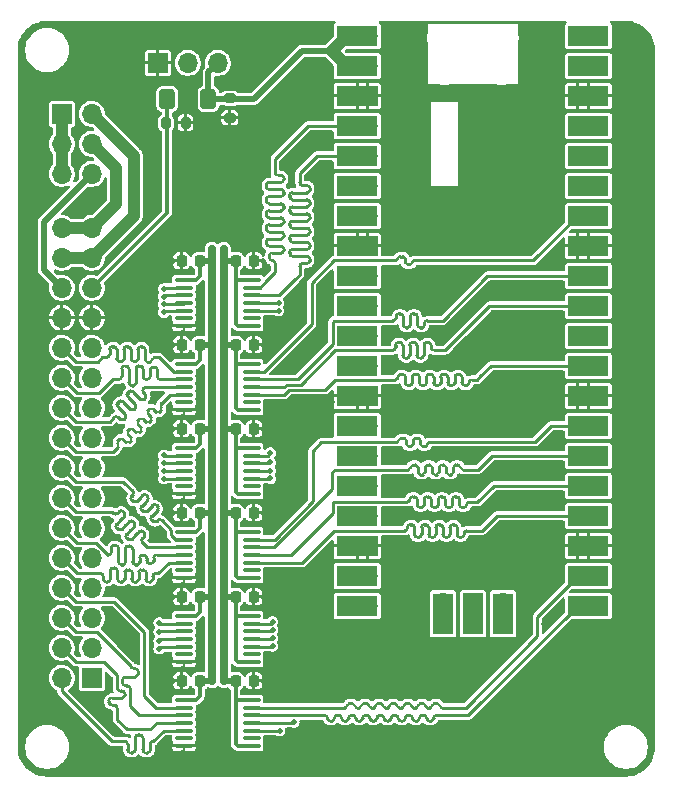
<source format=gtl>
G04 #@! TF.GenerationSoftware,KiCad,Pcbnew,8.0.8-8.0.8-0~ubuntu24.04.1*
G04 #@! TF.CreationDate,2025-04-25T21:20:27+02:00*
G04 #@! TF.ProjectId,LogicAnalyzer,4c6f6769-6341-46e6-916c-797a65722e6b,rev?*
G04 #@! TF.SameCoordinates,Original*
G04 #@! TF.FileFunction,Copper,L1,Top*
G04 #@! TF.FilePolarity,Positive*
%FSLAX46Y46*%
G04 Gerber Fmt 4.6, Leading zero omitted, Abs format (unit mm)*
G04 Created by KiCad (PCBNEW 8.0.8-8.0.8-0~ubuntu24.04.1) date 2025-04-25 21:20:27*
%MOMM*%
%LPD*%
G01*
G04 APERTURE LIST*
G04 Aperture macros list*
%AMRoundRect*
0 Rectangle with rounded corners*
0 $1 Rounding radius*
0 $2 $3 $4 $5 $6 $7 $8 $9 X,Y pos of 4 corners*
0 Add a 4 corners polygon primitive as box body*
4,1,4,$2,$3,$4,$5,$6,$7,$8,$9,$2,$3,0*
0 Add four circle primitives for the rounded corners*
1,1,$1+$1,$2,$3*
1,1,$1+$1,$4,$5*
1,1,$1+$1,$6,$7*
1,1,$1+$1,$8,$9*
0 Add four rect primitives between the rounded corners*
20,1,$1+$1,$2,$3,$4,$5,0*
20,1,$1+$1,$4,$5,$6,$7,0*
20,1,$1+$1,$6,$7,$8,$9,0*
20,1,$1+$1,$8,$9,$2,$3,0*%
G04 Aperture macros list end*
G04 #@! TA.AperFunction,SMDPad,CuDef*
%ADD10RoundRect,0.225000X0.225000X0.250000X-0.225000X0.250000X-0.225000X-0.250000X0.225000X-0.250000X0*%
G04 #@! TD*
G04 #@! TA.AperFunction,SMDPad,CuDef*
%ADD11RoundRect,0.100000X-0.637500X-0.100000X0.637500X-0.100000X0.637500X0.100000X-0.637500X0.100000X0*%
G04 #@! TD*
G04 #@! TA.AperFunction,SMDPad,CuDef*
%ADD12RoundRect,0.200000X-0.200000X-0.275000X0.200000X-0.275000X0.200000X0.275000X-0.200000X0.275000X0*%
G04 #@! TD*
G04 #@! TA.AperFunction,SMDPad,CuDef*
%ADD13RoundRect,0.250000X-0.400000X-0.600000X0.400000X-0.600000X0.400000X0.600000X-0.400000X0.600000X0*%
G04 #@! TD*
G04 #@! TA.AperFunction,ComponentPad*
%ADD14R,1.700000X1.700000*%
G04 #@! TD*
G04 #@! TA.AperFunction,ComponentPad*
%ADD15O,1.700000X1.700000*%
G04 #@! TD*
G04 #@! TA.AperFunction,SMDPad,CuDef*
%ADD16RoundRect,0.225000X-0.225000X-0.250000X0.225000X-0.250000X0.225000X0.250000X-0.225000X0.250000X0*%
G04 #@! TD*
G04 #@! TA.AperFunction,SMDPad,CuDef*
%ADD17RoundRect,0.200000X-0.275000X0.200000X-0.275000X-0.200000X0.275000X-0.200000X0.275000X0.200000X0*%
G04 #@! TD*
G04 #@! TA.AperFunction,SMDPad,CuDef*
%ADD18R,3.500000X1.700000*%
G04 #@! TD*
G04 #@! TA.AperFunction,SMDPad,CuDef*
%ADD19R,1.700000X3.500000*%
G04 #@! TD*
G04 #@! TA.AperFunction,ViaPad*
%ADD20C,0.460000*%
G04 #@! TD*
G04 #@! TA.AperFunction,ViaPad*
%ADD21C,0.700000*%
G04 #@! TD*
G04 #@! TA.AperFunction,Conductor*
%ADD22C,0.300000*%
G04 #@! TD*
G04 #@! TA.AperFunction,Conductor*
%ADD23C,0.500000*%
G04 #@! TD*
G04 #@! TA.AperFunction,Conductor*
%ADD24C,0.700000*%
G04 #@! TD*
G04 #@! TA.AperFunction,Conductor*
%ADD25C,1.000000*%
G04 #@! TD*
G04 #@! TA.AperFunction,Conductor*
%ADD26C,0.250000*%
G04 #@! TD*
G04 APERTURE END LIST*
D10*
X170447000Y-106680000D03*
X168897000Y-106680000D03*
D11*
X169095500Y-86950000D03*
X169095500Y-87600000D03*
X169095500Y-88250000D03*
X169095500Y-88900000D03*
X169095500Y-89550000D03*
X169095500Y-90200000D03*
X169095500Y-90850000D03*
X174820500Y-90850000D03*
X174820500Y-90200000D03*
X174820500Y-89550000D03*
X174820500Y-88900000D03*
X174820500Y-88250000D03*
X174820500Y-87600000D03*
X174820500Y-86950000D03*
X169095500Y-94062000D03*
X169095500Y-94712000D03*
X169095500Y-95362000D03*
X169095500Y-96012000D03*
X169095500Y-96662000D03*
X169095500Y-97312000D03*
X169095500Y-97962000D03*
X174820500Y-97962000D03*
X174820500Y-97312000D03*
X174820500Y-96662000D03*
X174820500Y-96012000D03*
X174820500Y-95362000D03*
X174820500Y-94712000D03*
X174820500Y-94062000D03*
D12*
X167577000Y-73660000D03*
X169227000Y-73660000D03*
D13*
X167668000Y-71628000D03*
X171168000Y-71628000D03*
D14*
X158750000Y-72898000D03*
D15*
X161290000Y-72898000D03*
X158750000Y-75438000D03*
X161290000Y-75438000D03*
X158750000Y-77978000D03*
X161290000Y-77978000D03*
D11*
X169095500Y-108286000D03*
X169095500Y-108936000D03*
X169095500Y-109586000D03*
X169095500Y-110236000D03*
X169095500Y-110886000D03*
X169095500Y-111536000D03*
X169095500Y-112186000D03*
X174820500Y-112186000D03*
X174820500Y-111536000D03*
X174820500Y-110886000D03*
X174820500Y-110236000D03*
X174820500Y-109586000D03*
X174820500Y-108936000D03*
X174820500Y-108286000D03*
D16*
X173469000Y-113792000D03*
X175019000Y-113792000D03*
D17*
X172974000Y-71565000D03*
X172974000Y-73215000D03*
D11*
X169095500Y-115398000D03*
X169095500Y-116048000D03*
X169095500Y-116698000D03*
X169095500Y-117348000D03*
X169095500Y-117998000D03*
X169095500Y-118648000D03*
X169095500Y-119298000D03*
X174820500Y-119298000D03*
X174820500Y-118648000D03*
X174820500Y-117998000D03*
X174820500Y-117348000D03*
X174820500Y-116698000D03*
X174820500Y-116048000D03*
X174820500Y-115398000D03*
D10*
X170447000Y-92456000D03*
X168897000Y-92456000D03*
D11*
X169095500Y-101174000D03*
X169095500Y-101824000D03*
X169095500Y-102474000D03*
X169095500Y-103124000D03*
X169095500Y-103774000D03*
X169095500Y-104424000D03*
X169095500Y-105074000D03*
X174820500Y-105074000D03*
X174820500Y-104424000D03*
X174820500Y-103774000D03*
X174820500Y-103124000D03*
X174820500Y-102474000D03*
X174820500Y-101824000D03*
X174820500Y-101174000D03*
D10*
X170447000Y-120904000D03*
X168897000Y-120904000D03*
D15*
X184658000Y-66294000D03*
D18*
X183758000Y-66294000D03*
D15*
X184658000Y-68834000D03*
D18*
X183758000Y-68834000D03*
D14*
X184658000Y-71374000D03*
D18*
X183758000Y-71374000D03*
D15*
X184658000Y-73914000D03*
D18*
X183758000Y-73914000D03*
D15*
X184658000Y-76454000D03*
D18*
X183758000Y-76454000D03*
D15*
X184658000Y-78994000D03*
D18*
X183758000Y-78994000D03*
D15*
X184658000Y-81534000D03*
D18*
X183758000Y-81534000D03*
D14*
X184658000Y-84074000D03*
D18*
X183758000Y-84074000D03*
D15*
X184658000Y-86614000D03*
D18*
X183758000Y-86614000D03*
D15*
X184658000Y-89154000D03*
D18*
X183758000Y-89154000D03*
D15*
X184658000Y-91694000D03*
D18*
X183758000Y-91694000D03*
D15*
X184658000Y-94234000D03*
D18*
X183758000Y-94234000D03*
D14*
X184658000Y-96774000D03*
D18*
X183758000Y-96774000D03*
D15*
X184658000Y-99314000D03*
D18*
X183758000Y-99314000D03*
D15*
X184658000Y-101854000D03*
D18*
X183758000Y-101854000D03*
D15*
X184658000Y-104394000D03*
D18*
X183758000Y-104394000D03*
D15*
X184658000Y-106934000D03*
D18*
X183758000Y-106934000D03*
D14*
X184658000Y-109474000D03*
D18*
X183758000Y-109474000D03*
D15*
X184658000Y-112014000D03*
D18*
X183758000Y-112014000D03*
D15*
X184658000Y-114554000D03*
D18*
X183758000Y-114554000D03*
D15*
X202438000Y-114554000D03*
D18*
X203338000Y-114554000D03*
D15*
X202438000Y-112014000D03*
D18*
X203338000Y-112014000D03*
D14*
X202438000Y-109474000D03*
D18*
X203338000Y-109474000D03*
D15*
X202438000Y-106934000D03*
D18*
X203338000Y-106934000D03*
D15*
X202438000Y-104394000D03*
D18*
X203338000Y-104394000D03*
D15*
X202438000Y-101854000D03*
D18*
X203338000Y-101854000D03*
D15*
X202438000Y-99314000D03*
D18*
X203338000Y-99314000D03*
D14*
X202438000Y-96774000D03*
D18*
X203338000Y-96774000D03*
D15*
X202438000Y-94234000D03*
D18*
X203338000Y-94234000D03*
D15*
X202438000Y-91694000D03*
D18*
X203338000Y-91694000D03*
D15*
X202438000Y-89154000D03*
D18*
X203338000Y-89154000D03*
D15*
X202438000Y-86614000D03*
D18*
X203338000Y-86614000D03*
D14*
X202438000Y-84074000D03*
D18*
X203338000Y-84074000D03*
D15*
X202438000Y-81534000D03*
D18*
X203338000Y-81534000D03*
D15*
X202438000Y-78994000D03*
D18*
X203338000Y-78994000D03*
D15*
X202438000Y-76454000D03*
D18*
X203338000Y-76454000D03*
D15*
X202438000Y-73914000D03*
D18*
X203338000Y-73914000D03*
D14*
X202438000Y-71374000D03*
D18*
X203338000Y-71374000D03*
D15*
X202438000Y-68834000D03*
D18*
X203338000Y-68834000D03*
D15*
X202438000Y-66294000D03*
D18*
X203338000Y-66294000D03*
D15*
X191008000Y-114324000D03*
D19*
X191008000Y-115224000D03*
D14*
X193548000Y-114324000D03*
D19*
X193548000Y-115224000D03*
D15*
X196088000Y-114324000D03*
D19*
X196088000Y-115224000D03*
D16*
X173469000Y-85344000D03*
X175019000Y-85344000D03*
X173469000Y-99568000D03*
X175019000Y-99568000D03*
D14*
X161290000Y-120650000D03*
D15*
X158750000Y-120650000D03*
X161290000Y-118110000D03*
X158750000Y-118110000D03*
X161290000Y-115570000D03*
X158750000Y-115570000D03*
X161290000Y-113030000D03*
X158750000Y-113030000D03*
X161290000Y-110490000D03*
X158750000Y-110490000D03*
X161290000Y-107950000D03*
X158750000Y-107950000D03*
X161290000Y-105410000D03*
X158750000Y-105410000D03*
X161290000Y-102870000D03*
X158750000Y-102870000D03*
X161290000Y-100330000D03*
X158750000Y-100330000D03*
X161290000Y-97790000D03*
X158750000Y-97790000D03*
X161290000Y-95250000D03*
X158750000Y-95250000D03*
X161290000Y-92710000D03*
X158750000Y-92710000D03*
X161290000Y-90170000D03*
X158750000Y-90170000D03*
X161290000Y-87630000D03*
X158750000Y-87630000D03*
X161290000Y-85090000D03*
X158750000Y-85090000D03*
X161290000Y-82550000D03*
X158750000Y-82550000D03*
D16*
X173469000Y-106680000D03*
X175019000Y-106680000D03*
X173469000Y-92456000D03*
X175019000Y-92456000D03*
D10*
X170447000Y-113792000D03*
X168897000Y-113792000D03*
D11*
X169095500Y-122510000D03*
X169095500Y-123160000D03*
X169095500Y-123810000D03*
X169095500Y-124460000D03*
X169095500Y-125110000D03*
X169095500Y-125760000D03*
X169095500Y-126410000D03*
X174820500Y-126410000D03*
X174820500Y-125760000D03*
X174820500Y-125110000D03*
X174820500Y-124460000D03*
X174820500Y-123810000D03*
X174820500Y-123160000D03*
X174820500Y-122510000D03*
D14*
X166878000Y-68580000D03*
D15*
X169418000Y-68580000D03*
X171958000Y-68580000D03*
D16*
X173469000Y-120904000D03*
X175019000Y-120904000D03*
D10*
X170447000Y-99568000D03*
X168897000Y-99568000D03*
X170447000Y-85344000D03*
X168897000Y-85344000D03*
D20*
X191345000Y-121505000D03*
X193885000Y-80865000D03*
X160000000Y-97200000D03*
X198965000Y-80865000D03*
X174244000Y-100330000D03*
X175768000Y-120904000D03*
X166500000Y-90000000D03*
X160000000Y-114900000D03*
X199600000Y-116100000D03*
X175768000Y-92456000D03*
X191345000Y-111345000D03*
X207500000Y-78080000D03*
X207500000Y-106020000D03*
X177000000Y-94700000D03*
X178645000Y-70705000D03*
X168148000Y-92456000D03*
X186600000Y-101900000D03*
X196425000Y-126585000D03*
X198965000Y-126585000D03*
X186182000Y-109474000D03*
X193885000Y-111345000D03*
X207500000Y-67920000D03*
X155448000Y-102870000D03*
X165945000Y-70705000D03*
X165600000Y-104500000D03*
X198965000Y-124045000D03*
X198965000Y-98645000D03*
X207500000Y-73000000D03*
X181185000Y-75785000D03*
X196425000Y-80865000D03*
X186182000Y-94234000D03*
X175768000Y-85344000D03*
X168485000Y-80865000D03*
X178645000Y-65625000D03*
X176080000Y-127200000D03*
X201505000Y-126585000D03*
X196425000Y-96105000D03*
X181610000Y-97282000D03*
X155448000Y-90170000D03*
X160865000Y-80865000D03*
X176105000Y-91025000D03*
X175260000Y-76454000D03*
X166800000Y-122100000D03*
X160000000Y-109900000D03*
X193800000Y-127200000D03*
X196425000Y-91025000D03*
X186265000Y-68165000D03*
X191345000Y-80865000D03*
X207500000Y-88240000D03*
X188805000Y-73245000D03*
X174244000Y-107442000D03*
X186182000Y-112014000D03*
X160000000Y-102300000D03*
X191345000Y-98645000D03*
X162560000Y-104648000D03*
X198965000Y-108805000D03*
X196425000Y-93565000D03*
X171025000Y-73245000D03*
X186265000Y-121505000D03*
X155448000Y-120650000D03*
X186182000Y-73914000D03*
X193885000Y-73245000D03*
X201505000Y-124045000D03*
X155785000Y-70705000D03*
X168910000Y-91440000D03*
X163300000Y-108800000D03*
X186265000Y-65625000D03*
X174244000Y-120142000D03*
X155448000Y-95250000D03*
X175768000Y-113792000D03*
X180600000Y-80300000D03*
X165100000Y-91694000D03*
X160000000Y-99700000D03*
X207500000Y-95860000D03*
X178100000Y-77400000D03*
X163322000Y-105918000D03*
X174244000Y-114554000D03*
X206585000Y-124045000D03*
X198965000Y-91025000D03*
X170434000Y-116078000D03*
X163300000Y-102700000D03*
X188805000Y-113885000D03*
X167386000Y-108712000D03*
X207500000Y-108540000D03*
X180300000Y-110800000D03*
X155448000Y-107950000D03*
X198965000Y-96105000D03*
X170434000Y-108966000D03*
X168148000Y-85344000D03*
X207500000Y-93320000D03*
X159900000Y-86500000D03*
X186182000Y-96774000D03*
X200900000Y-114800000D03*
X155448000Y-82550000D03*
X155448000Y-77978000D03*
X191345000Y-83405000D03*
X168910000Y-119888000D03*
X160865000Y-70705000D03*
X162560000Y-116586000D03*
X193885000Y-103725000D03*
X186265000Y-98645000D03*
X198965000Y-113885000D03*
X196425000Y-83405000D03*
X177546000Y-103632000D03*
X207500000Y-80620000D03*
X186265000Y-116425000D03*
X166700000Y-96700000D03*
X155448000Y-110490000D03*
X170434000Y-94742000D03*
X183725000Y-121505000D03*
X188720001Y-127200000D03*
X186182000Y-104394000D03*
X170180000Y-76454000D03*
X204045000Y-121505000D03*
X171025000Y-126585000D03*
X188805000Y-121505000D03*
X174244000Y-113030000D03*
X160865000Y-65625000D03*
X191345000Y-85945000D03*
X165945000Y-65625000D03*
X196425000Y-98645000D03*
X207500000Y-113620000D03*
X155448000Y-105410000D03*
X191345000Y-88485000D03*
X163600000Y-96500000D03*
X188805000Y-83405000D03*
X196425000Y-103725000D03*
X176105000Y-65625000D03*
X186180000Y-127200000D03*
X207500000Y-103480000D03*
X181185000Y-70705000D03*
X186182000Y-91694000D03*
X186182000Y-76454000D03*
X204045000Y-116425000D03*
X200914000Y-100584000D03*
X178620001Y-127200000D03*
X207500000Y-116160000D03*
X198965000Y-73245000D03*
X196425000Y-73245000D03*
X196425000Y-124045000D03*
X206585000Y-121505000D03*
X155448000Y-115570000D03*
X160865000Y-126585000D03*
X188805000Y-68165000D03*
X198965000Y-106265000D03*
X204045000Y-118965000D03*
X176100000Y-115000000D03*
X176900000Y-119000000D03*
X201907898Y-121892102D03*
X207500000Y-100940000D03*
X168485000Y-65625000D03*
X171025000Y-65625000D03*
X166100000Y-114900000D03*
X155448000Y-85090000D03*
X198965000Y-85945000D03*
X165945000Y-85945000D03*
X188805000Y-111345000D03*
X196425000Y-88485000D03*
X204045000Y-124045000D03*
X183640000Y-127200000D03*
X186182000Y-106934000D03*
X193885000Y-118965000D03*
X175768000Y-106680000D03*
X193885000Y-78325000D03*
X162700000Y-97700000D03*
X188805000Y-116425000D03*
X165945000Y-73245000D03*
X181160000Y-127200000D03*
X178500000Y-94400000D03*
X196425000Y-85945000D03*
X174244000Y-105918000D03*
X173565000Y-68165000D03*
X155448000Y-97790000D03*
X196425000Y-108805000D03*
X158325000Y-70705000D03*
X170434000Y-101854000D03*
X155785000Y-124045000D03*
X176105000Y-73245000D03*
X155448000Y-118110000D03*
X160000000Y-117500000D03*
X186182000Y-71374000D03*
X188805000Y-65625000D03*
X178400000Y-96900000D03*
X166370000Y-99568000D03*
X207500000Y-98400000D03*
X207500000Y-83160000D03*
X198965000Y-83405000D03*
X191345000Y-118965000D03*
X188805000Y-98645000D03*
X155448000Y-87630000D03*
X163405000Y-70705000D03*
X155448000Y-75438000D03*
X186265000Y-118965000D03*
X196425000Y-111345000D03*
X198965000Y-78325000D03*
X191260000Y-127200000D03*
X186265000Y-83405000D03*
X193300000Y-101900000D03*
X165100000Y-114000000D03*
X168148000Y-99568000D03*
X174244000Y-91694000D03*
X155448000Y-72898000D03*
X165945000Y-80865000D03*
X176105000Y-68165000D03*
X204045000Y-126585000D03*
X196425000Y-78325000D03*
X163405000Y-68165000D03*
X160000000Y-94600000D03*
X173565000Y-80865000D03*
X170180000Y-78994000D03*
X186182000Y-86614000D03*
X206585000Y-118965000D03*
X162800000Y-100000000D03*
X155448000Y-113030000D03*
X186182000Y-114554000D03*
X188805000Y-78325000D03*
X173565000Y-65625000D03*
X198965000Y-121505000D03*
X188805000Y-118965000D03*
X196425000Y-106265000D03*
X186182000Y-78994000D03*
X198965000Y-65625000D03*
X168910000Y-105664000D03*
X160865000Y-68165000D03*
X155448000Y-92710000D03*
X174244000Y-121666000D03*
X173540000Y-127200000D03*
X168910000Y-98552000D03*
X162500000Y-107200000D03*
X201505000Y-118965000D03*
X168910000Y-127000000D03*
X207500000Y-70460000D03*
X186182000Y-89154000D03*
X207500000Y-75540000D03*
X163405000Y-65625000D03*
X188805000Y-88485000D03*
X160000000Y-112500000D03*
X198965000Y-111345000D03*
X168910000Y-112776000D03*
X181185000Y-65625000D03*
X193885000Y-83405000D03*
X174244000Y-98806000D03*
X206585000Y-65625000D03*
X193885000Y-85945000D03*
X207500000Y-85700000D03*
X160000000Y-92000000D03*
X155448000Y-100330000D03*
X168148000Y-106680000D03*
X191345000Y-91025000D03*
X198965000Y-88485000D03*
X180800000Y-77300000D03*
X207500000Y-90780000D03*
X207500000Y-111079999D03*
X170434000Y-123190000D03*
X193885000Y-93565000D03*
X172974000Y-74168000D03*
X181185000Y-83405000D03*
X160000000Y-104800000D03*
X186265000Y-80865000D03*
X193885000Y-98645000D03*
X170180000Y-73660000D03*
X163300000Y-125200000D03*
X155785000Y-80865000D03*
X168485000Y-83405000D03*
X170434000Y-87630000D03*
X183700000Y-116200000D03*
X177100000Y-92500000D03*
X175768000Y-99568000D03*
X168148000Y-113792000D03*
X168148000Y-120904000D03*
X198965000Y-93565000D03*
X198965000Y-103725000D03*
X160000000Y-107300000D03*
X174244000Y-93218000D03*
X158325000Y-124045000D03*
X191345000Y-93565000D03*
X188805000Y-80865000D03*
X198965000Y-68165000D03*
D21*
X172466000Y-84328000D03*
X171450000Y-84328000D03*
D20*
X167400000Y-88360003D03*
X167000000Y-117500000D03*
X167400000Y-103780009D03*
X167000000Y-116000000D03*
X167000000Y-116750000D03*
X167400000Y-87700000D03*
X167400000Y-101800000D03*
X167400000Y-103120006D03*
X167000000Y-118160003D03*
X167400000Y-89700000D03*
X167400000Y-89020006D03*
X167400000Y-102460003D03*
X177100000Y-89560003D03*
X177100000Y-88900000D03*
X176400000Y-101600000D03*
X176400000Y-103760003D03*
X176400000Y-102400000D03*
X176400000Y-103100000D03*
X176600000Y-117960003D03*
X176600000Y-116600000D03*
X176600000Y-117300000D03*
X176600000Y-115900000D03*
X177200000Y-125110000D03*
X178400000Y-124400000D03*
D22*
X173551000Y-122510000D02*
X173469000Y-122428000D01*
D23*
X172466000Y-85344000D02*
X172466000Y-84328000D01*
D22*
X173654000Y-105074000D02*
X174820500Y-105074000D01*
X173551000Y-115398000D02*
X173469000Y-115316000D01*
X174820500Y-86950000D02*
X173551000Y-86950000D01*
X173654000Y-97962000D02*
X174820500Y-97962000D01*
X174820500Y-115398000D02*
X173551000Y-115398000D01*
X173469000Y-106680000D02*
X173469000Y-108204000D01*
D23*
X173469000Y-113792000D02*
X172466000Y-113792000D01*
D24*
X172466000Y-92456000D02*
X172466000Y-99568000D01*
D22*
X173469000Y-108204000D02*
X173469000Y-112001000D01*
X173469000Y-85344000D02*
X173469000Y-86868000D01*
X173469000Y-113792000D02*
X173469000Y-115316000D01*
D23*
X173469000Y-92456000D02*
X172466000Y-92456000D01*
X173469000Y-85344000D02*
X172466000Y-85344000D01*
D22*
X173551000Y-101174000D02*
X173469000Y-101092000D01*
X174820500Y-108286000D02*
X173551000Y-108286000D01*
D24*
X172466000Y-106680000D02*
X172466000Y-113792000D01*
X172466000Y-113792000D02*
X172466000Y-120904000D01*
D22*
X173469000Y-92456000D02*
X173469000Y-93980000D01*
X173469000Y-99568000D02*
X173469000Y-101092000D01*
X173469000Y-90665000D02*
X173654000Y-90850000D01*
X173654000Y-112186000D02*
X174820500Y-112186000D01*
D25*
X161290000Y-82550000D02*
X163322000Y-80518000D01*
D22*
X173469000Y-115316000D02*
X173469000Y-119113000D01*
D24*
X172466000Y-84328000D02*
X172466000Y-92456000D01*
D23*
X173469000Y-120904000D02*
X172466000Y-120904000D01*
D24*
X172466000Y-99568000D02*
X172466000Y-106680000D01*
D22*
X173469000Y-104889000D02*
X173654000Y-105074000D01*
X173469000Y-126225000D02*
X173654000Y-126410000D01*
X173469000Y-112001000D02*
X173654000Y-112186000D01*
X173654000Y-119298000D02*
X174820500Y-119298000D01*
D23*
X173469000Y-99568000D02*
X172466000Y-99568000D01*
D22*
X173654000Y-126410000D02*
X174820500Y-126410000D01*
X173551000Y-94062000D02*
X173469000Y-93980000D01*
D25*
X163322000Y-77470000D02*
X161290000Y-75438000D01*
D22*
X173469000Y-93980000D02*
X173469000Y-97777000D01*
X173469000Y-122428000D02*
X173469000Y-126225000D01*
X173654000Y-90850000D02*
X174820500Y-90850000D01*
X173469000Y-97777000D02*
X173654000Y-97962000D01*
X173469000Y-101092000D02*
X173469000Y-104889000D01*
X173551000Y-108286000D02*
X173469000Y-108204000D01*
X173551000Y-86950000D02*
X173469000Y-86868000D01*
D25*
X158750000Y-82550000D02*
X161290000Y-82550000D01*
D22*
X174820500Y-94062000D02*
X173551000Y-94062000D01*
X174820500Y-101174000D02*
X173551000Y-101174000D01*
X174820500Y-122510000D02*
X173551000Y-122510000D01*
X173469000Y-86868000D02*
X173469000Y-90665000D01*
D23*
X173469000Y-106680000D02*
X172466000Y-106680000D01*
D25*
X163322000Y-80518000D02*
X163322000Y-77470000D01*
D22*
X173469000Y-119113000D02*
X173654000Y-119298000D01*
X173469000Y-120904000D02*
X173469000Y-122428000D01*
X170447000Y-85344000D02*
X170447000Y-86601000D01*
X170098000Y-101174000D02*
X169095500Y-101174000D01*
D24*
X171450000Y-84328000D02*
X171450000Y-92456000D01*
D22*
X170447000Y-86601000D02*
X170098000Y-86950000D01*
D24*
X171450000Y-113792000D02*
X171450000Y-120904000D01*
D22*
X170447000Y-99568000D02*
X170447000Y-100825000D01*
D23*
X170447000Y-113792000D02*
X171450000Y-113792000D01*
D22*
X170447000Y-115049000D02*
X170098000Y-115398000D01*
D23*
X170447000Y-120904000D02*
X171450000Y-120904000D01*
D22*
X170447000Y-100825000D02*
X170098000Y-101174000D01*
X170447000Y-122161000D02*
X170098000Y-122510000D01*
X170447000Y-93713000D02*
X170098000Y-94062000D01*
D23*
X170447000Y-92456000D02*
X171450000Y-92456000D01*
D22*
X170098000Y-94062000D02*
X169095500Y-94062000D01*
D23*
X170447000Y-99568000D02*
X171450000Y-99568000D01*
X170447000Y-106680000D02*
X171450000Y-106680000D01*
D24*
X171450000Y-106680000D02*
X171450000Y-113792000D01*
D22*
X170447000Y-92456000D02*
X170447000Y-93713000D01*
X170098000Y-108286000D02*
X169095500Y-108286000D01*
X170447000Y-107937000D02*
X170098000Y-108286000D01*
X170447000Y-106680000D02*
X170447000Y-107937000D01*
D24*
X171450000Y-92456000D02*
X171450000Y-99568000D01*
D23*
X170447000Y-85344000D02*
X171450000Y-85344000D01*
D25*
X158750000Y-72898000D02*
X158750000Y-77978000D01*
D23*
X171450000Y-85344000D02*
X171450000Y-84328000D01*
D22*
X170098000Y-115398000D02*
X169095500Y-115398000D01*
X170098000Y-86950000D02*
X169095500Y-86950000D01*
D24*
X171450000Y-99568000D02*
X171450000Y-106680000D01*
D22*
X170447000Y-120904000D02*
X170447000Y-122161000D01*
X170098000Y-122510000D02*
X169095500Y-122510000D01*
X170447000Y-113792000D02*
X170447000Y-115049000D01*
D23*
X184658000Y-68834000D02*
X182880000Y-68834000D01*
D25*
X181610000Y-67564000D02*
X182880000Y-66294000D01*
D23*
X179070000Y-67564000D02*
X181610000Y-67564000D01*
X171168000Y-71628000D02*
X171168000Y-69370000D01*
D25*
X182880000Y-68834000D02*
X181610000Y-67564000D01*
D23*
X171168000Y-69370000D02*
X171958000Y-68580000D01*
X182880000Y-66294000D02*
X184658000Y-66294000D01*
X175006000Y-71628000D02*
X179070000Y-67564000D01*
X171168000Y-71628000D02*
X175006000Y-71628000D01*
D22*
X161290000Y-87630000D02*
X167668000Y-81252000D01*
X167668000Y-81252000D02*
X167668000Y-71628000D01*
D25*
X164846000Y-81534000D02*
X164846000Y-76454000D01*
X161290000Y-85090000D02*
X164846000Y-81534000D01*
X164846000Y-76454000D02*
X161290000Y-72898000D01*
X158750000Y-85090000D02*
X161290000Y-85090000D01*
D23*
X157226000Y-86106000D02*
X158750000Y-87630000D01*
X157226000Y-82042000D02*
X157226000Y-86106000D01*
X161290000Y-77978000D02*
X157226000Y-82042000D01*
D26*
X169095500Y-108936000D02*
X168404188Y-108936000D01*
X166431008Y-106036034D02*
X166183520Y-106283521D01*
X166862346Y-107301758D02*
X166784563Y-107379538D01*
X164748088Y-105682474D02*
X164663235Y-105597621D01*
X165334987Y-105434988D02*
X165334987Y-105434987D01*
X163945000Y-104045000D02*
X159925000Y-104045000D01*
X168033000Y-108133000D02*
X167201758Y-107301758D01*
X165582475Y-105187501D02*
X165334987Y-105434988D01*
X166855273Y-106120887D02*
X166770420Y-106036034D01*
X166006740Y-105272354D02*
X165921887Y-105187501D01*
X164663235Y-105258209D02*
X164741015Y-105180426D01*
X168033000Y-108564812D02*
X168033000Y-108133000D01*
X165759254Y-105859253D02*
X165759253Y-105859253D01*
X166438080Y-106877492D02*
X166607786Y-106707786D01*
X159925000Y-104045000D02*
X158750000Y-102870000D01*
X168404188Y-108936000D02*
X168033000Y-108564812D01*
X164741015Y-104841014D02*
X164656164Y-104756164D01*
X165334987Y-105434987D02*
X165165280Y-105604691D01*
X164100000Y-104200000D02*
X163945000Y-104045000D01*
X166445151Y-107379538D02*
X166360298Y-107294685D01*
X166183520Y-106283521D02*
X166183520Y-106283520D01*
X166607786Y-106707786D02*
X166855273Y-106460298D01*
X164656164Y-104756164D02*
X164100000Y-104200000D01*
X165165280Y-105604691D02*
X165087498Y-105682473D01*
X165759253Y-105859253D02*
X166006740Y-105611765D01*
X166183520Y-106283520D02*
X165936031Y-106531006D01*
X165596621Y-106531007D02*
X165511768Y-106446154D01*
X165511768Y-106106742D02*
X165759254Y-105859253D01*
X166360298Y-106955273D02*
X166438080Y-106877492D01*
X165087498Y-105682473D02*
G75*
G02*
X164748096Y-105682467I-169698J169673D01*
G01*
X166784563Y-107379538D02*
G75*
G02*
X166445151Y-107379538I-169706J169701D01*
G01*
X165511768Y-106446154D02*
G75*
G02*
X165511720Y-106106694I169732J169754D01*
G01*
X165936031Y-106531006D02*
G75*
G02*
X165596596Y-106531033I-169731J169706D01*
G01*
X167201758Y-107301758D02*
G75*
G03*
X166862346Y-107301758I-169706J-169701D01*
G01*
X164741015Y-105180426D02*
G75*
G03*
X164741035Y-104840994I-169715J169726D01*
G01*
X166360298Y-107294685D02*
G75*
G02*
X166360319Y-106955294I169702J169685D01*
G01*
X166770420Y-106036034D02*
G75*
G03*
X166431008Y-106036034I-169706J-169704D01*
G01*
X165921887Y-105187501D02*
G75*
G03*
X165582475Y-105187501I-169706J-169704D01*
G01*
X166006740Y-105611765D02*
G75*
G03*
X166006700Y-105272394I-169740J169665D01*
G01*
X164663235Y-105597621D02*
G75*
G02*
X164663220Y-105258194I169665J169721D01*
G01*
X166855273Y-106460298D02*
G75*
G03*
X166855266Y-106120895I-169673J169698D01*
G01*
X163453356Y-106713945D02*
X163601847Y-106565451D01*
X163707912Y-107307912D02*
X163389713Y-107626110D01*
X164556438Y-108156439D02*
X164556439Y-108156439D01*
X165638311Y-108262503D02*
X165723163Y-108347355D01*
X163877617Y-107138207D02*
X163707911Y-107307913D01*
X164662504Y-108898900D02*
X164980702Y-108580701D01*
X164132175Y-107732174D02*
X164132175Y-107732175D01*
X163389713Y-107965521D02*
X163474565Y-108050373D01*
X164556439Y-108156439D02*
X164238240Y-108474637D01*
X162985000Y-106585000D02*
X163113944Y-106713944D01*
X158750000Y-105410000D02*
X159925000Y-106585000D01*
X166665119Y-109586000D02*
X169095500Y-109586000D01*
X164026111Y-106989716D02*
X163877617Y-107138207D01*
X163941259Y-106565452D02*
X164026111Y-106650304D01*
X159925000Y-106585000D02*
X162985000Y-106585000D01*
X164789784Y-107413976D02*
X164874636Y-107498828D01*
X165986000Y-109586000D02*
X166665119Y-109586000D01*
X164238240Y-108814048D02*
X164323092Y-108898900D01*
X163707911Y-107307913D02*
X163707912Y-107307912D01*
X164980702Y-108580701D02*
X164980702Y-108580702D01*
X165150406Y-108410995D02*
X165298899Y-108262502D01*
X165574670Y-109174670D02*
X165659524Y-109259524D01*
X164980702Y-108580702D02*
X165150406Y-108410995D01*
X164132175Y-107732175D02*
X164450372Y-107413975D01*
X163813977Y-108050373D02*
X164132175Y-107732174D01*
X165723163Y-108686767D02*
X165574671Y-108835260D01*
X165659524Y-109259524D02*
X165986000Y-109586000D01*
X164874636Y-107838240D02*
X164556438Y-108156439D01*
X164238240Y-108474637D02*
G75*
G03*
X164238282Y-108814005I169660J-169663D01*
G01*
X165574671Y-108835260D02*
G75*
G03*
X165574635Y-109174704I169729J-169740D01*
G01*
X163601847Y-106565451D02*
G75*
G02*
X163941306Y-106565404I169753J-169749D01*
G01*
X164026111Y-106650304D02*
G75*
G02*
X164026101Y-106989706I-169711J-169696D01*
G01*
X165723163Y-108347355D02*
G75*
G02*
X165723202Y-108686806I-169663J-169745D01*
G01*
X163474565Y-108050373D02*
G75*
G03*
X163813977Y-108050373I169706J169704D01*
G01*
X165298899Y-108262502D02*
G75*
G02*
X165638306Y-108262507I169701J-169698D01*
G01*
X163389713Y-107626110D02*
G75*
G03*
X163389728Y-107965505I169687J-169690D01*
G01*
X164323092Y-108898900D02*
G75*
G03*
X164662504Y-108898900I169706J169704D01*
G01*
X164874636Y-107498828D02*
G75*
G02*
X164874602Y-107838206I-169736J-169672D01*
G01*
X164450372Y-107413975D02*
G75*
G02*
X164789806Y-107413953I169728J-169725D01*
G01*
X163113944Y-106713944D02*
G75*
G03*
X163453405Y-106713995I169756J169744D01*
G01*
X158750000Y-113030000D02*
X159925000Y-114205000D01*
X159925000Y-114205000D02*
X163205000Y-114205000D01*
X165750000Y-122160000D02*
X166750000Y-123160000D01*
X163205000Y-114205000D02*
X165750000Y-116750000D01*
X165750000Y-116750000D02*
X165750000Y-122160000D01*
X166750000Y-123160000D02*
X169095500Y-123160000D01*
X167510003Y-88250000D02*
X167400000Y-88360003D01*
X169095500Y-88250000D02*
X167510003Y-88250000D01*
X165390518Y-97045880D02*
X165242026Y-96897388D01*
X164648055Y-97151945D02*
X164966254Y-97470144D01*
X163693462Y-98742936D02*
X163544970Y-98594444D01*
X162293008Y-98965000D02*
X159925000Y-98965000D01*
X169095500Y-96012000D02*
X165788000Y-96012000D01*
X163799526Y-98000472D02*
X164117726Y-98318672D01*
X164541990Y-97894408D02*
X164223792Y-97576210D01*
X165788000Y-96012000D02*
X165666289Y-96133711D01*
X163205558Y-98594445D02*
X163120704Y-98679297D01*
X163481328Y-97682274D02*
X163799526Y-98000472D01*
X164329856Y-96833746D02*
X164648054Y-97151944D01*
X164223791Y-97576209D02*
X163905592Y-97258010D01*
X164648054Y-97151944D02*
X164648055Y-97151945D01*
X163566181Y-97258010D02*
X163481328Y-97342862D01*
X164223792Y-97576210D02*
X164223791Y-97576209D01*
X163120704Y-98679297D02*
X162835000Y-98965000D01*
X159925000Y-98965000D02*
X158750000Y-97790000D01*
X164414709Y-96409482D02*
X164329856Y-96494334D01*
X162835000Y-98965000D02*
X162293008Y-98965000D01*
X165242026Y-96897388D02*
X164754120Y-96409482D01*
X165666289Y-96473123D02*
X165814782Y-96621616D01*
X165814781Y-96961028D02*
X165729930Y-97045880D01*
X164966253Y-97809556D02*
X164881402Y-97894408D01*
X164117725Y-98658084D02*
X164032874Y-98742936D01*
X164032874Y-98742936D02*
G75*
G02*
X163693462Y-98742936I-169706J169701D01*
G01*
X164966254Y-97470144D02*
G75*
G02*
X164966204Y-97809506I-169654J-169656D01*
G01*
X163481328Y-97342862D02*
G75*
G03*
X163481296Y-97682306I169672J-169738D01*
G01*
X164329856Y-96494334D02*
G75*
G03*
X164329896Y-96833706I169744J-169666D01*
G01*
X164754120Y-96409482D02*
G75*
G03*
X164414710Y-96409482I-169705J-169703D01*
G01*
X163544970Y-98594444D02*
G75*
G03*
X163205593Y-98594480I-169670J-169756D01*
G01*
X165814782Y-96621616D02*
G75*
G02*
X165814760Y-96961006I-169682J-169684D01*
G01*
X165729930Y-97045880D02*
G75*
G02*
X165390518Y-97045880I-169706J169701D01*
G01*
X164117726Y-98318672D02*
G75*
G02*
X164117748Y-98658106I-169726J-169728D01*
G01*
X164881402Y-97894408D02*
G75*
G02*
X164541990Y-97894408I-169706J169701D01*
G01*
X163905592Y-97258010D02*
G75*
G03*
X163566180Y-97258009I-169706J-169703D01*
G01*
X165666289Y-96133711D02*
G75*
G03*
X165666306Y-96473106I169711J-169689D01*
G01*
X163995000Y-92830000D02*
X163995000Y-93500000D01*
X164595000Y-93500000D02*
X164595000Y-92830000D01*
X167000000Y-93500000D02*
X166600000Y-93500000D01*
X165040000Y-93810000D02*
X164750000Y-93810000D01*
X163155000Y-92590000D02*
X163035000Y-92590000D01*
X161776701Y-93885000D02*
X160990668Y-93885000D01*
X165795000Y-93705000D02*
X165795000Y-93500000D01*
X159925000Y-93885000D02*
X158750000Y-92710000D01*
X163395000Y-93655000D02*
X163395000Y-93500000D01*
X168212000Y-94712000D02*
X167000000Y-93500000D01*
X165195000Y-93500000D02*
X165195000Y-93655000D01*
X162555000Y-93500000D02*
X162435000Y-93500000D01*
X165555000Y-92590000D02*
X165435000Y-92590000D01*
X165195000Y-92830000D02*
X165195000Y-93500000D01*
X163995000Y-93500000D02*
X163995000Y-93655000D01*
X163840000Y-93810000D02*
X163550000Y-93810000D01*
X163395000Y-93500000D02*
X163395000Y-93260000D01*
X164595000Y-93655000D02*
X164595000Y-93500000D01*
X162435000Y-93500000D02*
X162161701Y-93500000D01*
X163395000Y-93260000D02*
X163395000Y-92830000D01*
X164355000Y-92590000D02*
X164235000Y-92590000D01*
X169095500Y-94712000D02*
X168212000Y-94712000D01*
X165795000Y-93500000D02*
X165795000Y-92830000D01*
X166190000Y-93910000D02*
X166000000Y-93910000D01*
X162161701Y-93500000D02*
X161776701Y-93885000D01*
X162795000Y-92830000D02*
X162795000Y-93260000D01*
X160990668Y-93885000D02*
X159925000Y-93885000D01*
X162795000Y-93260000D02*
G75*
G02*
X162555000Y-93500000I-240000J0D01*
G01*
X165795000Y-92830000D02*
G75*
G03*
X165555000Y-92590000I-240000J0D01*
G01*
X166000000Y-93910000D02*
G75*
G02*
X165795000Y-93705000I0J205000D01*
G01*
X164750000Y-93810000D02*
G75*
G02*
X164595000Y-93655000I0J155000D01*
G01*
X163035000Y-92590000D02*
G75*
G03*
X162795000Y-92830000I0J-240000D01*
G01*
X163550000Y-93810000D02*
G75*
G02*
X163395000Y-93655000I0J155000D01*
G01*
X166395000Y-93705000D02*
G75*
G02*
X166190000Y-93910000I-205000J0D01*
G01*
X163995000Y-93655000D02*
G75*
G02*
X163840000Y-93810000I-155000J0D01*
G01*
X163395000Y-92830000D02*
G75*
G03*
X163155000Y-92590000I-240000J0D01*
G01*
X165435000Y-92590000D02*
G75*
G03*
X165195000Y-92830000I0J-240000D01*
G01*
X164595000Y-92830000D02*
G75*
G03*
X164355000Y-92590000I-240000J0D01*
G01*
X164235000Y-92590000D02*
G75*
G03*
X163995000Y-92830000I0J-240000D01*
G01*
X166600000Y-93500000D02*
G75*
G03*
X166395000Y-93705000I0J-205000D01*
G01*
X165195000Y-93655000D02*
G75*
G02*
X165040000Y-93810000I-155000J0D01*
G01*
X167000000Y-117500000D02*
X167152000Y-117348000D01*
X167152000Y-117348000D02*
X169095500Y-117348000D01*
X169095500Y-103774000D02*
X167406009Y-103774000D01*
X167406009Y-103774000D02*
X167400000Y-103780009D01*
X166169945Y-97864368D02*
X166028523Y-98005789D01*
X163005219Y-101505000D02*
X159925000Y-101505000D01*
X166594210Y-98005790D02*
X166452788Y-97864368D01*
X165321414Y-99278586D02*
X165462836Y-99420008D01*
X163482930Y-101117067D02*
X163341510Y-101258489D01*
X164614304Y-100551383D02*
X164472884Y-100692804D01*
X166169945Y-98430055D02*
X166311367Y-98571477D01*
X165887102Y-98995743D02*
X165745681Y-98854322D01*
X164331461Y-99985694D02*
X164472882Y-100127115D01*
X164472882Y-100127115D02*
X164472883Y-100127117D01*
X159925000Y-101505000D02*
X158750000Y-100330000D01*
X164048619Y-100551384D02*
X164048617Y-100551383D01*
X165321413Y-99278584D02*
X165321414Y-99278586D01*
X163624352Y-100409961D02*
X163482930Y-100551382D01*
X165179992Y-99137163D02*
X165321413Y-99278584D01*
X165462835Y-99702852D02*
X165321415Y-99844273D01*
X166735632Y-98147212D02*
X166594211Y-98005791D01*
X164190040Y-100692805D02*
X164048619Y-100551384D01*
X166594211Y-98005791D02*
X166594210Y-98005790D01*
X164897150Y-99702853D02*
X164897148Y-99702852D01*
X167938000Y-96662000D02*
X167159896Y-97440104D01*
X165038571Y-99844274D02*
X164897150Y-99702853D01*
X165745679Y-98854321D02*
X165604257Y-98712899D01*
X164472883Y-99561430D02*
X164331461Y-99702851D01*
X164472883Y-100127117D02*
X164614305Y-100268539D01*
X164048617Y-100551383D02*
X163907195Y-100409961D01*
X164897148Y-99702852D02*
X164755726Y-99561430D01*
X166311366Y-98854321D02*
X166169946Y-98995742D01*
X165321414Y-98712899D02*
X165179992Y-98854320D01*
X163341510Y-101258489D02*
X163095000Y-101505000D01*
X167159896Y-98005790D02*
X167018474Y-98147213D01*
X166028523Y-98288632D02*
X166169944Y-98430053D01*
X165745681Y-98854322D02*
X165745679Y-98854321D01*
X166169944Y-98430053D02*
X166169945Y-98430055D01*
X163095000Y-101505000D02*
X163005219Y-101505000D01*
X169095500Y-96662000D02*
X167938000Y-96662000D01*
X164472884Y-100692804D02*
G75*
G02*
X164190079Y-100692767I-141384J141404D01*
G01*
X165321415Y-99844273D02*
G75*
G02*
X165038579Y-99844267I-141415J141373D01*
G01*
X165179992Y-98854320D02*
G75*
G03*
X165180033Y-99137121I141408J-141380D01*
G01*
X163482930Y-100551382D02*
G75*
G03*
X163482933Y-100834222I141470J-141418D01*
G01*
X167018474Y-98147213D02*
G75*
G02*
X166735679Y-98147166I-141374J141413D01*
G01*
X167159896Y-97440104D02*
G75*
G03*
X167159921Y-97722921I141404J-141396D01*
G01*
X166028523Y-98005789D02*
G75*
G03*
X166028533Y-98288621I141377J-141411D01*
G01*
X166452788Y-97864368D02*
G75*
G03*
X166169946Y-97864368I-141421J-141420D01*
G01*
X163907195Y-100409961D02*
G75*
G03*
X163624353Y-100409961I-141421J-141420D01*
G01*
X164614305Y-100268539D02*
G75*
G02*
X164614344Y-100551422I-141405J-141461D01*
G01*
X164331461Y-99702851D02*
G75*
G03*
X164331433Y-99985721I141439J-141449D01*
G01*
X166311367Y-98571477D02*
G75*
G02*
X166311368Y-98854322I-141467J-141423D01*
G01*
X163482930Y-100834225D02*
G75*
G02*
X163482884Y-101117021I-141430J-141375D01*
G01*
X164755726Y-99561430D02*
G75*
G03*
X164472884Y-99561430I-141421J-141420D01*
G01*
X167159895Y-97722948D02*
G75*
G02*
X167159927Y-98005821I-141395J-141452D01*
G01*
X166169946Y-98995742D02*
G75*
G02*
X165887079Y-98995767I-141446J141442D01*
G01*
X165604257Y-98712899D02*
G75*
G03*
X165321415Y-98712899I-141421J-141420D01*
G01*
X165462836Y-99420008D02*
G75*
G02*
X165462806Y-99702822I-141436J-141392D01*
G01*
X169095500Y-116048000D02*
X167048000Y-116048000D01*
X167048000Y-116048000D02*
X167000000Y-116000000D01*
X167052000Y-116698000D02*
X167000000Y-116750000D01*
X169095500Y-116698000D02*
X167052000Y-116698000D01*
X169095500Y-87600000D02*
X167500000Y-87600000D01*
X167500000Y-87600000D02*
X167400000Y-87700000D01*
X167424000Y-101824000D02*
X167400000Y-101800000D01*
X169095500Y-101824000D02*
X167424000Y-101824000D01*
X167403994Y-103124000D02*
X167400000Y-103120006D01*
X169095500Y-103124000D02*
X167403994Y-103124000D01*
X169038500Y-118055000D02*
X169095500Y-117998000D01*
X167105003Y-118055000D02*
X169038500Y-118055000D01*
X167000000Y-118160003D02*
X167105003Y-118055000D01*
X164550000Y-123050000D02*
X165310000Y-123810000D01*
X165220000Y-120134000D02*
X165220000Y-120280000D01*
X164550000Y-122000000D02*
X164550000Y-123050000D01*
X164550000Y-121740000D02*
X164550000Y-122000000D01*
X159925000Y-116745000D02*
X161745000Y-116745000D01*
X164842000Y-120572000D02*
X164172000Y-120572000D01*
X158750000Y-115570000D02*
X159925000Y-116745000D01*
X164928000Y-120572000D02*
X164842000Y-120572000D01*
X164842000Y-119842000D02*
X164928000Y-119842000D01*
X164550000Y-121594000D02*
X164550000Y-121740000D01*
X161745000Y-116745000D02*
X164525000Y-119525000D01*
X164172000Y-121302000D02*
X164258000Y-121302000D01*
X165310000Y-123810000D02*
X169095500Y-123810000D01*
X163880000Y-120864000D02*
X163880000Y-121010000D01*
X164525000Y-119525000D02*
X164550000Y-119550000D01*
X164928000Y-119842000D02*
G75*
G02*
X165220000Y-120134000I0J-292000D01*
G01*
X165220000Y-120280000D02*
G75*
G02*
X164928000Y-120572000I-292000J0D01*
G01*
X164172000Y-120572000D02*
G75*
G03*
X163880000Y-120864000I0J-292000D01*
G01*
X164550000Y-119550000D02*
G75*
G03*
X164842000Y-119842000I292000J0D01*
G01*
X163880000Y-121010000D02*
G75*
G03*
X164172000Y-121302000I292000J0D01*
G01*
X164258000Y-121302000D02*
G75*
G02*
X164550000Y-121594000I0J-292000D01*
G01*
X167524994Y-89575006D02*
X167400000Y-89700000D01*
X169070494Y-89575006D02*
X167524994Y-89575006D01*
X169095500Y-89550000D02*
X169070494Y-89575006D01*
X166250000Y-125000000D02*
X166790000Y-124460000D01*
X166790000Y-124460000D02*
X169095500Y-124460000D01*
X162720000Y-122580000D02*
X162720000Y-122700000D01*
X163430000Y-124180000D02*
X164250000Y-125000000D01*
X163850000Y-122340000D02*
X163670000Y-122340000D01*
X163430000Y-120430000D02*
X163430000Y-121500000D01*
X162285000Y-119285000D02*
X163430000Y-120430000D01*
X158750000Y-118110000D02*
X159925000Y-119285000D01*
X163670000Y-122340000D02*
X162960000Y-122340000D01*
X163430000Y-123300000D02*
X163430000Y-123958319D01*
X162960000Y-122940000D02*
X163190000Y-122940000D01*
X163430000Y-123958319D02*
X163430000Y-124180000D01*
X164090000Y-121980000D02*
X164090000Y-122100000D01*
X164250000Y-125000000D02*
X166250000Y-125000000D01*
X163430000Y-123180000D02*
X163430000Y-123300000D01*
X159925000Y-119285000D02*
X162285000Y-119285000D01*
X163670000Y-121740000D02*
X163850000Y-121740000D01*
X162720000Y-122700000D02*
G75*
G03*
X162960000Y-122940000I240000J0D01*
G01*
X163430000Y-121500000D02*
G75*
G03*
X163670000Y-121740000I240000J0D01*
G01*
X163850000Y-121740000D02*
G75*
G02*
X164090000Y-121980000I0J-240000D01*
G01*
X164090000Y-122100000D02*
G75*
G02*
X163850000Y-122340000I-240000J0D01*
G01*
X163190000Y-122940000D02*
G75*
G02*
X163430000Y-123180000I0J-240000D01*
G01*
X162960000Y-122340000D02*
G75*
G03*
X162720000Y-122580000I0J-240000D01*
G01*
X164192098Y-94232000D02*
X164072098Y-94232000D01*
X165632098Y-95122000D02*
X165632098Y-94472000D01*
X160000000Y-96500000D02*
X158750000Y-95250000D01*
X164432098Y-95122000D02*
X164432098Y-94472000D01*
X164432098Y-95362000D02*
X164432098Y-95122000D01*
X166592098Y-94332000D02*
X166472098Y-94332000D01*
X161934930Y-96490771D02*
X161925701Y-96500000D01*
X166232098Y-94572000D02*
X166232098Y-95122000D01*
X165392098Y-94232000D02*
X165272098Y-94232000D01*
X163063701Y-95362000D02*
X161934930Y-96490771D01*
X164792098Y-95892000D02*
X164672098Y-95892000D01*
X163832098Y-94472000D02*
X163832098Y-95122000D01*
X166832098Y-95122000D02*
X166832098Y-94572000D01*
X165032098Y-95362000D02*
X165032098Y-95652000D01*
X165992098Y-95362000D02*
X165872098Y-95362000D01*
X165032098Y-95122000D02*
X165032098Y-95362000D01*
X163592098Y-95362000D02*
X163472098Y-95362000D01*
X169095500Y-95362000D02*
X167072098Y-95362000D01*
X163472098Y-95362000D02*
X163063701Y-95362000D01*
X161925701Y-96500000D02*
X160000000Y-96500000D01*
X164432098Y-95652000D02*
X164432098Y-95362000D01*
X165032098Y-94472000D02*
X165032098Y-95122000D01*
X167072098Y-95362000D02*
G75*
G02*
X166832100Y-95122000I2J240000D01*
G01*
X166832098Y-94572000D02*
G75*
G03*
X166592098Y-94332002I-239998J0D01*
G01*
X164432098Y-94472000D02*
G75*
G03*
X164192098Y-94232002I-239998J0D01*
G01*
X165272098Y-94232000D02*
G75*
G03*
X165032100Y-94472000I2J-240000D01*
G01*
X163832098Y-95122000D02*
G75*
G02*
X163592098Y-95361998I-239998J0D01*
G01*
X164672098Y-95892000D02*
G75*
G02*
X164432100Y-95652000I2J240000D01*
G01*
X166472098Y-94332000D02*
G75*
G03*
X166232100Y-94572000I2J-240000D01*
G01*
X166232098Y-95122000D02*
G75*
G02*
X165992098Y-95361998I-239998J0D01*
G01*
X165632098Y-94472000D02*
G75*
G03*
X165392098Y-94232002I-239998J0D01*
G01*
X165032098Y-95652000D02*
G75*
G02*
X164792098Y-95891998I-239998J0D01*
G01*
X164072098Y-94232000D02*
G75*
G03*
X163832100Y-94472000I2J-240000D01*
G01*
X165872098Y-95362000D02*
G75*
G02*
X165632100Y-95122000I2J240000D01*
G01*
X165604000Y-126000000D02*
X165604000Y-125716000D01*
X164708000Y-126990000D02*
X164580000Y-126990000D01*
X163000000Y-126000000D02*
X158750000Y-121750000D01*
X165604000Y-126256000D02*
X165604000Y-126000000D01*
X163940000Y-126000000D02*
X163646512Y-126000000D01*
X167390000Y-125110000D02*
X166500000Y-126000000D01*
X164964000Y-126000000D02*
X164964000Y-126256000D01*
X164324000Y-126734000D02*
X164324000Y-126256000D01*
X165604000Y-126734000D02*
X165604000Y-126256000D01*
X164964000Y-125716000D02*
X164964000Y-126000000D01*
X169095500Y-125110000D02*
X167390000Y-125110000D01*
X166244000Y-126256000D02*
X166244000Y-126734000D01*
X163646512Y-126000000D02*
X163000000Y-126000000D01*
X165988000Y-126990000D02*
X165860000Y-126990000D01*
X165348000Y-125460000D02*
X165220000Y-125460000D01*
X164964000Y-126256000D02*
X164964000Y-126734000D01*
X164068000Y-126000000D02*
X163940000Y-126000000D01*
X158750000Y-121750000D02*
X158750000Y-120650000D01*
X164964000Y-126734000D02*
G75*
G02*
X164708000Y-126990000I-256000J0D01*
G01*
X166244000Y-126734000D02*
G75*
G02*
X165988000Y-126990000I-256000J0D01*
G01*
X165220000Y-125460000D02*
G75*
G03*
X164964000Y-125716000I0J-256000D01*
G01*
X165860000Y-126990000D02*
G75*
G02*
X165604000Y-126734000I0J256000D01*
G01*
X164324000Y-126256000D02*
G75*
G03*
X164068000Y-126000000I-256000J0D01*
G01*
X166500000Y-126000000D02*
G75*
G03*
X166244000Y-126256000I0J-256000D01*
G01*
X164580000Y-126990000D02*
G75*
G02*
X164324000Y-126734000I0J256000D01*
G01*
X165604000Y-125716000D02*
G75*
G03*
X165348000Y-125460000I-256000J0D01*
G01*
X166897701Y-110236000D02*
X167430250Y-110236000D01*
X164377701Y-109466000D02*
X164497701Y-109466000D01*
X164137701Y-110816000D02*
X164137701Y-110236000D01*
X163177701Y-109416000D02*
X163297701Y-109416000D01*
X165937701Y-110476000D02*
X165937701Y-110716000D01*
X166537701Y-110716000D02*
X166537701Y-110476000D01*
X164137701Y-110236000D02*
X164137701Y-109706000D01*
X163537701Y-110236000D02*
X163537701Y-110816000D01*
X164737701Y-110476000D02*
X164737701Y-110816000D01*
X165337701Y-110816000D02*
X165337701Y-110476000D01*
X160000000Y-109200000D02*
X161661701Y-109200000D01*
X166777701Y-110236000D02*
X166897701Y-110236000D01*
X167430250Y-110236000D02*
X169095500Y-110236000D01*
X163537701Y-109656000D02*
X163537701Y-109996000D01*
X162937701Y-109996000D02*
X162937701Y-109656000D01*
X161661701Y-109200000D02*
X162697701Y-110236000D01*
X164977701Y-111056000D02*
X165097701Y-111056000D01*
X164737701Y-110236000D02*
X164737701Y-110476000D01*
X165577701Y-110236000D02*
X165697701Y-110236000D01*
X164737701Y-109706000D02*
X164737701Y-110236000D01*
X158750000Y-107950000D02*
X160000000Y-109200000D01*
X166177701Y-110956000D02*
X166297701Y-110956000D01*
X163537701Y-109996000D02*
X163537701Y-110236000D01*
X163777701Y-111056000D02*
X163897701Y-111056000D01*
X166297701Y-110956000D02*
G75*
G03*
X166537700Y-110716000I-1J240000D01*
G01*
X165937701Y-110716000D02*
G75*
G03*
X166177701Y-110955999I239999J0D01*
G01*
X163297701Y-109416000D02*
G75*
G02*
X163537700Y-109656000I-1J-240000D01*
G01*
X164737701Y-110816000D02*
G75*
G03*
X164977701Y-111055999I239999J0D01*
G01*
X163537701Y-110816000D02*
G75*
G03*
X163777701Y-111055999I239999J0D01*
G01*
X166537701Y-110476000D02*
G75*
G02*
X166777701Y-110236001I239999J0D01*
G01*
X162937701Y-109656000D02*
G75*
G02*
X163177701Y-109416001I239999J0D01*
G01*
X165337701Y-110476000D02*
G75*
G02*
X165577701Y-110236001I239999J0D01*
G01*
X165097701Y-111056000D02*
G75*
G03*
X165337700Y-110816000I-1J240000D01*
G01*
X164497701Y-109466000D02*
G75*
G02*
X164737700Y-109706000I-1J-240000D01*
G01*
X163897701Y-111056000D02*
G75*
G03*
X164137700Y-110816000I-1J240000D01*
G01*
X162697701Y-110236000D02*
G75*
G03*
X162937700Y-109996000I-1J240000D01*
G01*
X164137701Y-109706000D02*
G75*
G02*
X164377701Y-109466001I239999J0D01*
G01*
X165697701Y-110236000D02*
G75*
G02*
X165937700Y-110476000I-1J-240000D01*
G01*
X163820007Y-112520000D02*
X163700007Y-112520000D01*
X162860007Y-111800000D02*
X162860007Y-112040000D01*
X162020007Y-111800000D02*
X161900007Y-111800000D01*
X166460007Y-112040000D02*
X166460007Y-112280000D01*
X164660007Y-111800000D02*
X164660007Y-111640000D01*
X165860007Y-112040000D02*
X165860007Y-111800000D01*
X165860007Y-112280000D02*
X165860007Y-112040000D01*
X167814000Y-110886000D02*
X166900000Y-111800000D01*
X165700007Y-111480000D02*
X165420007Y-111480000D01*
X162260007Y-112280000D02*
X162260007Y-112040000D01*
X163460007Y-111800000D02*
X163460007Y-111565000D01*
X165260007Y-111640000D02*
X165260007Y-111800000D01*
X169095500Y-110886000D02*
X167814000Y-110886000D01*
X166220007Y-112520000D02*
X166100007Y-112520000D01*
X163460007Y-112280000D02*
X163460007Y-111800000D01*
X161251136Y-111800000D02*
X160060000Y-111800000D01*
X161900007Y-111800000D02*
X161251136Y-111800000D01*
X165260007Y-111800000D02*
X165260007Y-112280000D01*
X163225007Y-111330000D02*
X163095007Y-111330000D01*
X164660007Y-112280000D02*
X164660007Y-111800000D01*
X162860007Y-111565000D02*
X162860007Y-111800000D01*
X166900000Y-111800000D02*
X166700007Y-111800000D01*
X164060007Y-111800000D02*
X164060007Y-112280000D01*
X162620007Y-112520000D02*
X162500007Y-112520000D01*
X164500007Y-111480000D02*
X164220007Y-111480000D01*
X165020007Y-112520000D02*
X164900007Y-112520000D01*
X164060007Y-111640000D02*
X164060007Y-111800000D01*
X160060000Y-111800000D02*
X158750000Y-110490000D01*
X165860007Y-111800000D02*
X165860007Y-111640000D01*
X162860007Y-112040000D02*
X162860007Y-112280000D01*
X163700007Y-112520000D02*
G75*
G02*
X163460000Y-112280000I-7J240000D01*
G01*
X164660007Y-111640000D02*
G75*
G03*
X164500007Y-111479993I-160007J0D01*
G01*
X162860007Y-112280000D02*
G75*
G02*
X162620007Y-112520007I-240007J0D01*
G01*
X166100007Y-112520000D02*
G75*
G02*
X165860000Y-112280000I-7J240000D01*
G01*
X165260007Y-112280000D02*
G75*
G02*
X165020007Y-112520007I-240007J0D01*
G01*
X164060007Y-112280000D02*
G75*
G02*
X163820007Y-112520007I-240007J0D01*
G01*
X166700007Y-111800000D02*
G75*
G03*
X166460000Y-112040000I-7J-240000D01*
G01*
X163460007Y-111565000D02*
G75*
G03*
X163225007Y-111329993I-235007J0D01*
G01*
X164220007Y-111480000D02*
G75*
G03*
X164060000Y-111640000I-7J-160000D01*
G01*
X164900007Y-112520000D02*
G75*
G02*
X164660000Y-112280000I-7J240000D01*
G01*
X165420007Y-111480000D02*
G75*
G03*
X165260000Y-111640000I-7J-160000D01*
G01*
X165860007Y-111640000D02*
G75*
G03*
X165700007Y-111479993I-160007J0D01*
G01*
X166460007Y-112280000D02*
G75*
G02*
X166220007Y-112520007I-240007J0D01*
G01*
X163095007Y-111330000D02*
G75*
G03*
X162860000Y-111565000I-7J-235000D01*
G01*
X162260007Y-112040000D02*
G75*
G03*
X162020007Y-111799993I-240007J0D01*
G01*
X162500007Y-112520000D02*
G75*
G02*
X162260000Y-112280000I-7J240000D01*
G01*
X168975494Y-89020006D02*
X167400000Y-89020006D01*
X169095500Y-88900000D02*
X168975494Y-89020006D01*
X169095500Y-102474000D02*
X167413997Y-102474000D01*
X167413997Y-102474000D02*
X167400000Y-102460003D01*
X174820500Y-89550000D02*
X177089997Y-89550000D01*
X177089997Y-89550000D02*
X177100000Y-89560003D01*
X176290000Y-84083575D02*
X176800000Y-84083575D01*
X176050000Y-83723575D02*
X176050000Y-83843575D01*
X176800000Y-80483575D02*
X177310000Y-80483575D01*
X176800000Y-81083575D02*
X176290000Y-81083575D01*
X177310000Y-78683575D02*
X177040000Y-78683575D01*
X176290000Y-81683575D02*
X176800000Y-81683575D01*
X176800000Y-84683575D02*
X176560000Y-84683575D01*
X177550000Y-83123575D02*
X177550000Y-83243575D01*
X176800000Y-83483575D02*
X176290000Y-83483575D01*
X176073614Y-87038198D02*
X175511812Y-87600000D01*
X176800000Y-86311812D02*
X176073614Y-87038198D01*
X175511812Y-87600000D02*
X174820500Y-87600000D01*
X176800000Y-84083575D02*
X177310000Y-84083575D01*
X176290000Y-79283575D02*
X176800000Y-79283575D01*
X177550000Y-81923575D02*
X177550000Y-82043575D01*
X176050000Y-80123575D02*
X176050000Y-80243575D01*
X176290000Y-82883575D02*
X176800000Y-82883575D01*
X176800000Y-79283575D02*
X177310000Y-79283575D01*
X176290000Y-80483575D02*
X176800000Y-80483575D01*
X176560000Y-84683575D02*
X176540000Y-84683575D01*
X176540000Y-85283575D02*
X176560000Y-85283575D01*
X176800000Y-85643575D02*
X176800000Y-86311812D01*
X176800000Y-85523575D02*
X176800000Y-85643575D01*
X176300000Y-84923575D02*
X176300000Y-85043575D01*
X177310000Y-83483575D02*
X176800000Y-83483575D01*
X176800000Y-79883575D02*
X176290000Y-79883575D01*
X176800000Y-81683575D02*
X177310000Y-81683575D01*
X176800000Y-82883575D02*
X177310000Y-82883575D01*
X179586000Y-73914000D02*
X176800000Y-76700000D01*
X184658000Y-73914000D02*
X179586000Y-73914000D01*
X177310000Y-79883575D02*
X176800000Y-79883575D01*
X176800000Y-78683575D02*
X176290000Y-78683575D01*
X177550000Y-80723575D02*
X177550000Y-80843575D01*
X176800000Y-76700000D02*
X176800000Y-77843575D01*
X177040000Y-78683575D02*
X176800000Y-78683575D01*
X177550000Y-78323575D02*
X177550000Y-78443575D01*
X177310000Y-84683575D02*
X176800000Y-84683575D01*
X176800000Y-82283575D02*
X176290000Y-82283575D01*
X177550000Y-79523575D02*
X177550000Y-79643575D01*
X176050000Y-78923575D02*
X176050000Y-79043575D01*
X176050000Y-82523575D02*
X176050000Y-82643575D01*
X177310000Y-82283575D02*
X176800000Y-82283575D01*
X177550000Y-84323575D02*
X177550000Y-84443575D01*
X177040000Y-78083575D02*
X177310000Y-78083575D01*
X176050000Y-81323575D02*
X176050000Y-81443575D01*
X177310000Y-81083575D02*
X176800000Y-81083575D01*
X176050000Y-83843575D02*
G75*
G03*
X176290000Y-84083600I240000J-25D01*
G01*
X177310000Y-84083575D02*
G75*
G02*
X177550025Y-84323575I0J-240025D01*
G01*
X176290000Y-82283575D02*
G75*
G03*
X176049975Y-82523575I0J-240025D01*
G01*
X177550000Y-79643575D02*
G75*
G02*
X177310000Y-79883600I-240000J-25D01*
G01*
X177550000Y-82043575D02*
G75*
G02*
X177310000Y-82283600I-240000J-25D01*
G01*
X177550000Y-80843575D02*
G75*
G02*
X177310000Y-81083600I-240000J-25D01*
G01*
X176540000Y-84683575D02*
G75*
G03*
X176299975Y-84923575I0J-240025D01*
G01*
X176300000Y-85043575D02*
G75*
G03*
X176540000Y-85283600I240000J-25D01*
G01*
X177310000Y-80483575D02*
G75*
G02*
X177550025Y-80723575I0J-240025D01*
G01*
X176050000Y-82643575D02*
G75*
G03*
X176290000Y-82883600I240000J-25D01*
G01*
X177310000Y-78083575D02*
G75*
G02*
X177550025Y-78323575I0J-240025D01*
G01*
X176800000Y-77843575D02*
G75*
G03*
X177040000Y-78083600I240000J-25D01*
G01*
X177310000Y-79283575D02*
G75*
G02*
X177550025Y-79523575I0J-240025D01*
G01*
X177550000Y-83243575D02*
G75*
G02*
X177310000Y-83483600I-240000J-25D01*
G01*
X176560000Y-85283575D02*
G75*
G02*
X176800025Y-85523575I0J-240025D01*
G01*
X176050000Y-81443575D02*
G75*
G03*
X176290000Y-81683600I240000J-25D01*
G01*
X176290000Y-81083575D02*
G75*
G03*
X176049975Y-81323575I0J-240025D01*
G01*
X176050000Y-79043575D02*
G75*
G03*
X176290000Y-79283600I240000J-25D01*
G01*
X176290000Y-78683575D02*
G75*
G03*
X176049975Y-78923575I0J-240025D01*
G01*
X176290000Y-79883575D02*
G75*
G03*
X176049975Y-80123575I0J-240025D01*
G01*
X176290000Y-83483575D02*
G75*
G03*
X176049975Y-83723575I0J-240025D01*
G01*
X177310000Y-82883575D02*
G75*
G02*
X177550025Y-83123575I0J-240025D01*
G01*
X177550000Y-84443575D02*
G75*
G02*
X177310000Y-84683600I-240000J-25D01*
G01*
X177310000Y-81683575D02*
G75*
G02*
X177550025Y-81923575I0J-240025D01*
G01*
X176050000Y-80243575D02*
G75*
G03*
X176290000Y-80483600I240000J-25D01*
G01*
X177550000Y-78443575D02*
G75*
G02*
X177310000Y-78683600I-240000J-25D01*
G01*
X178900000Y-85915388D02*
X178900000Y-86500000D01*
X179760000Y-82795388D02*
X179760000Y-82915388D01*
X179520000Y-81955388D02*
X178900000Y-81955388D01*
X178900000Y-83755388D02*
X179520000Y-83755388D01*
X178900000Y-81955388D02*
X178280000Y-81955388D01*
X179520000Y-79555388D02*
X179140000Y-79555388D01*
X184658000Y-76454000D02*
X180346000Y-76454000D01*
X178900000Y-85795388D02*
X178900000Y-85915388D01*
X178900000Y-80155388D02*
X179520000Y-80155388D01*
X179520000Y-84355388D02*
X178900000Y-84355388D01*
X178040000Y-84595388D02*
X178040000Y-84715388D01*
X178900000Y-84355388D02*
X178280000Y-84355388D01*
X179760000Y-80395388D02*
X179760000Y-80515388D01*
X178900000Y-80755388D02*
X178280000Y-80755388D01*
X179520000Y-80755388D02*
X178900000Y-80755388D01*
X178040000Y-79795388D02*
X178040000Y-79915388D01*
X178040000Y-80995388D02*
X178040000Y-81115388D01*
X178280000Y-80155388D02*
X178900000Y-80155388D01*
X179520000Y-83155388D02*
X178900000Y-83155388D01*
X179760000Y-85195388D02*
X179760000Y-85315388D01*
X179140000Y-78955388D02*
X179520000Y-78955388D01*
X178900000Y-79555388D02*
X178280000Y-79555388D01*
X178040000Y-82195388D02*
X178040000Y-82315388D01*
X178900000Y-84955388D02*
X179140000Y-84955388D01*
X179140000Y-84955388D02*
X179520000Y-84955388D01*
X179760000Y-83995388D02*
X179760000Y-84115388D01*
X178900000Y-82555388D02*
X179520000Y-82555388D01*
X178280000Y-81355388D02*
X178900000Y-81355388D01*
X180346000Y-76454000D02*
X178900000Y-77900000D01*
X178280000Y-84955388D02*
X178900000Y-84955388D01*
X178280000Y-82555388D02*
X178900000Y-82555388D01*
X178900000Y-77900000D02*
X178900000Y-78715388D01*
X177150000Y-88250000D02*
X174820500Y-88250000D01*
X178900000Y-86500000D02*
X178486028Y-86913972D01*
X179760000Y-81595388D02*
X179760000Y-81715388D01*
X179140000Y-79555388D02*
X178900000Y-79555388D01*
X178486028Y-86913972D02*
X177150000Y-88250000D01*
X178280000Y-83755388D02*
X178900000Y-83755388D01*
X179520000Y-85555388D02*
X179140000Y-85555388D01*
X178900000Y-81355388D02*
X179520000Y-81355388D01*
X179760000Y-79195388D02*
X179760000Y-79315388D01*
X178900000Y-83155388D02*
X178280000Y-83155388D01*
X178040000Y-83395388D02*
X178040000Y-83515388D01*
X179760000Y-79315388D02*
G75*
G02*
X179520000Y-79555400I-240000J-12D01*
G01*
X178040000Y-84715388D02*
G75*
G03*
X178280000Y-84955400I240000J-12D01*
G01*
X178280000Y-80755388D02*
G75*
G03*
X178039988Y-80995388I0J-240012D01*
G01*
X179760000Y-84115388D02*
G75*
G02*
X179520000Y-84355400I-240000J-12D01*
G01*
X178040000Y-81115388D02*
G75*
G03*
X178280000Y-81355400I240000J-12D01*
G01*
X179140000Y-85555388D02*
G75*
G03*
X178899988Y-85795388I0J-240012D01*
G01*
X178040000Y-83515388D02*
G75*
G03*
X178280000Y-83755400I240000J-12D01*
G01*
X179520000Y-78955388D02*
G75*
G02*
X179760012Y-79195388I0J-240012D01*
G01*
X179760000Y-85315388D02*
G75*
G02*
X179520000Y-85555400I-240000J-12D01*
G01*
X178040000Y-82315388D02*
G75*
G03*
X178280000Y-82555400I240000J-12D01*
G01*
X179520000Y-81355388D02*
G75*
G02*
X179760012Y-81595388I0J-240012D01*
G01*
X178280000Y-79555388D02*
G75*
G03*
X178039988Y-79795388I0J-240012D01*
G01*
X179520000Y-80155388D02*
G75*
G02*
X179760012Y-80395388I0J-240012D01*
G01*
X178280000Y-83155388D02*
G75*
G03*
X178039988Y-83395388I0J-240012D01*
G01*
X178280000Y-84355388D02*
G75*
G03*
X178039988Y-84595388I0J-240012D01*
G01*
X179520000Y-84955388D02*
G75*
G02*
X179760012Y-85195388I0J-240012D01*
G01*
X178040000Y-79915388D02*
G75*
G03*
X178280000Y-80155400I240000J-12D01*
G01*
X179520000Y-83755388D02*
G75*
G02*
X179760012Y-83995388I0J-240012D01*
G01*
X178900000Y-78715388D02*
G75*
G03*
X179140000Y-78955400I240000J-12D01*
G01*
X179760000Y-80515388D02*
G75*
G02*
X179520000Y-80755400I-240000J-12D01*
G01*
X179520000Y-82555388D02*
G75*
G02*
X179760012Y-82795388I0J-240012D01*
G01*
X179760000Y-82915388D02*
G75*
G02*
X179520000Y-83155400I-240000J-12D01*
G01*
X178280000Y-81955388D02*
G75*
G03*
X178039988Y-82195388I0J-240012D01*
G01*
X179760000Y-81715388D02*
G75*
G02*
X179520000Y-81955400I-240000J-12D01*
G01*
X174820500Y-88900000D02*
X177100000Y-88900000D01*
X174820500Y-101824000D02*
X176176000Y-101824000D01*
X176176000Y-101824000D02*
X176400000Y-101600000D01*
X174820500Y-103774000D02*
X176386003Y-103774000D01*
X176386003Y-103774000D02*
X176400000Y-103760003D01*
X174820500Y-102474000D02*
X176326000Y-102474000D01*
X176326000Y-102474000D02*
X176400000Y-102400000D01*
X174820500Y-103124000D02*
X176376000Y-103124000D01*
X176376000Y-103124000D02*
X176400000Y-103100000D01*
X176562003Y-117998000D02*
X176600000Y-117960003D01*
X174820500Y-117998000D02*
X176562003Y-117998000D01*
X176502000Y-116698000D02*
X176600000Y-116600000D01*
X174820500Y-116698000D02*
X176502000Y-116698000D01*
X174820500Y-117348000D02*
X176552000Y-117348000D01*
X176552000Y-117348000D02*
X176600000Y-117300000D01*
X176452000Y-116048000D02*
X176600000Y-115900000D01*
X174820500Y-116048000D02*
X176452000Y-116048000D01*
X192626028Y-95409000D02*
X192626028Y-95649000D01*
X188666028Y-94929000D02*
X188786028Y-94929000D01*
X177974396Y-96262000D02*
X181020000Y-96262000D01*
X191426028Y-95169000D02*
X191426028Y-95409000D01*
X190826028Y-95649000D02*
X190826028Y-95409000D01*
X190226028Y-95409000D02*
X190226028Y-95649000D01*
X192626028Y-95169000D02*
X192626028Y-95409000D01*
X174820500Y-96662000D02*
X177574396Y-96662000D01*
X194192746Y-95107254D02*
X195066000Y-94234000D01*
X190466028Y-95889000D02*
X190586028Y-95889000D01*
X191066028Y-94929000D02*
X191186028Y-94929000D01*
X188426028Y-95649000D02*
X188426028Y-95409000D01*
X187466028Y-94929000D02*
X187586028Y-94929000D01*
X192866028Y-95889000D02*
X192986028Y-95889000D01*
X193891000Y-95409000D02*
X194192746Y-95107254D01*
X192026028Y-95409000D02*
X192026028Y-95169000D01*
X181873000Y-95409000D02*
X186986028Y-95409000D01*
X189266028Y-95889000D02*
X189386028Y-95889000D01*
X189626028Y-95649000D02*
X189626028Y-95409000D01*
X189026028Y-95169000D02*
X189026028Y-95409000D01*
X192026028Y-95649000D02*
X192026028Y-95409000D01*
X193586028Y-95409000D02*
X193891000Y-95409000D01*
X189626028Y-95409000D02*
X189626028Y-95169000D01*
X193466028Y-95409000D02*
X193586028Y-95409000D01*
X187826028Y-95409000D02*
X187826028Y-95649000D01*
X190826028Y-95409000D02*
X190826028Y-95169000D01*
X177574396Y-96662000D02*
X177974396Y-96262000D01*
X187826028Y-95169000D02*
X187826028Y-95409000D01*
X190226028Y-95169000D02*
X190226028Y-95409000D01*
X195066000Y-94234000D02*
X202438000Y-94234000D01*
X188426028Y-95409000D02*
X188426028Y-95169000D01*
X191426028Y-95409000D02*
X191426028Y-95649000D01*
X192266028Y-94929000D02*
X192386028Y-94929000D01*
X189866028Y-94929000D02*
X189986028Y-94929000D01*
X181020000Y-96262000D02*
X181873000Y-95409000D01*
X188066028Y-95889000D02*
X188186028Y-95889000D01*
X189026028Y-95409000D02*
X189026028Y-95649000D01*
X191666028Y-95889000D02*
X191786028Y-95889000D01*
X189026028Y-95649000D02*
G75*
G03*
X189266028Y-95888972I239972J0D01*
G01*
X186986028Y-95409000D02*
G75*
G03*
X187226000Y-95169000I-28J240000D01*
G01*
X187586028Y-94929000D02*
G75*
G02*
X187826000Y-95169000I-28J-240000D01*
G01*
X188186028Y-95889000D02*
G75*
G03*
X188426000Y-95649000I-28J240000D01*
G01*
X187226028Y-95169000D02*
G75*
G02*
X187466028Y-94929028I239972J0D01*
G01*
X190226028Y-95649000D02*
G75*
G03*
X190466028Y-95888972I239972J0D01*
G01*
X191426028Y-95649000D02*
G75*
G03*
X191666028Y-95888972I239972J0D01*
G01*
X189626028Y-95169000D02*
G75*
G02*
X189866028Y-94929028I239972J0D01*
G01*
X191786028Y-95889000D02*
G75*
G03*
X192026000Y-95649000I-28J240000D01*
G01*
X189986028Y-94929000D02*
G75*
G02*
X190226000Y-95169000I-28J-240000D01*
G01*
X192386028Y-94929000D02*
G75*
G02*
X192626000Y-95169000I-28J-240000D01*
G01*
X188786028Y-94929000D02*
G75*
G02*
X189026000Y-95169000I-28J-240000D01*
G01*
X190586028Y-95889000D02*
G75*
G03*
X190826000Y-95649000I-28J240000D01*
G01*
X189386028Y-95889000D02*
G75*
G03*
X189626000Y-95649000I-28J240000D01*
G01*
X192986028Y-95889000D02*
G75*
G03*
X193226000Y-95649000I-28J240000D01*
G01*
X193226028Y-95649000D02*
G75*
G02*
X193466028Y-95409028I239972J0D01*
G01*
X190826028Y-95169000D02*
G75*
G02*
X191066028Y-94929028I239972J0D01*
G01*
X192626028Y-95649000D02*
G75*
G03*
X192866028Y-95888972I239972J0D01*
G01*
X192026028Y-95169000D02*
G75*
G02*
X192266028Y-94929028I239972J0D01*
G01*
X187826028Y-95649000D02*
G75*
G03*
X188066028Y-95888972I239972J0D01*
G01*
X191186028Y-94929000D02*
G75*
G02*
X191426000Y-95169000I-28J-240000D01*
G01*
X188426028Y-95169000D02*
G75*
G02*
X188666028Y-94929028I239972J0D01*
G01*
X187295974Y-89810000D02*
X187415974Y-89810000D01*
X188855974Y-90050000D02*
X188855974Y-90400000D01*
X187655974Y-90400000D02*
X187655974Y-90750000D01*
X187055974Y-90160000D02*
X187055974Y-90050000D01*
X190500000Y-90400000D02*
X191000000Y-90400000D01*
X187655974Y-90050000D02*
X187655974Y-90160000D01*
X187655974Y-90160000D02*
X187655974Y-90400000D01*
X188855974Y-90400000D02*
X188855974Y-90640000D01*
X181802000Y-90400000D02*
X186815974Y-90400000D01*
X189815974Y-90400000D02*
X190500000Y-90400000D01*
X194786000Y-86614000D02*
X202438000Y-86614000D01*
X188855974Y-90640000D02*
X188855974Y-90750000D01*
X174820500Y-95362000D02*
X178738000Y-95362000D01*
X189095974Y-90990000D02*
X189215974Y-90990000D01*
X189455974Y-90750000D02*
X189455974Y-90640000D01*
X188255974Y-90750000D02*
X188255974Y-90400000D01*
X178738000Y-95362000D02*
X181683000Y-92417000D01*
X189695974Y-90400000D02*
X189815974Y-90400000D01*
X191000000Y-90400000D02*
X194786000Y-86614000D01*
X181683000Y-92417000D02*
X181683000Y-90519000D01*
X188255974Y-90400000D02*
X188255974Y-90050000D01*
X181683000Y-90519000D02*
X181802000Y-90400000D01*
X188495974Y-89810000D02*
X188615974Y-89810000D01*
X187895974Y-90990000D02*
X188015974Y-90990000D01*
X186815974Y-90400000D02*
G75*
G03*
X187056000Y-90160000I26J240000D01*
G01*
X187055974Y-90050000D02*
G75*
G02*
X187295974Y-89809974I240026J0D01*
G01*
X188615974Y-89810000D02*
G75*
G02*
X188856000Y-90050000I26J-240000D01*
G01*
X187415974Y-89810000D02*
G75*
G02*
X187656000Y-90050000I26J-240000D01*
G01*
X187655974Y-90750000D02*
G75*
G03*
X187895974Y-90990026I240026J0D01*
G01*
X188855974Y-90750000D02*
G75*
G03*
X189095974Y-90990026I240026J0D01*
G01*
X189215974Y-90990000D02*
G75*
G03*
X189456000Y-90750000I26J240000D01*
G01*
X188255974Y-90050000D02*
G75*
G02*
X188495974Y-89809974I240026J0D01*
G01*
X188015974Y-90990000D02*
G75*
G03*
X188256000Y-90750000I26J240000D01*
G01*
X189455974Y-90640000D02*
G75*
G02*
X189695974Y-90399974I240026J0D01*
G01*
X179900000Y-90700000D02*
X179900000Y-87200000D01*
X188849242Y-85300000D02*
X189200000Y-85300000D01*
X179900000Y-87200000D02*
X181800000Y-85300000D01*
X187379242Y-84970000D02*
X187649242Y-84970000D01*
X187814242Y-85135000D02*
X187814242Y-85300000D01*
X181800000Y-85300000D02*
X187049242Y-85300000D01*
X198672000Y-85300000D02*
X202438000Y-81534000D01*
X175888000Y-94712000D02*
X179900000Y-90700000D01*
X187979242Y-85630000D02*
X188249242Y-85630000D01*
X187814242Y-85300000D02*
X187814242Y-85465000D01*
X188579242Y-85300000D02*
X188849242Y-85300000D01*
X174820500Y-94712000D02*
X175888000Y-94712000D01*
X189200000Y-85300000D02*
X198672000Y-85300000D01*
X187214242Y-85135000D02*
G75*
G02*
X187379242Y-84970042I164958J0D01*
G01*
X188414242Y-85465000D02*
G75*
G02*
X188579242Y-85300042I164958J0D01*
G01*
X187649242Y-84970000D02*
G75*
G02*
X187814200Y-85135000I-42J-165000D01*
G01*
X187049242Y-85300000D02*
G75*
G03*
X187214200Y-85135000I-42J165000D01*
G01*
X187814242Y-85465000D02*
G75*
G03*
X187979242Y-85629958I164958J0D01*
G01*
X188249242Y-85630000D02*
G75*
G03*
X188414200Y-85465000I-42J165000D01*
G01*
X178971000Y-95812000D02*
X181883000Y-92900000D01*
X189645103Y-92230000D02*
X189765103Y-92230000D01*
X188805103Y-92900000D02*
X188805103Y-93330000D01*
X187605103Y-92660000D02*
X187605103Y-92900000D01*
X191552915Y-92547085D02*
X194946000Y-89154000D01*
X189405103Y-92660000D02*
X189405103Y-92470000D01*
X189045103Y-93570000D02*
X189165103Y-93570000D01*
X188205103Y-92900000D02*
X188205103Y-92470000D01*
X188205103Y-93330000D02*
X188205103Y-92900000D01*
X181883000Y-92900000D02*
X186765103Y-92900000D01*
X177588000Y-96012000D02*
X177788000Y-95812000D01*
X190005103Y-92470000D02*
X190005103Y-92660000D01*
X188445103Y-92230000D02*
X188565103Y-92230000D01*
X190365103Y-92900000D02*
X191200000Y-92900000D01*
X187245103Y-92230000D02*
X187365103Y-92230000D01*
X187005103Y-92660000D02*
X187005103Y-92470000D01*
X189405103Y-93330000D02*
X189405103Y-92900000D01*
X194946000Y-89154000D02*
X202438000Y-89154000D01*
X187845103Y-93570000D02*
X187965103Y-93570000D01*
X187605103Y-92900000D02*
X187605103Y-93330000D01*
X177788000Y-95812000D02*
X178971000Y-95812000D01*
X188805103Y-92470000D02*
X188805103Y-92900000D01*
X190245103Y-92900000D02*
X190365103Y-92900000D01*
X189405103Y-92900000D02*
X189405103Y-92660000D01*
X174820500Y-96012000D02*
X177588000Y-96012000D01*
X191200000Y-92900000D02*
X191552915Y-92547085D01*
X187605103Y-92470000D02*
X187605103Y-92660000D01*
X189165103Y-93570000D02*
G75*
G03*
X189405100Y-93330000I-3J240000D01*
G01*
X187605103Y-93330000D02*
G75*
G03*
X187845103Y-93569997I239997J0D01*
G01*
X189405103Y-92470000D02*
G75*
G02*
X189645103Y-92230003I239997J0D01*
G01*
X188205103Y-92470000D02*
G75*
G02*
X188445103Y-92230003I239997J0D01*
G01*
X188565103Y-92230000D02*
G75*
G02*
X188805100Y-92470000I-3J-240000D01*
G01*
X187005103Y-92470000D02*
G75*
G02*
X187245103Y-92230003I239997J0D01*
G01*
X187365103Y-92230000D02*
G75*
G02*
X187605100Y-92470000I-3J-240000D01*
G01*
X189765103Y-92230000D02*
G75*
G02*
X190005100Y-92470000I-3J-240000D01*
G01*
X186765103Y-92900000D02*
G75*
G03*
X187005100Y-92660000I-3J240000D01*
G01*
X188805103Y-93330000D02*
G75*
G03*
X189045103Y-93569997I239997J0D01*
G01*
X187965103Y-93570000D02*
G75*
G03*
X188205100Y-93330000I-3J240000D01*
G01*
X190005103Y-92660000D02*
G75*
G03*
X190245103Y-92899997I239997J0D01*
G01*
X190409760Y-108500000D02*
X190409760Y-108200000D01*
X174820500Y-110886000D02*
X179096000Y-110886000D01*
X191609760Y-108200000D02*
X191609760Y-107900000D01*
X193049760Y-108200000D02*
X193169760Y-108200000D01*
X188609760Y-107900000D02*
X188609760Y-107960000D01*
X193169760Y-108200000D02*
X193585784Y-108200000D01*
X188249760Y-107660000D02*
X188369760Y-107660000D01*
X189449760Y-107660000D02*
X189569760Y-107660000D01*
X190049760Y-108740000D02*
X190169760Y-108740000D01*
X189209760Y-108200000D02*
X189209760Y-107900000D01*
X189809760Y-107900000D02*
X189809760Y-108200000D01*
X190409760Y-108200000D02*
X190409760Y-107900000D01*
X191009760Y-107900000D02*
X191009760Y-108200000D01*
X190649760Y-107660000D02*
X190769760Y-107660000D01*
X179096000Y-110886000D02*
X181782000Y-108200000D01*
X194300000Y-108200000D02*
X195566000Y-106934000D01*
X192209760Y-108200000D02*
X192209760Y-108440000D01*
X188609760Y-108200000D02*
X188609760Y-108500000D01*
X191249760Y-108740000D02*
X191369760Y-108740000D01*
X188609760Y-107960000D02*
X188609760Y-108200000D01*
X181782000Y-108200000D02*
X187769760Y-108200000D01*
X189209760Y-108500000D02*
X189209760Y-108200000D01*
X191009760Y-108200000D02*
X191009760Y-108500000D01*
X191609760Y-108500000D02*
X191609760Y-108200000D01*
X195566000Y-106934000D02*
X202438000Y-106934000D01*
X188849760Y-108740000D02*
X188969760Y-108740000D01*
X189809760Y-108200000D02*
X189809760Y-108500000D01*
X192209760Y-107900000D02*
X192209760Y-108200000D01*
X191849760Y-107660000D02*
X191969760Y-107660000D01*
X192809760Y-108500000D02*
X192809760Y-108440000D01*
X193585784Y-108200000D02*
X194300000Y-108200000D01*
X192449760Y-108740000D02*
X192569760Y-108740000D01*
X192209760Y-108440000D02*
X192209760Y-108500000D01*
X188009760Y-107960000D02*
X188009760Y-107900000D01*
X189209760Y-107900000D02*
G75*
G02*
X189449760Y-107659960I240040J0D01*
G01*
X191009760Y-108500000D02*
G75*
G03*
X191249760Y-108740040I240040J0D01*
G01*
X188009760Y-107900000D02*
G75*
G02*
X188249760Y-107659960I240040J0D01*
G01*
X188969760Y-108740000D02*
G75*
G03*
X189209800Y-108500000I40J240000D01*
G01*
X189809760Y-108500000D02*
G75*
G03*
X190049760Y-108740040I240040J0D01*
G01*
X192809760Y-108440000D02*
G75*
G02*
X193049760Y-108199960I240040J0D01*
G01*
X190169760Y-108740000D02*
G75*
G03*
X190409800Y-108500000I40J240000D01*
G01*
X189569760Y-107660000D02*
G75*
G02*
X189809800Y-107900000I40J-240000D01*
G01*
X191969760Y-107660000D02*
G75*
G02*
X192209800Y-107900000I40J-240000D01*
G01*
X191369760Y-108740000D02*
G75*
G03*
X191609800Y-108500000I40J240000D01*
G01*
X188369760Y-107660000D02*
G75*
G02*
X188609800Y-107900000I40J-240000D01*
G01*
X192569760Y-108740000D02*
G75*
G03*
X192809800Y-108500000I40J240000D01*
G01*
X191609760Y-107900000D02*
G75*
G02*
X191849760Y-107659960I240040J0D01*
G01*
X187769760Y-108200000D02*
G75*
G03*
X188009800Y-107960000I40J240000D01*
G01*
X188609760Y-108500000D02*
G75*
G03*
X188849760Y-108740040I240040J0D01*
G01*
X192209760Y-108500000D02*
G75*
G03*
X192449760Y-108740040I240040J0D01*
G01*
X190409760Y-107900000D02*
G75*
G02*
X190649760Y-107659960I240040J0D01*
G01*
X190769760Y-107660000D02*
G75*
G02*
X191009800Y-107900000I40J-240000D01*
G01*
X191511271Y-103449000D02*
X191691271Y-103449000D01*
X181871000Y-103029000D02*
X188091271Y-103029000D01*
X190101271Y-103029000D02*
X190101271Y-103239000D01*
X193255838Y-103029000D02*
X193971000Y-103029000D01*
X188511271Y-102609000D02*
X188691271Y-102609000D01*
X191901271Y-103239000D02*
X191901271Y-103029000D01*
X191301271Y-103029000D02*
X191301271Y-103239000D01*
X192711271Y-103029000D02*
X192891271Y-103029000D01*
X190911271Y-102609000D02*
X191091271Y-102609000D01*
X192891271Y-103029000D02*
X193255838Y-103029000D01*
X190701271Y-103239000D02*
X190701271Y-103029000D01*
X190311271Y-103449000D02*
X190491271Y-103449000D01*
X193971000Y-103029000D02*
X195146000Y-101854000D01*
X190101271Y-102819000D02*
X190101271Y-103029000D01*
X176750396Y-109586000D02*
X181657000Y-104679396D01*
X191301271Y-102819000D02*
X191301271Y-103029000D01*
X189501271Y-103029000D02*
X189501271Y-102819000D01*
X189111271Y-103449000D02*
X189291271Y-103449000D01*
X188901271Y-103029000D02*
X188901271Y-103239000D01*
X181657000Y-104679396D02*
X181657000Y-103243000D01*
X188901271Y-102819000D02*
X188901271Y-103029000D01*
X190701271Y-103029000D02*
X190701271Y-102819000D01*
X189711271Y-102609000D02*
X189891271Y-102609000D01*
X174820500Y-109586000D02*
X176750396Y-109586000D01*
X195146000Y-101854000D02*
X202438000Y-101854000D01*
X192111271Y-102609000D02*
X192291271Y-102609000D01*
X191901271Y-103029000D02*
X191901271Y-102819000D01*
X189501271Y-103239000D02*
X189501271Y-103029000D01*
X181657000Y-103243000D02*
X181871000Y-103029000D01*
X191901271Y-102819000D02*
G75*
G02*
X192111271Y-102608971I210029J0D01*
G01*
X188301271Y-102819000D02*
G75*
G02*
X188511271Y-102608971I210029J0D01*
G01*
X190701271Y-102819000D02*
G75*
G02*
X190911271Y-102608971I210029J0D01*
G01*
X192291271Y-102609000D02*
G75*
G02*
X192501300Y-102819000I29J-210000D01*
G01*
X188901271Y-103239000D02*
G75*
G03*
X189111271Y-103449029I210029J0D01*
G01*
X192501271Y-102819000D02*
G75*
G03*
X192711271Y-103029029I210029J0D01*
G01*
X190491271Y-103449000D02*
G75*
G03*
X190701300Y-103239000I29J210000D01*
G01*
X189291271Y-103449000D02*
G75*
G03*
X189501300Y-103239000I29J210000D01*
G01*
X189501271Y-102819000D02*
G75*
G02*
X189711271Y-102608971I210029J0D01*
G01*
X189891271Y-102609000D02*
G75*
G02*
X190101300Y-102819000I29J-210000D01*
G01*
X191691271Y-103449000D02*
G75*
G03*
X191901300Y-103239000I29J210000D01*
G01*
X191301271Y-103239000D02*
G75*
G03*
X191511271Y-103449029I210029J0D01*
G01*
X191091271Y-102609000D02*
G75*
G02*
X191301300Y-102819000I29J-210000D01*
G01*
X188091271Y-103029000D02*
G75*
G03*
X188301300Y-102819000I29J210000D01*
G01*
X188691271Y-102609000D02*
G75*
G02*
X188901300Y-102819000I29J-210000D01*
G01*
X190101271Y-103239000D02*
G75*
G03*
X190311271Y-103449029I210029J0D01*
G01*
X188685041Y-100339000D02*
X188945041Y-100339000D01*
X187915041Y-100509000D02*
X187915041Y-100679000D01*
X190145041Y-100679000D02*
X190600000Y-100679000D01*
X187915041Y-100679000D02*
X187915041Y-100849000D01*
X189115041Y-100679000D02*
X189115041Y-100849000D01*
X180000000Y-105700000D02*
X180000000Y-101400000D01*
X187485041Y-100339000D02*
X187745041Y-100339000D01*
X200152000Y-99314000D02*
X202438000Y-99314000D01*
X188085041Y-101019000D02*
X188345041Y-101019000D01*
X198787000Y-100679000D02*
X200152000Y-99314000D01*
X174820500Y-108936000D02*
X176764000Y-108936000D01*
X188515041Y-100679000D02*
X188515041Y-100509000D01*
X180000000Y-101400000D02*
X180721000Y-100679000D01*
X189115041Y-100509000D02*
X189115041Y-100679000D01*
X189285041Y-101019000D02*
X189545041Y-101019000D01*
X176764000Y-108936000D02*
X180000000Y-105700000D01*
X190600000Y-100679000D02*
X198787000Y-100679000D01*
X188515041Y-100849000D02*
X188515041Y-100679000D01*
X180721000Y-100679000D02*
X187145041Y-100679000D01*
X189885041Y-100679000D02*
X190145041Y-100679000D01*
X189545041Y-101019000D02*
G75*
G03*
X189715000Y-100849000I-41J170000D01*
G01*
X188945041Y-100339000D02*
G75*
G02*
X189115000Y-100509000I-41J-170000D01*
G01*
X189715041Y-100849000D02*
G75*
G02*
X189885041Y-100679041I169959J0D01*
G01*
X188345041Y-101019000D02*
G75*
G03*
X188515000Y-100849000I-41J170000D01*
G01*
X187915041Y-100849000D02*
G75*
G03*
X188085041Y-101018959I169959J0D01*
G01*
X189115041Y-100849000D02*
G75*
G03*
X189285041Y-101018959I169959J0D01*
G01*
X188515041Y-100509000D02*
G75*
G02*
X188685041Y-100339041I169959J0D01*
G01*
X187745041Y-100339000D02*
G75*
G02*
X187915000Y-100509000I-41J-170000D01*
G01*
X187145041Y-100679000D02*
G75*
G03*
X187315000Y-100509000I-41J170000D01*
G01*
X187315041Y-100509000D02*
G75*
G02*
X187485041Y-100339041I169959J0D01*
G01*
X193247085Y-105759000D02*
X193397085Y-105759000D01*
X189647085Y-105309000D02*
X189797085Y-105309000D01*
X192422085Y-105534000D02*
X192422085Y-105759000D01*
X190022085Y-105534000D02*
X190022085Y-105759000D01*
X189422085Y-105984000D02*
X189422085Y-105759000D01*
X188447085Y-105309000D02*
X188597085Y-105309000D01*
X178164000Y-110236000D02*
X181683000Y-106717000D01*
X190847085Y-105309000D02*
X190997085Y-105309000D01*
X189422085Y-105759000D02*
X189422085Y-105534000D01*
X190622085Y-105984000D02*
X190622085Y-105759000D01*
X188822085Y-105759000D02*
X188822085Y-105984000D01*
X191222085Y-105759000D02*
X191222085Y-105984000D01*
X193397085Y-105759000D02*
X193941000Y-105759000D01*
X190622085Y-105759000D02*
X190622085Y-105534000D01*
X191822085Y-105759000D02*
X191822085Y-105534000D01*
X192422085Y-105759000D02*
X192422085Y-105984000D01*
X191822085Y-105984000D02*
X191822085Y-105759000D01*
X190247085Y-106209000D02*
X190397085Y-106209000D01*
X188822085Y-105534000D02*
X188822085Y-105759000D01*
X192647085Y-106209000D02*
X192797085Y-106209000D01*
X191447085Y-106209000D02*
X191597085Y-106209000D01*
X181683000Y-106717000D02*
X181683000Y-105800000D01*
X174820500Y-110236000D02*
X178164000Y-110236000D01*
X190022085Y-105759000D02*
X190022085Y-105984000D01*
X191222085Y-105534000D02*
X191222085Y-105759000D01*
X181683000Y-105800000D02*
X181724000Y-105759000D01*
X195306000Y-104394000D02*
X202438000Y-104394000D01*
X181724000Y-105759000D02*
X187997085Y-105759000D01*
X192047085Y-105309000D02*
X192197085Y-105309000D01*
X189047085Y-106209000D02*
X189197085Y-106209000D01*
X193941000Y-105759000D02*
X195306000Y-104394000D01*
X191597085Y-106209000D02*
G75*
G03*
X191822100Y-105984000I15J225000D01*
G01*
X190622085Y-105534000D02*
G75*
G02*
X190847085Y-105308985I225015J0D01*
G01*
X192197085Y-105309000D02*
G75*
G02*
X192422100Y-105534000I15J-225000D01*
G01*
X189197085Y-106209000D02*
G75*
G03*
X189422100Y-105984000I15J225000D01*
G01*
X191222085Y-105984000D02*
G75*
G03*
X191447085Y-106209015I225015J0D01*
G01*
X189797085Y-105309000D02*
G75*
G02*
X190022100Y-105534000I15J-225000D01*
G01*
X193022085Y-105984000D02*
G75*
G02*
X193247085Y-105758985I225015J0D01*
G01*
X190397085Y-106209000D02*
G75*
G03*
X190622100Y-105984000I15J225000D01*
G01*
X188597085Y-105309000D02*
G75*
G02*
X188822100Y-105534000I15J-225000D01*
G01*
X187997085Y-105759000D02*
G75*
G03*
X188222100Y-105534000I15J225000D01*
G01*
X189422085Y-105534000D02*
G75*
G02*
X189647085Y-105308985I225015J0D01*
G01*
X191822085Y-105534000D02*
G75*
G02*
X192047085Y-105308985I225015J0D01*
G01*
X188822085Y-105984000D02*
G75*
G03*
X189047085Y-106209015I225015J0D01*
G01*
X192422085Y-105984000D02*
G75*
G03*
X192647085Y-106209015I225015J0D01*
G01*
X188222085Y-105534000D02*
G75*
G02*
X188447085Y-105308985I225015J0D01*
G01*
X192797085Y-106209000D02*
G75*
G03*
X193022100Y-105984000I15J225000D01*
G01*
X190997085Y-105309000D02*
G75*
G02*
X191222100Y-105534000I15J-225000D01*
G01*
X190022085Y-105984000D02*
G75*
G03*
X190247085Y-106209015I225015J0D01*
G01*
X177200000Y-125110000D02*
X174820500Y-125110000D01*
X199000000Y-117100000D02*
X192940000Y-123160000D01*
X186354037Y-123160000D02*
X186104037Y-123160000D01*
X182504037Y-123160000D02*
X182301659Y-123160000D01*
X188754037Y-123160000D02*
X188504037Y-123160000D01*
X184554037Y-122810000D02*
X184304037Y-122810000D01*
X182301659Y-123160000D02*
X174820500Y-123160000D01*
X185754037Y-122810000D02*
X185504037Y-122810000D01*
X186954037Y-122810000D02*
X186704037Y-122810000D01*
X188154037Y-122810000D02*
X187904037Y-122810000D01*
X189954037Y-123160000D02*
X189704037Y-123160000D01*
X190554037Y-122810000D02*
X190304037Y-122810000D01*
X185154037Y-123160000D02*
X184904037Y-123160000D01*
X182754037Y-123160000D02*
X182504037Y-123160000D01*
X192940000Y-123160000D02*
X190904037Y-123160000D01*
X183954037Y-123160000D02*
X183704037Y-123160000D01*
X189354037Y-122810000D02*
X189104037Y-122810000D01*
X183354037Y-122810000D02*
X183104037Y-122810000D01*
X187554037Y-123160000D02*
X187304037Y-123160000D01*
X199000000Y-115452000D02*
X199000000Y-117100000D01*
X202438000Y-112014000D02*
X199000000Y-115452000D01*
X188929037Y-122985000D02*
G75*
G02*
X188754037Y-123160037I-175037J0D01*
G01*
X188504037Y-123160000D02*
G75*
G02*
X188329000Y-122985000I-37J175000D01*
G01*
X184729037Y-122985000D02*
G75*
G03*
X184554037Y-122809963I-175037J0D01*
G01*
X190304037Y-122810000D02*
G75*
G03*
X190129000Y-122985000I-37J-175000D01*
G01*
X184129037Y-122985000D02*
G75*
G02*
X183954037Y-123160037I-175037J0D01*
G01*
X184304037Y-122810000D02*
G75*
G03*
X184129000Y-122985000I-37J-175000D01*
G01*
X185929037Y-122985000D02*
G75*
G03*
X185754037Y-122809963I-175037J0D01*
G01*
X190904037Y-123160000D02*
G75*
G02*
X190729000Y-122985000I-37J175000D01*
G01*
X187904037Y-122810000D02*
G75*
G03*
X187729000Y-122985000I-37J-175000D01*
G01*
X189704037Y-123160000D02*
G75*
G02*
X189529000Y-122985000I-37J175000D01*
G01*
X185329037Y-122985000D02*
G75*
G02*
X185154037Y-123160037I-175037J0D01*
G01*
X183104037Y-122810000D02*
G75*
G03*
X182929000Y-122985000I-37J-175000D01*
G01*
X186104037Y-123160000D02*
G75*
G02*
X185929000Y-122985000I-37J175000D01*
G01*
X187304037Y-123160000D02*
G75*
G02*
X187129000Y-122985000I-37J175000D01*
G01*
X184904037Y-123160000D02*
G75*
G02*
X184729000Y-122985000I-37J175000D01*
G01*
X189104037Y-122810000D02*
G75*
G03*
X188929000Y-122985000I-37J-175000D01*
G01*
X189529037Y-122985000D02*
G75*
G03*
X189354037Y-122809963I-175037J0D01*
G01*
X183529037Y-122985000D02*
G75*
G03*
X183354037Y-122809963I-175037J0D01*
G01*
X190129037Y-122985000D02*
G75*
G02*
X189954037Y-123160037I-175037J0D01*
G01*
X186529037Y-122985000D02*
G75*
G02*
X186354037Y-123160037I-175037J0D01*
G01*
X185504037Y-122810000D02*
G75*
G03*
X185329000Y-122985000I-37J-175000D01*
G01*
X188329037Y-122985000D02*
G75*
G03*
X188154037Y-122809963I-175037J0D01*
G01*
X187129037Y-122985000D02*
G75*
G03*
X186954037Y-122809963I-175037J0D01*
G01*
X190729037Y-122985000D02*
G75*
G03*
X190554037Y-122809963I-175037J0D01*
G01*
X187729037Y-122985000D02*
G75*
G02*
X187554037Y-123160037I-175037J0D01*
G01*
X186704037Y-122810000D02*
G75*
G03*
X186529000Y-122985000I-37J-175000D01*
G01*
X183704037Y-123160000D02*
G75*
G02*
X183529000Y-122985000I-37J175000D01*
G01*
X182929037Y-122985000D02*
G75*
G02*
X182754037Y-123160037I-175037J0D01*
G01*
X178340000Y-124460000D02*
X174820500Y-124460000D01*
X178400000Y-124400000D02*
X178340000Y-124460000D01*
X182430971Y-124060000D02*
X182430971Y-124050000D01*
X180990971Y-123810000D02*
X180870971Y-123810000D01*
X184830971Y-124060000D02*
X184830971Y-124050000D01*
X186990971Y-123810000D02*
X186870971Y-123810000D01*
X182790971Y-124300000D02*
X182670971Y-124300000D01*
X183990971Y-124300000D02*
X183870971Y-124300000D01*
X181230971Y-124060000D02*
X181230971Y-124050000D01*
X189630971Y-124060000D02*
X189630971Y-124050000D01*
X202438000Y-114554000D02*
X193182000Y-123810000D01*
X181590971Y-124300000D02*
X181470971Y-124300000D01*
X190230971Y-124050000D02*
X190230971Y-124060000D01*
X186030971Y-124060000D02*
X186030971Y-124050000D01*
X187830971Y-124050000D02*
X187830971Y-124060000D01*
X183030971Y-124050000D02*
X183030971Y-124060000D01*
X188190971Y-123810000D02*
X188070971Y-123810000D01*
X189030971Y-124050000D02*
X189030971Y-124060000D01*
X186630971Y-124050000D02*
X186630971Y-124060000D01*
X187590971Y-124300000D02*
X187470971Y-124300000D01*
X188430971Y-124060000D02*
X188430971Y-124050000D01*
X180870971Y-123810000D02*
X180382537Y-123810000D01*
X185790971Y-123810000D02*
X185670971Y-123810000D01*
X189990971Y-124300000D02*
X189870971Y-124300000D01*
X183630971Y-124060000D02*
X183630971Y-124050000D01*
X181830971Y-124050000D02*
X181830971Y-124060000D01*
X183390971Y-123810000D02*
X183270971Y-123810000D01*
X188790971Y-124300000D02*
X188670971Y-124300000D01*
X189390971Y-123810000D02*
X189270971Y-123810000D01*
X185430971Y-124050000D02*
X185430971Y-124060000D01*
X186390971Y-124300000D02*
X186270971Y-124300000D01*
X185190971Y-124300000D02*
X185070971Y-124300000D01*
X187230971Y-124060000D02*
X187230971Y-124050000D01*
X184230971Y-124050000D02*
X184230971Y-124060000D01*
X182190971Y-123810000D02*
X182070971Y-123810000D01*
X193182000Y-123810000D02*
X190470971Y-123810000D01*
X184590971Y-123810000D02*
X184470971Y-123810000D01*
X180382537Y-123810000D02*
X174820500Y-123810000D01*
X187230971Y-124050000D02*
G75*
G03*
X186990971Y-123810029I-239971J0D01*
G01*
X188070971Y-123810000D02*
G75*
G03*
X187831000Y-124050000I29J-240000D01*
G01*
X181230971Y-124050000D02*
G75*
G03*
X180990971Y-123810029I-239971J0D01*
G01*
X182070971Y-123810000D02*
G75*
G03*
X181831000Y-124050000I29J-240000D01*
G01*
X184230971Y-124060000D02*
G75*
G02*
X183990971Y-124299971I-239971J0D01*
G01*
X185430971Y-124060000D02*
G75*
G02*
X185190971Y-124299971I-239971J0D01*
G01*
X181470971Y-124300000D02*
G75*
G02*
X181231000Y-124060000I29J240000D01*
G01*
X183270971Y-123810000D02*
G75*
G03*
X183031000Y-124050000I29J-240000D01*
G01*
X185070971Y-124300000D02*
G75*
G02*
X184831000Y-124060000I29J240000D01*
G01*
X189630971Y-124050000D02*
G75*
G03*
X189390971Y-123810029I-239971J0D01*
G01*
X190230971Y-124060000D02*
G75*
G02*
X189990971Y-124299971I-239971J0D01*
G01*
X183870971Y-124300000D02*
G75*
G02*
X183631000Y-124060000I29J240000D01*
G01*
X182670971Y-124300000D02*
G75*
G02*
X182431000Y-124060000I29J240000D01*
G01*
X186630971Y-124060000D02*
G75*
G02*
X186390971Y-124299971I-239971J0D01*
G01*
X189870971Y-124300000D02*
G75*
G02*
X189631000Y-124060000I29J240000D01*
G01*
X188670971Y-124300000D02*
G75*
G02*
X188431000Y-124060000I29J240000D01*
G01*
X189270971Y-123810000D02*
G75*
G03*
X189031000Y-124050000I29J-240000D01*
G01*
X190470971Y-123810000D02*
G75*
G03*
X190231000Y-124050000I29J-240000D01*
G01*
X189030971Y-124060000D02*
G75*
G02*
X188790971Y-124299971I-239971J0D01*
G01*
X186870971Y-123810000D02*
G75*
G03*
X186631000Y-124050000I29J-240000D01*
G01*
X184830971Y-124050000D02*
G75*
G03*
X184590971Y-123810029I-239971J0D01*
G01*
X188430971Y-124050000D02*
G75*
G03*
X188190971Y-123810029I-239971J0D01*
G01*
X183630971Y-124050000D02*
G75*
G03*
X183390971Y-123810029I-239971J0D01*
G01*
X182430971Y-124050000D02*
G75*
G03*
X182190971Y-123810029I-239971J0D01*
G01*
X187830971Y-124060000D02*
G75*
G02*
X187590971Y-124299971I-239971J0D01*
G01*
X186270971Y-124300000D02*
G75*
G02*
X186031000Y-124060000I29J240000D01*
G01*
X187470971Y-124300000D02*
G75*
G02*
X187231000Y-124060000I29J240000D01*
G01*
X185670971Y-123810000D02*
G75*
G03*
X185431000Y-124050000I29J-240000D01*
G01*
X181830971Y-124060000D02*
G75*
G02*
X181590971Y-124299971I-239971J0D01*
G01*
X183030971Y-124060000D02*
G75*
G02*
X182790971Y-124299971I-239971J0D01*
G01*
X184470971Y-123810000D02*
G75*
G03*
X184231000Y-124050000I29J-240000D01*
G01*
X186030971Y-124050000D02*
G75*
G03*
X185790971Y-123810029I-239971J0D01*
G01*
G04 #@! TA.AperFunction,Conductor*
G36*
X170768833Y-108284072D02*
G01*
X170824767Y-108325943D01*
X170849184Y-108391408D01*
X170849500Y-108400254D01*
X170849500Y-112942751D01*
X170829815Y-113009790D01*
X170777011Y-113055545D01*
X170720806Y-113066208D01*
X170720806Y-113066500D01*
X170719269Y-113066500D01*
X170718879Y-113066574D01*
X170717495Y-113066500D01*
X170176518Y-113066500D01*
X170176509Y-113066501D01*
X170119885Y-113072587D01*
X169991773Y-113120372D01*
X169882313Y-113202313D01*
X169800372Y-113311772D01*
X169787914Y-113345174D01*
X169746041Y-113401107D01*
X169680576Y-113425522D01*
X169612304Y-113410669D01*
X169562899Y-113361262D01*
X169555551Y-113345170D01*
X169543187Y-113312020D01*
X169543184Y-113312015D01*
X169461329Y-113202670D01*
X169351984Y-113120815D01*
X169351983Y-113120814D01*
X169224010Y-113073083D01*
X169167428Y-113067000D01*
X169022000Y-113067000D01*
X169022000Y-114516999D01*
X169167433Y-114516999D01*
X169167439Y-114516998D01*
X169224007Y-114510918D01*
X169351981Y-114463186D01*
X169351984Y-114463184D01*
X169461329Y-114381329D01*
X169543184Y-114271984D01*
X169543185Y-114271983D01*
X169555550Y-114238830D01*
X169597420Y-114182895D01*
X169662884Y-114158477D01*
X169731158Y-114173328D01*
X169780564Y-114222732D01*
X169787914Y-114238826D01*
X169798565Y-114267382D01*
X169800372Y-114272226D01*
X169881511Y-114380616D01*
X169882314Y-114381688D01*
X169996810Y-114467398D01*
X170038682Y-114523331D01*
X170046500Y-114566665D01*
X170046500Y-114831745D01*
X170026815Y-114898784D01*
X170010179Y-114919428D01*
X169989539Y-114940067D01*
X169928215Y-114973551D01*
X169858524Y-114968565D01*
X169847404Y-114963786D01*
X169834397Y-114957428D01*
X169834392Y-114957426D01*
X169766261Y-114947500D01*
X169766260Y-114947500D01*
X168424740Y-114947500D01*
X168424739Y-114947500D01*
X168356608Y-114957426D01*
X168251514Y-115008803D01*
X168168803Y-115091514D01*
X168117426Y-115196608D01*
X168107500Y-115264739D01*
X168107500Y-115531262D01*
X168107824Y-115535731D01*
X168106670Y-115535814D01*
X168097595Y-115599798D01*
X168051940Y-115652688D01*
X167984938Y-115672500D01*
X167408641Y-115672500D01*
X167341602Y-115652815D01*
X167325018Y-115638446D01*
X167324596Y-115638934D01*
X167317891Y-115633124D01*
X167201661Y-115558427D01*
X167201656Y-115558425D01*
X167069087Y-115519500D01*
X167069085Y-115519500D01*
X166930915Y-115519500D01*
X166930912Y-115519500D01*
X166798343Y-115558425D01*
X166798338Y-115558427D01*
X166682108Y-115633124D01*
X166682106Y-115633126D01*
X166682104Y-115633127D01*
X166682104Y-115633128D01*
X166608149Y-115718477D01*
X166591621Y-115737551D01*
X166591620Y-115737552D01*
X166534222Y-115863234D01*
X166514559Y-116000000D01*
X166534222Y-116136765D01*
X166591620Y-116262447D01*
X166591623Y-116262453D01*
X166618784Y-116293798D01*
X166647809Y-116357354D01*
X166637865Y-116426512D01*
X166618784Y-116456202D01*
X166591623Y-116487546D01*
X166591620Y-116487552D01*
X166534222Y-116613234D01*
X166514559Y-116750000D01*
X166534222Y-116886765D01*
X166591620Y-117012447D01*
X166591623Y-117012453D01*
X166618784Y-117043798D01*
X166647809Y-117107354D01*
X166637865Y-117176512D01*
X166618784Y-117206202D01*
X166591623Y-117237546D01*
X166591620Y-117237552D01*
X166534222Y-117363234D01*
X166514559Y-117500000D01*
X166534222Y-117636765D01*
X166591620Y-117762448D01*
X166591950Y-117762961D01*
X166592121Y-117763545D01*
X166595305Y-117770516D01*
X166594302Y-117770973D01*
X166611635Y-117830000D01*
X166594305Y-117889031D01*
X166595305Y-117889488D01*
X166592132Y-117896434D01*
X166591958Y-117897029D01*
X166591622Y-117897550D01*
X166534222Y-118023237D01*
X166514559Y-118160003D01*
X166534222Y-118296768D01*
X166591620Y-118422450D01*
X166591621Y-118422452D01*
X166682104Y-118526875D01*
X166682106Y-118526876D01*
X166682108Y-118526878D01*
X166798338Y-118601575D01*
X166798343Y-118601577D01*
X166930912Y-118640502D01*
X166930914Y-118640503D01*
X166930915Y-118640503D01*
X167069086Y-118640503D01*
X167069086Y-118640502D01*
X167201659Y-118601576D01*
X167317896Y-118526875D01*
X167364321Y-118473296D01*
X167423099Y-118435523D01*
X167458034Y-118430500D01*
X167983500Y-118430500D01*
X168050539Y-118450185D01*
X168096294Y-118502989D01*
X168107500Y-118554500D01*
X168107500Y-118781260D01*
X168117426Y-118849392D01*
X168117426Y-118849393D01*
X168151508Y-118919109D01*
X168163266Y-118987982D01*
X168151508Y-119028027D01*
X168117911Y-119096750D01*
X168117911Y-119096751D01*
X168108000Y-119164780D01*
X168108000Y-119173000D01*
X170082999Y-119173000D01*
X170082999Y-119164782D01*
X170073087Y-119096750D01*
X170039491Y-119028028D01*
X170027732Y-118959155D01*
X170039492Y-118919107D01*
X170039769Y-118918540D01*
X170073573Y-118849393D01*
X170083500Y-118781260D01*
X170083500Y-118514740D01*
X170073573Y-118446607D01*
X170039768Y-118377458D01*
X170028010Y-118308587D01*
X170039769Y-118268540D01*
X170046500Y-118254772D01*
X170073573Y-118199393D01*
X170083500Y-118131260D01*
X170083500Y-117864740D01*
X170073573Y-117796607D01*
X170039768Y-117727458D01*
X170028010Y-117658587D01*
X170039769Y-117618540D01*
X170046500Y-117604772D01*
X170073573Y-117549393D01*
X170083500Y-117481260D01*
X170083500Y-117214740D01*
X170082804Y-117209966D01*
X170075996Y-117163235D01*
X170073573Y-117146607D01*
X170039768Y-117077458D01*
X170028010Y-117008587D01*
X170039769Y-116968540D01*
X170040205Y-116967648D01*
X170073573Y-116899393D01*
X170083500Y-116831260D01*
X170083500Y-116564740D01*
X170082714Y-116559348D01*
X170073573Y-116496608D01*
X170069145Y-116487551D01*
X170039768Y-116427458D01*
X170028010Y-116358587D01*
X170039769Y-116318540D01*
X170073573Y-116249393D01*
X170083500Y-116181260D01*
X170083500Y-115914740D01*
X170083500Y-115911661D01*
X170103185Y-115844622D01*
X170155989Y-115798867D01*
X170175398Y-115791889D01*
X170252588Y-115771207D01*
X170343913Y-115718480D01*
X170637819Y-115424572D01*
X170699142Y-115391088D01*
X170768833Y-115396072D01*
X170824767Y-115437943D01*
X170849184Y-115503408D01*
X170849500Y-115512254D01*
X170849500Y-120054751D01*
X170829815Y-120121790D01*
X170777011Y-120167545D01*
X170720806Y-120178208D01*
X170720806Y-120178500D01*
X170719269Y-120178500D01*
X170718879Y-120178574D01*
X170717495Y-120178500D01*
X170176518Y-120178500D01*
X170176509Y-120178501D01*
X170119885Y-120184587D01*
X169991773Y-120232372D01*
X169882313Y-120314313D01*
X169800372Y-120423772D01*
X169787914Y-120457174D01*
X169746041Y-120513107D01*
X169680576Y-120537522D01*
X169612304Y-120522669D01*
X169562899Y-120473262D01*
X169555551Y-120457170D01*
X169543187Y-120424020D01*
X169543184Y-120424015D01*
X169461329Y-120314670D01*
X169351984Y-120232815D01*
X169351983Y-120232814D01*
X169224010Y-120185083D01*
X169167428Y-120179000D01*
X169022000Y-120179000D01*
X169022000Y-121628999D01*
X169167433Y-121628999D01*
X169167439Y-121628998D01*
X169224007Y-121622918D01*
X169351981Y-121575186D01*
X169351984Y-121575184D01*
X169461329Y-121493329D01*
X169543184Y-121383984D01*
X169543185Y-121383983D01*
X169555550Y-121350830D01*
X169597420Y-121294895D01*
X169662884Y-121270477D01*
X169731158Y-121285328D01*
X169780564Y-121334732D01*
X169787914Y-121350826D01*
X169800281Y-121383981D01*
X169800372Y-121384226D01*
X169882309Y-121493682D01*
X169882314Y-121493688D01*
X169996810Y-121579398D01*
X170038682Y-121635331D01*
X170046500Y-121678665D01*
X170046500Y-121943745D01*
X170026815Y-122010784D01*
X170010179Y-122031428D01*
X169989539Y-122052067D01*
X169928215Y-122085551D01*
X169858524Y-122080565D01*
X169847404Y-122075786D01*
X169834397Y-122069428D01*
X169834392Y-122069426D01*
X169766261Y-122059500D01*
X169766260Y-122059500D01*
X168424740Y-122059500D01*
X168424739Y-122059500D01*
X168356608Y-122069426D01*
X168251514Y-122120803D01*
X168168803Y-122203514D01*
X168117426Y-122308608D01*
X168107500Y-122376739D01*
X168107500Y-122643262D01*
X168107824Y-122647731D01*
X168106670Y-122647814D01*
X168097595Y-122711798D01*
X168051940Y-122764688D01*
X167984938Y-122784500D01*
X166956899Y-122784500D01*
X166889860Y-122764815D01*
X166869218Y-122748181D01*
X166161819Y-122040782D01*
X166128334Y-121979459D01*
X166125500Y-121953101D01*
X166125500Y-121199439D01*
X168197001Y-121199439D01*
X168203081Y-121256007D01*
X168250813Y-121383981D01*
X168250815Y-121383984D01*
X168332670Y-121493329D01*
X168442015Y-121575184D01*
X168442016Y-121575185D01*
X168569991Y-121622917D01*
X168569994Y-121622918D01*
X168626555Y-121628999D01*
X168771999Y-121628999D01*
X168772000Y-121628998D01*
X168772000Y-121029000D01*
X168197001Y-121029000D01*
X168197001Y-121199439D01*
X166125500Y-121199439D01*
X166125500Y-120608571D01*
X168197000Y-120608571D01*
X168197000Y-120779000D01*
X168772000Y-120779000D01*
X168772000Y-120179000D01*
X168626566Y-120179000D01*
X168626559Y-120179001D01*
X168569992Y-120185081D01*
X168442018Y-120232813D01*
X168442015Y-120232815D01*
X168332670Y-120314670D01*
X168250815Y-120424015D01*
X168250814Y-120424016D01*
X168203083Y-120551989D01*
X168197000Y-120608571D01*
X166125500Y-120608571D01*
X166125500Y-119431217D01*
X168108001Y-119431217D01*
X168117912Y-119499249D01*
X168169215Y-119604191D01*
X168251811Y-119686787D01*
X168356748Y-119738087D01*
X168356751Y-119738088D01*
X168424780Y-119747999D01*
X168970499Y-119747999D01*
X169220500Y-119747999D01*
X169766218Y-119747999D01*
X169834249Y-119738087D01*
X169939191Y-119686784D01*
X170021787Y-119604188D01*
X170073087Y-119499251D01*
X170073088Y-119499248D01*
X170083000Y-119431219D01*
X170083000Y-119423000D01*
X169220500Y-119423000D01*
X169220500Y-119747999D01*
X168970499Y-119747999D01*
X168970500Y-119747998D01*
X168970500Y-119423000D01*
X168108001Y-119423000D01*
X168108001Y-119431217D01*
X166125500Y-119431217D01*
X166125500Y-116700566D01*
X166125500Y-116700565D01*
X166125500Y-116700564D01*
X166099911Y-116605063D01*
X166050475Y-116519438D01*
X163618476Y-114087439D01*
X168197001Y-114087439D01*
X168203081Y-114144007D01*
X168250813Y-114271981D01*
X168250815Y-114271984D01*
X168332670Y-114381329D01*
X168442015Y-114463184D01*
X168442016Y-114463185D01*
X168569991Y-114510917D01*
X168569994Y-114510918D01*
X168626555Y-114516999D01*
X168771999Y-114516999D01*
X168772000Y-114516998D01*
X168772000Y-113917000D01*
X168197001Y-113917000D01*
X168197001Y-114087439D01*
X163618476Y-114087439D01*
X163435563Y-113904526D01*
X163435562Y-113904525D01*
X163349938Y-113855090D01*
X163302186Y-113842295D01*
X163302184Y-113842294D01*
X163302182Y-113842293D01*
X163254436Y-113829500D01*
X163254435Y-113829500D01*
X162314315Y-113829500D01*
X162247276Y-113809815D01*
X162201521Y-113757011D01*
X162191577Y-113687853D01*
X162215361Y-113630773D01*
X162229673Y-113611821D01*
X162287060Y-113496571D01*
X168197000Y-113496571D01*
X168197000Y-113667000D01*
X168772000Y-113667000D01*
X168772000Y-113067000D01*
X168626566Y-113067000D01*
X168626559Y-113067001D01*
X168569992Y-113073081D01*
X168442018Y-113120813D01*
X168442015Y-113120815D01*
X168332670Y-113202670D01*
X168250815Y-113312015D01*
X168250814Y-113312016D01*
X168203083Y-113439989D01*
X168197000Y-113496571D01*
X162287060Y-113496571D01*
X162320582Y-113429250D01*
X162376397Y-113233083D01*
X162395215Y-113030000D01*
X162395215Y-113029999D01*
X162395215Y-113024267D01*
X162396610Y-113024267D01*
X162408714Y-112962378D01*
X162457068Y-112911943D01*
X162518773Y-112895500D01*
X162566026Y-112895500D01*
X162566029Y-112895501D01*
X162568643Y-112895500D01*
X162568667Y-112895507D01*
X162620018Y-112895506D01*
X162620018Y-112895507D01*
X162689368Y-112895505D01*
X162824589Y-112864639D01*
X162949552Y-112804456D01*
X163057990Y-112717977D01*
X163063055Y-112711625D01*
X163120240Y-112671482D01*
X163190051Y-112668628D01*
X163250324Y-112703970D01*
X163256938Y-112711603D01*
X163262028Y-112717985D01*
X163262031Y-112717987D01*
X163262034Y-112717991D01*
X163370463Y-112804456D01*
X163370472Y-112804463D01*
X163409758Y-112823381D01*
X163495434Y-112864639D01*
X163495437Y-112864639D01*
X163495440Y-112864641D01*
X163630666Y-112895502D01*
X163700017Y-112895500D01*
X163700019Y-112895500D01*
X163766026Y-112895500D01*
X163766029Y-112895501D01*
X163768643Y-112895500D01*
X163768667Y-112895507D01*
X163820018Y-112895506D01*
X163820018Y-112895507D01*
X163889368Y-112895505D01*
X164024589Y-112864639D01*
X164149552Y-112804456D01*
X164257990Y-112717977D01*
X164263055Y-112711625D01*
X164320240Y-112671482D01*
X164390051Y-112668628D01*
X164450324Y-112703970D01*
X164456938Y-112711603D01*
X164462028Y-112717985D01*
X164462031Y-112717987D01*
X164462034Y-112717991D01*
X164570463Y-112804456D01*
X164570472Y-112804463D01*
X164609758Y-112823381D01*
X164695434Y-112864639D01*
X164695437Y-112864639D01*
X164695440Y-112864641D01*
X164830666Y-112895502D01*
X164900017Y-112895500D01*
X164900019Y-112895500D01*
X164966026Y-112895500D01*
X164966029Y-112895501D01*
X164968643Y-112895500D01*
X164968667Y-112895507D01*
X165020018Y-112895506D01*
X165020018Y-112895507D01*
X165089368Y-112895505D01*
X165224589Y-112864639D01*
X165349552Y-112804456D01*
X165457990Y-112717977D01*
X165463055Y-112711625D01*
X165520240Y-112671482D01*
X165590051Y-112668628D01*
X165650324Y-112703970D01*
X165656938Y-112711603D01*
X165662028Y-112717985D01*
X165662031Y-112717987D01*
X165662034Y-112717991D01*
X165770463Y-112804456D01*
X165770472Y-112804463D01*
X165809758Y-112823381D01*
X165895434Y-112864639D01*
X165895437Y-112864639D01*
X165895440Y-112864641D01*
X166030666Y-112895502D01*
X166100017Y-112895500D01*
X166100019Y-112895500D01*
X166166026Y-112895500D01*
X166166029Y-112895501D01*
X166168643Y-112895500D01*
X166168667Y-112895507D01*
X166220018Y-112895506D01*
X166220018Y-112895507D01*
X166289368Y-112895505D01*
X166424589Y-112864639D01*
X166549552Y-112804456D01*
X166657990Y-112717977D01*
X166744466Y-112609536D01*
X166804645Y-112484572D01*
X166835507Y-112349350D01*
X166835507Y-112319217D01*
X168108001Y-112319217D01*
X168117912Y-112387249D01*
X168169215Y-112492191D01*
X168251811Y-112574787D01*
X168356748Y-112626087D01*
X168356751Y-112626088D01*
X168424780Y-112635999D01*
X168970499Y-112635999D01*
X169220500Y-112635999D01*
X169766218Y-112635999D01*
X169834249Y-112626087D01*
X169939191Y-112574784D01*
X170021787Y-112492188D01*
X170073087Y-112387251D01*
X170073088Y-112387248D01*
X170083000Y-112319219D01*
X170083000Y-112311000D01*
X169220500Y-112311000D01*
X169220500Y-112635999D01*
X168970499Y-112635999D01*
X168970500Y-112635998D01*
X168970500Y-112311000D01*
X168108001Y-112311000D01*
X168108001Y-112319217D01*
X166835507Y-112319217D01*
X166835507Y-112299244D01*
X166855192Y-112232205D01*
X166907996Y-112186450D01*
X166943321Y-112176305D01*
X166949427Y-112175500D01*
X166949436Y-112175500D01*
X167023751Y-112155587D01*
X167044938Y-112149910D01*
X167130562Y-112100475D01*
X167200475Y-112030562D01*
X167895819Y-111335218D01*
X167957142Y-111301733D01*
X168026834Y-111306717D01*
X168082767Y-111348589D01*
X168107184Y-111414053D01*
X168107500Y-111422899D01*
X168107500Y-111669260D01*
X168117426Y-111737392D01*
X168117426Y-111737393D01*
X168151508Y-111807109D01*
X168163266Y-111875982D01*
X168151508Y-111916027D01*
X168117911Y-111984750D01*
X168117911Y-111984751D01*
X168108000Y-112052780D01*
X168108000Y-112061000D01*
X170082999Y-112061000D01*
X170082999Y-112052782D01*
X170073087Y-111984750D01*
X170039491Y-111916028D01*
X170027732Y-111847155D01*
X170039492Y-111807107D01*
X170073573Y-111737392D01*
X170083500Y-111669260D01*
X170083500Y-111402739D01*
X170075610Y-111348589D01*
X170073573Y-111334607D01*
X170039768Y-111265458D01*
X170028010Y-111196587D01*
X170039769Y-111156540D01*
X170073573Y-111087393D01*
X170083500Y-111019260D01*
X170083500Y-110752740D01*
X170073573Y-110684607D01*
X170039768Y-110615458D01*
X170028010Y-110546587D01*
X170039769Y-110506540D01*
X170046500Y-110492772D01*
X170073573Y-110437393D01*
X170083500Y-110369260D01*
X170083500Y-110102740D01*
X170081751Y-110090739D01*
X170073573Y-110034608D01*
X170046499Y-109979227D01*
X170039768Y-109965458D01*
X170028010Y-109896587D01*
X170039769Y-109856540D01*
X170046500Y-109842772D01*
X170073573Y-109787393D01*
X170083500Y-109719260D01*
X170083500Y-109452740D01*
X170082566Y-109446333D01*
X170073573Y-109384608D01*
X170073148Y-109383739D01*
X170039768Y-109315458D01*
X170028010Y-109246587D01*
X170039769Y-109206540D01*
X170046500Y-109192772D01*
X170073573Y-109137393D01*
X170083500Y-109069260D01*
X170083500Y-108802740D01*
X170083500Y-108799661D01*
X170103185Y-108732622D01*
X170155989Y-108686867D01*
X170175398Y-108679889D01*
X170252588Y-108659207D01*
X170343913Y-108606480D01*
X170637819Y-108312572D01*
X170699142Y-108279088D01*
X170768833Y-108284072D01*
G37*
G04 #@! TD.AperFunction*
G04 #@! TA.AperFunction,Conductor*
G36*
X163065140Y-114600185D02*
G01*
X163085782Y-114616819D01*
X165338181Y-116869218D01*
X165371666Y-116930541D01*
X165374500Y-116956899D01*
X165374500Y-119410808D01*
X165354815Y-119477847D01*
X165302011Y-119523602D01*
X165232853Y-119533546D01*
X165196700Y-119522529D01*
X165149854Y-119499970D01*
X165003214Y-119466500D01*
X164996292Y-119465721D01*
X164996601Y-119462975D01*
X164941567Y-119446815D01*
X164900524Y-119399451D01*
X164899874Y-119399870D01*
X164896967Y-119395347D01*
X164895813Y-119394015D01*
X164895080Y-119392410D01*
X164872319Y-119356993D01*
X164869248Y-119351954D01*
X164850476Y-119319440D01*
X164845528Y-119312992D01*
X164845737Y-119312831D01*
X164836856Y-119301810D01*
X164836702Y-119301571D01*
X164809382Y-119277898D01*
X164802904Y-119271866D01*
X163437955Y-117906917D01*
X162061980Y-116530943D01*
X162028496Y-116469621D01*
X162033480Y-116399929D01*
X162066123Y-116351627D01*
X162106764Y-116314579D01*
X162229673Y-116151821D01*
X162320582Y-115969250D01*
X162376397Y-115773083D01*
X162395215Y-115570000D01*
X162394142Y-115558425D01*
X162376397Y-115366917D01*
X162320582Y-115170750D01*
X162315120Y-115159781D01*
X162233701Y-114996269D01*
X162229673Y-114988179D01*
X162106764Y-114825421D01*
X162074639Y-114796135D01*
X162038360Y-114736427D01*
X162040120Y-114666579D01*
X162079363Y-114608771D01*
X162143629Y-114581357D01*
X162158179Y-114580500D01*
X162998101Y-114580500D01*
X163065140Y-114600185D01*
G37*
G04 #@! TD.AperFunction*
G04 #@! TA.AperFunction,Conductor*
G36*
X201256834Y-113828716D02*
G01*
X201312767Y-113870588D01*
X201337184Y-113936052D01*
X201337500Y-113944898D01*
X201337500Y-114497382D01*
X201336971Y-114508823D01*
X201332785Y-114553998D01*
X201332785Y-114554000D01*
X201336971Y-114599175D01*
X201337500Y-114610616D01*
X201337500Y-115072100D01*
X201317815Y-115139139D01*
X201301181Y-115159781D01*
X199587181Y-116873781D01*
X199525858Y-116907266D01*
X199456166Y-116902282D01*
X199400233Y-116860410D01*
X199375816Y-116794946D01*
X199375500Y-116786100D01*
X199375500Y-115658898D01*
X199395185Y-115591859D01*
X199411814Y-115571222D01*
X201125819Y-113857216D01*
X201187142Y-113823732D01*
X201256834Y-113828716D01*
G37*
G04 #@! TD.AperFunction*
G04 #@! TA.AperFunction,Conductor*
G36*
X162845140Y-106980185D02*
G01*
X162865782Y-106996819D01*
X162888818Y-107019855D01*
X162889588Y-107020529D01*
X162897494Y-107028436D01*
X162897497Y-107028439D01*
X163003956Y-107095341D01*
X163010366Y-107099370D01*
X163014908Y-107102224D01*
X163014913Y-107102227D01*
X163100972Y-107132350D01*
X163157744Y-107173077D01*
X163183485Y-107238032D01*
X163170022Y-107306592D01*
X163147687Y-107337069D01*
X163075139Y-107409615D01*
X163001345Y-107527059D01*
X163001341Y-107527067D01*
X162955534Y-107657986D01*
X162955533Y-107657987D01*
X162950745Y-107700500D01*
X162940008Y-107795828D01*
X162955546Y-107933665D01*
X162985330Y-108018766D01*
X163001368Y-108064588D01*
X163001371Y-108064593D01*
X163056984Y-108153083D01*
X163075176Y-108182029D01*
X163122881Y-108229726D01*
X163122889Y-108229734D01*
X163122895Y-108229741D01*
X163181691Y-108288537D01*
X163235562Y-108342408D01*
X163258083Y-108364929D01*
X163375524Y-108438723D01*
X163506442Y-108484533D01*
X163506445Y-108484533D01*
X163506447Y-108484534D01*
X163575356Y-108492298D01*
X163644271Y-108500063D01*
X163652314Y-108499156D01*
X163721134Y-108511208D01*
X163772516Y-108558554D01*
X163790143Y-108626164D01*
X163789423Y-108636243D01*
X163788507Y-108644373D01*
X163788508Y-108644379D01*
X163804060Y-108782228D01*
X163849899Y-108913154D01*
X163849900Y-108913155D01*
X163849901Y-108913157D01*
X163923733Y-109030601D01*
X163923736Y-109030604D01*
X163923740Y-109030609D01*
X163964786Y-109071635D01*
X163998286Y-109132950D01*
X163993318Y-109202643D01*
X163954439Y-109256284D01*
X163936318Y-109270735D01*
X163871631Y-109297144D01*
X163802936Y-109284387D01*
X163762059Y-109251102D01*
X163753513Y-109240386D01*
X163735679Y-109218023D01*
X163735676Y-109218021D01*
X163735675Y-109218019D01*
X163627242Y-109131546D01*
X163627240Y-109131545D01*
X163627239Y-109131544D01*
X163502275Y-109071364D01*
X163453109Y-109060142D01*
X163367054Y-109040500D01*
X163367053Y-109040500D01*
X163347136Y-109040500D01*
X163128266Y-109040500D01*
X163128264Y-109040500D01*
X163108352Y-109040500D01*
X163108348Y-109040500D01*
X162973125Y-109071365D01*
X162973124Y-109071365D01*
X162848168Y-109131540D01*
X162848164Y-109131543D01*
X162739722Y-109218020D01*
X162653242Y-109326465D01*
X162620492Y-109394473D01*
X162573670Y-109446333D01*
X162506243Y-109464646D01*
X162439619Y-109443598D01*
X162421091Y-109428353D01*
X161979172Y-108986434D01*
X161945687Y-108925111D01*
X161950671Y-108855419D01*
X161983313Y-108807119D01*
X162106764Y-108694579D01*
X162229673Y-108531821D01*
X162320582Y-108349250D01*
X162376397Y-108153083D01*
X162395215Y-107950000D01*
X162393701Y-107933666D01*
X162376397Y-107746917D01*
X162363190Y-107700500D01*
X162320582Y-107550750D01*
X162310622Y-107530748D01*
X162251160Y-107411331D01*
X162229673Y-107368179D01*
X162106764Y-107205421D01*
X162074639Y-107176135D01*
X162038360Y-107116427D01*
X162040120Y-107046579D01*
X162079363Y-106988771D01*
X162143629Y-106961357D01*
X162158179Y-106960500D01*
X162778101Y-106960500D01*
X162845140Y-106980185D01*
G37*
G04 #@! TD.AperFunction*
G04 #@! TA.AperFunction,Conductor*
G36*
X163805140Y-104440185D02*
G01*
X163825782Y-104456819D01*
X164302667Y-104933705D01*
X164336152Y-104995028D01*
X164331168Y-105064720D01*
X164319977Y-105087362D01*
X164274867Y-105159147D01*
X164229052Y-105290074D01*
X164229051Y-105290079D01*
X164224614Y-105329465D01*
X164213523Y-105427927D01*
X164213523Y-105427928D01*
X164213523Y-105427932D01*
X164229062Y-105565771D01*
X164274890Y-105696699D01*
X164348710Y-105814149D01*
X164397744Y-105863168D01*
X164397758Y-105863181D01*
X164397760Y-105863183D01*
X164468042Y-105933465D01*
X164522874Y-105988297D01*
X164522938Y-105988353D01*
X164531584Y-105997001D01*
X164649027Y-106070809D01*
X164649029Y-106070810D01*
X164777408Y-106115740D01*
X164779951Y-106116630D01*
X164917788Y-106132165D01*
X164925862Y-106131255D01*
X164994684Y-106143309D01*
X165046064Y-106190657D01*
X165063689Y-106258267D01*
X165062970Y-106268336D01*
X165062053Y-106276488D01*
X165069730Y-106344541D01*
X165077600Y-106414312D01*
X165077600Y-106414313D01*
X165123420Y-106545215D01*
X165123422Y-106545217D01*
X165123424Y-106545222D01*
X165156456Y-106597782D01*
X165197224Y-106662654D01*
X165238015Y-106703438D01*
X165287082Y-106752505D01*
X165287124Y-106752553D01*
X165292944Y-106758373D01*
X165292946Y-106758375D01*
X165294776Y-106760205D01*
X165294838Y-106760318D01*
X165331099Y-106796573D01*
X165380142Y-106845608D01*
X165380146Y-106845610D01*
X165380148Y-106845612D01*
X165497585Y-106919389D01*
X165497586Y-106919389D01*
X165497592Y-106919393D01*
X165628516Y-106965194D01*
X165766348Y-106980713D01*
X165774417Y-106979803D01*
X165843239Y-106991852D01*
X165894622Y-107039197D01*
X165912252Y-107106806D01*
X165911530Y-107116909D01*
X165910623Y-107124956D01*
X165910623Y-107124959D01*
X165910623Y-107124962D01*
X165911455Y-107132350D01*
X165926142Y-107262782D01*
X165926143Y-107262787D01*
X165926144Y-107262789D01*
X165959005Y-107356717D01*
X165971946Y-107393707D01*
X165971947Y-107393709D01*
X166045731Y-107511149D01*
X166045733Y-107511152D01*
X166055013Y-107520433D01*
X166055053Y-107520477D01*
X166094761Y-107560185D01*
X166094764Y-107560190D01*
X166094765Y-107560190D01*
X166139989Y-107605418D01*
X166140021Y-107605445D01*
X166162224Y-107627648D01*
X166162226Y-107627651D01*
X166162227Y-107627651D01*
X166228650Y-107694077D01*
X166228663Y-107694088D01*
X166228667Y-107694092D01*
X166228669Y-107694093D01*
X166228670Y-107694094D01*
X166230803Y-107695434D01*
X166346109Y-107767887D01*
X166462675Y-107808676D01*
X166477030Y-107813699D01*
X166614854Y-107829228D01*
X166614857Y-107829228D01*
X166614860Y-107829228D01*
X166752683Y-107813699D01*
X166752685Y-107813698D01*
X166752687Y-107813698D01*
X166883605Y-107767887D01*
X166955397Y-107722775D01*
X167022634Y-107703775D01*
X167089469Y-107724142D01*
X167109051Y-107740088D01*
X167621181Y-108252218D01*
X167654666Y-108313541D01*
X167657500Y-108339899D01*
X167657500Y-108515376D01*
X167657500Y-108614248D01*
X167665572Y-108644373D01*
X167668007Y-108653458D01*
X167668007Y-108653461D01*
X167668008Y-108653461D01*
X167668008Y-108653462D01*
X167675088Y-108679886D01*
X167683090Y-108709751D01*
X167683091Y-108709752D01*
X167730032Y-108791057D01*
X167730033Y-108791057D01*
X167732526Y-108795375D01*
X167935970Y-108998819D01*
X167969455Y-109060142D01*
X167964471Y-109129834D01*
X167922599Y-109185767D01*
X167857135Y-109210184D01*
X167848289Y-109210500D01*
X166192900Y-109210500D01*
X166125861Y-109190815D01*
X166105219Y-109174181D01*
X166023722Y-109092684D01*
X165990237Y-109031361D01*
X165995221Y-108961669D01*
X166023720Y-108917323D01*
X166037763Y-108903282D01*
X166111564Y-108785820D01*
X166157373Y-108654880D01*
X166172892Y-108517029D01*
X166157342Y-108379181D01*
X166111503Y-108248251D01*
X166037674Y-108130807D01*
X166037673Y-108130806D01*
X165992453Y-108085606D01*
X165992433Y-108085587D01*
X165908875Y-108002030D01*
X165908867Y-108002021D01*
X165886415Y-107979565D01*
X165886401Y-107979555D01*
X165863522Y-107956676D01*
X165863464Y-107956625D01*
X165854799Y-107947959D01*
X165854796Y-107947957D01*
X165737359Y-107874161D01*
X165606448Y-107828349D01*
X165606441Y-107828347D01*
X165606440Y-107828347D01*
X165468610Y-107812814D01*
X165468602Y-107812814D01*
X165460475Y-107813729D01*
X165391654Y-107801669D01*
X165340279Y-107754316D01*
X165322660Y-107686704D01*
X165323382Y-107676628D01*
X165324292Y-107668562D01*
X165308780Y-107530748D01*
X165262993Y-107399840D01*
X165251781Y-107381989D01*
X165189229Y-107282402D01*
X165180916Y-107274086D01*
X165180803Y-107273957D01*
X165140190Y-107233344D01*
X165096149Y-107189288D01*
X165096095Y-107189241D01*
X165091609Y-107184755D01*
X165091557Y-107184660D01*
X165006254Y-107099374D01*
X165006249Y-107099370D01*
X164888809Y-107025594D01*
X164757884Y-106979794D01*
X164757885Y-106979794D01*
X164637548Y-106966245D01*
X164620061Y-106964276D01*
X164620060Y-106964276D01*
X164620054Y-106964276D01*
X164611988Y-106965185D01*
X164543166Y-106953131D01*
X164491785Y-106905783D01*
X164474160Y-106838173D01*
X164474883Y-106828072D01*
X164475791Y-106820018D01*
X164460266Y-106682193D01*
X164414462Y-106551277D01*
X164340676Y-106433836D01*
X164332705Y-106425864D01*
X164332667Y-106425821D01*
X164273939Y-106367094D01*
X164273934Y-106367085D01*
X164273933Y-106367087D01*
X164251390Y-106344541D01*
X164251274Y-106344407D01*
X164244894Y-106338031D01*
X164244894Y-106338030D01*
X164242821Y-106335958D01*
X164242707Y-106335749D01*
X164157708Y-106250793D01*
X164157707Y-106250792D01*
X164040260Y-106177032D01*
X164040253Y-106177029D01*
X163909342Y-106131249D01*
X163909332Y-106131246D01*
X163771519Y-106115740D01*
X163771517Y-106115740D01*
X163633693Y-106131286D01*
X163502791Y-106177103D01*
X163502786Y-106177105D01*
X163385361Y-106250897D01*
X163385352Y-106250904D01*
X163369170Y-106267087D01*
X163307847Y-106300572D01*
X163238155Y-106295588D01*
X163219488Y-106286793D01*
X163215564Y-106284527D01*
X163215563Y-106284526D01*
X163215562Y-106284525D01*
X163129938Y-106235090D01*
X163069113Y-106218792D01*
X163069111Y-106218791D01*
X163069109Y-106218790D01*
X163034436Y-106209500D01*
X163034435Y-106209500D01*
X162314315Y-106209500D01*
X162247276Y-106189815D01*
X162201521Y-106137011D01*
X162191577Y-106067853D01*
X162215361Y-106010773D01*
X162216841Y-106008813D01*
X162229673Y-105991821D01*
X162320582Y-105809250D01*
X162376397Y-105613083D01*
X162395215Y-105410000D01*
X162392759Y-105383500D01*
X162376397Y-105206917D01*
X162360376Y-105150609D01*
X162320582Y-105010750D01*
X162320575Y-105010736D01*
X162251964Y-104872946D01*
X162229673Y-104828179D01*
X162106764Y-104665421D01*
X162074639Y-104636135D01*
X162038360Y-104576427D01*
X162040120Y-104506579D01*
X162079363Y-104448771D01*
X162143629Y-104421357D01*
X162158179Y-104420500D01*
X163738101Y-104420500D01*
X163805140Y-104440185D01*
G37*
G04 #@! TD.AperFunction*
G04 #@! TA.AperFunction,Conductor*
G36*
X170768833Y-94060072D02*
G01*
X170824767Y-94101943D01*
X170849184Y-94167408D01*
X170849500Y-94176254D01*
X170849500Y-98718751D01*
X170829815Y-98785790D01*
X170777011Y-98831545D01*
X170720806Y-98842208D01*
X170720806Y-98842500D01*
X170719269Y-98842500D01*
X170718879Y-98842574D01*
X170717495Y-98842500D01*
X170176518Y-98842500D01*
X170176509Y-98842501D01*
X170119885Y-98848587D01*
X169991773Y-98896372D01*
X169882313Y-98978313D01*
X169800372Y-99087772D01*
X169787914Y-99121174D01*
X169746041Y-99177107D01*
X169680576Y-99201522D01*
X169612304Y-99186669D01*
X169562899Y-99137262D01*
X169555551Y-99121170D01*
X169543187Y-99088020D01*
X169543184Y-99088015D01*
X169461329Y-98978670D01*
X169351984Y-98896815D01*
X169351983Y-98896814D01*
X169224010Y-98849083D01*
X169167428Y-98843000D01*
X169022000Y-98843000D01*
X169022000Y-100292999D01*
X169167433Y-100292999D01*
X169167439Y-100292998D01*
X169224007Y-100286918D01*
X169351981Y-100239186D01*
X169351984Y-100239184D01*
X169461329Y-100157329D01*
X169543184Y-100047984D01*
X169543185Y-100047983D01*
X169555550Y-100014830D01*
X169597420Y-99958895D01*
X169662884Y-99934477D01*
X169731158Y-99949328D01*
X169780564Y-99998732D01*
X169787914Y-100014826D01*
X169798863Y-100044180D01*
X169800372Y-100048226D01*
X169859286Y-100126927D01*
X169882314Y-100157688D01*
X169996810Y-100243398D01*
X170038682Y-100299331D01*
X170046500Y-100342665D01*
X170046500Y-100607745D01*
X170026815Y-100674784D01*
X170010179Y-100695428D01*
X169989539Y-100716067D01*
X169928215Y-100749551D01*
X169858524Y-100744565D01*
X169847404Y-100739786D01*
X169834397Y-100733428D01*
X169834392Y-100733426D01*
X169766261Y-100723500D01*
X169766260Y-100723500D01*
X168424740Y-100723500D01*
X168424739Y-100723500D01*
X168356608Y-100733426D01*
X168251514Y-100784803D01*
X168168803Y-100867514D01*
X168117426Y-100972608D01*
X168107500Y-101040739D01*
X168107500Y-101307262D01*
X168107824Y-101311731D01*
X168106670Y-101311814D01*
X168097595Y-101375798D01*
X168051940Y-101428688D01*
X167984938Y-101448500D01*
X167778225Y-101448500D01*
X167711186Y-101428815D01*
X167601661Y-101358427D01*
X167601656Y-101358425D01*
X167469087Y-101319500D01*
X167469085Y-101319500D01*
X167330915Y-101319500D01*
X167330912Y-101319500D01*
X167198343Y-101358425D01*
X167198338Y-101358427D01*
X167082108Y-101433124D01*
X167082106Y-101433126D01*
X166991621Y-101537551D01*
X166991620Y-101537552D01*
X166934222Y-101663234D01*
X166914559Y-101800000D01*
X166934222Y-101936765D01*
X166991620Y-102062448D01*
X166991950Y-102062961D01*
X166992121Y-102063545D01*
X166995305Y-102070516D01*
X166994302Y-102070973D01*
X167011635Y-102130000D01*
X166994305Y-102189031D01*
X166995305Y-102189488D01*
X166992132Y-102196434D01*
X166991958Y-102197029D01*
X166991622Y-102197550D01*
X166934222Y-102323237D01*
X166914559Y-102460003D01*
X166934222Y-102596768D01*
X166991620Y-102722451D01*
X166991950Y-102722964D01*
X166992121Y-102723548D01*
X166995305Y-102730519D01*
X166994302Y-102730976D01*
X167011635Y-102790003D01*
X166994305Y-102849034D01*
X166995305Y-102849491D01*
X166992132Y-102856437D01*
X166991958Y-102857032D01*
X166991622Y-102857553D01*
X166934222Y-102983240D01*
X166914559Y-103120006D01*
X166934222Y-103256771D01*
X166991620Y-103382454D01*
X166991950Y-103382967D01*
X166992121Y-103383551D01*
X166995305Y-103390522D01*
X166994302Y-103390979D01*
X167011635Y-103450006D01*
X166994305Y-103509037D01*
X166995305Y-103509494D01*
X166992132Y-103516440D01*
X166991958Y-103517035D01*
X166991622Y-103517556D01*
X166934222Y-103643243D01*
X166914559Y-103780009D01*
X166934222Y-103916774D01*
X166986284Y-104030772D01*
X166991621Y-104042458D01*
X167082104Y-104146881D01*
X167082106Y-104146882D01*
X167082108Y-104146884D01*
X167198338Y-104221581D01*
X167198343Y-104221583D01*
X167330912Y-104260508D01*
X167330914Y-104260509D01*
X167330915Y-104260509D01*
X167469086Y-104260509D01*
X167469086Y-104260508D01*
X167598165Y-104222608D01*
X167601656Y-104221583D01*
X167601657Y-104221583D01*
X167601659Y-104221582D01*
X167683190Y-104169184D01*
X167750230Y-104149500D01*
X167984703Y-104149500D01*
X168051742Y-104169185D01*
X168097497Y-104221989D01*
X168106728Y-104286189D01*
X168107824Y-104286269D01*
X168107500Y-104290737D01*
X168107500Y-104557260D01*
X168117426Y-104625392D01*
X168117426Y-104625393D01*
X168151508Y-104695109D01*
X168163266Y-104763982D01*
X168151508Y-104804027D01*
X168117911Y-104872750D01*
X168117911Y-104872751D01*
X168108000Y-104940780D01*
X168108000Y-104949000D01*
X170082999Y-104949000D01*
X170082999Y-104940782D01*
X170073087Y-104872750D01*
X170039491Y-104804028D01*
X170027732Y-104735155D01*
X170039492Y-104695107D01*
X170054004Y-104665422D01*
X170073573Y-104625393D01*
X170083500Y-104557260D01*
X170083500Y-104290740D01*
X170073573Y-104222607D01*
X170039768Y-104153458D01*
X170028010Y-104084587D01*
X170039769Y-104044540D01*
X170073573Y-103975393D01*
X170083500Y-103907260D01*
X170083500Y-103640740D01*
X170073573Y-103572607D01*
X170039768Y-103503458D01*
X170028010Y-103434587D01*
X170039769Y-103394540D01*
X170073573Y-103325393D01*
X170083500Y-103257260D01*
X170083500Y-102990740D01*
X170082407Y-102983241D01*
X170073573Y-102922608D01*
X170054992Y-102884600D01*
X170039768Y-102853458D01*
X170028010Y-102784587D01*
X170039769Y-102744540D01*
X170046500Y-102730772D01*
X170073573Y-102675393D01*
X170083500Y-102607260D01*
X170083500Y-102340740D01*
X170073573Y-102272607D01*
X170039768Y-102203458D01*
X170028010Y-102134587D01*
X170039769Y-102094540D01*
X170044089Y-102085703D01*
X170073573Y-102025393D01*
X170083500Y-101957260D01*
X170083500Y-101690740D01*
X170083500Y-101687661D01*
X170103185Y-101620622D01*
X170155989Y-101574867D01*
X170175398Y-101567889D01*
X170252588Y-101547207D01*
X170343913Y-101494480D01*
X170637819Y-101200572D01*
X170699142Y-101167088D01*
X170768833Y-101172072D01*
X170824767Y-101213943D01*
X170849184Y-101279408D01*
X170849500Y-101288254D01*
X170849500Y-105830751D01*
X170829815Y-105897790D01*
X170777011Y-105943545D01*
X170720806Y-105954208D01*
X170720806Y-105954500D01*
X170719269Y-105954500D01*
X170718879Y-105954574D01*
X170717495Y-105954500D01*
X170176518Y-105954500D01*
X170176509Y-105954501D01*
X170119885Y-105960587D01*
X169991773Y-106008372D01*
X169882313Y-106090313D01*
X169800372Y-106199772D01*
X169787914Y-106233174D01*
X169746041Y-106289107D01*
X169680576Y-106313522D01*
X169612304Y-106298669D01*
X169562899Y-106249262D01*
X169555551Y-106233170D01*
X169543187Y-106200020D01*
X169543184Y-106200015D01*
X169461329Y-106090670D01*
X169351984Y-106008815D01*
X169351983Y-106008814D01*
X169224010Y-105961083D01*
X169167428Y-105955000D01*
X169022000Y-105955000D01*
X169022000Y-107404999D01*
X169167433Y-107404999D01*
X169167439Y-107404998D01*
X169224007Y-107398918D01*
X169351981Y-107351186D01*
X169351984Y-107351184D01*
X169461329Y-107269329D01*
X169543184Y-107159984D01*
X169543185Y-107159983D01*
X169555550Y-107126830D01*
X169597420Y-107070895D01*
X169662884Y-107046477D01*
X169731158Y-107061328D01*
X169780564Y-107110732D01*
X169787914Y-107126826D01*
X169795971Y-107148426D01*
X169800372Y-107160226D01*
X169855118Y-107233359D01*
X169882314Y-107269688D01*
X169996810Y-107355398D01*
X170038682Y-107411331D01*
X170046500Y-107454665D01*
X170046500Y-107719745D01*
X170026815Y-107786784D01*
X170010179Y-107807428D01*
X169989539Y-107828067D01*
X169928215Y-107861551D01*
X169858524Y-107856565D01*
X169847404Y-107851786D01*
X169834397Y-107845428D01*
X169834392Y-107845426D01*
X169766261Y-107835500D01*
X169766260Y-107835500D01*
X168424740Y-107835500D01*
X168356607Y-107845427D01*
X168356606Y-107845427D01*
X168348221Y-107846649D01*
X168279044Y-107836835D01*
X168242663Y-107811625D01*
X167490908Y-107059871D01*
X167490905Y-107059866D01*
X167456934Y-107025895D01*
X167449847Y-107018807D01*
X167449842Y-107018803D01*
X167418245Y-106987207D01*
X167418242Y-106987204D01*
X167399518Y-106975439D01*
X168197001Y-106975439D01*
X168203081Y-107032007D01*
X168250813Y-107159981D01*
X168250815Y-107159984D01*
X168332670Y-107269329D01*
X168442015Y-107351184D01*
X168442016Y-107351185D01*
X168569991Y-107398917D01*
X168569994Y-107398918D01*
X168626555Y-107404999D01*
X168771999Y-107404999D01*
X168772000Y-107404998D01*
X168772000Y-106805000D01*
X168197001Y-106805000D01*
X168197001Y-106975439D01*
X167399518Y-106975439D01*
X167300800Y-106913409D01*
X167252115Y-106896373D01*
X167214770Y-106883305D01*
X167157995Y-106842583D01*
X167132248Y-106777630D01*
X167145705Y-106709068D01*
X167168055Y-106678572D01*
X167169825Y-106676804D01*
X167243631Y-106559356D01*
X167289447Y-106428428D01*
X167289448Y-106428422D01*
X167294388Y-106384571D01*
X168197000Y-106384571D01*
X168197000Y-106555000D01*
X168772000Y-106555000D01*
X168772000Y-105955000D01*
X168626566Y-105955000D01*
X168626559Y-105955001D01*
X168569992Y-105961081D01*
X168442018Y-106008813D01*
X168442015Y-106008815D01*
X168332670Y-106090670D01*
X168250815Y-106200015D01*
X168250814Y-106200016D01*
X168203083Y-106327989D01*
X168197000Y-106384571D01*
X167294388Y-106384571D01*
X167304977Y-106290589D01*
X167304977Y-106290586D01*
X167289441Y-106152745D01*
X167274098Y-106108908D01*
X167243619Y-106021820D01*
X167169808Y-105904374D01*
X167120760Y-105855337D01*
X167014858Y-105749435D01*
X166986902Y-105721478D01*
X166986901Y-105721477D01*
X166986900Y-105721476D01*
X166869461Y-105647684D01*
X166869459Y-105647683D01*
X166738537Y-105601872D01*
X166600717Y-105586344D01*
X166600710Y-105586344D01*
X166592630Y-105587254D01*
X166523809Y-105575196D01*
X166472432Y-105527844D01*
X166454811Y-105460233D01*
X166455531Y-105450163D01*
X166456447Y-105442026D01*
X166442479Y-105318172D01*
X166440904Y-105304205D01*
X166440903Y-105304202D01*
X166410794Y-105218178D01*
X166406958Y-105207217D01*
X168108001Y-105207217D01*
X168117912Y-105275249D01*
X168169215Y-105380191D01*
X168251811Y-105462787D01*
X168356748Y-105514087D01*
X168356751Y-105514088D01*
X168424780Y-105523999D01*
X168970499Y-105523999D01*
X169220500Y-105523999D01*
X169766218Y-105523999D01*
X169834249Y-105514087D01*
X169939191Y-105462784D01*
X170021787Y-105380188D01*
X170073087Y-105275251D01*
X170073088Y-105275248D01*
X170083000Y-105207219D01*
X170083000Y-105199000D01*
X169220500Y-105199000D01*
X169220500Y-105523999D01*
X168970499Y-105523999D01*
X168970500Y-105523998D01*
X168970500Y-105199000D01*
X168108001Y-105199000D01*
X168108001Y-105207217D01*
X166406958Y-105207217D01*
X166395086Y-105173298D01*
X166321291Y-105055866D01*
X166321290Y-105055865D01*
X166321289Y-105055863D01*
X166286698Y-105021274D01*
X166286693Y-105021270D01*
X166166524Y-104901101D01*
X166138367Y-104872943D01*
X166020928Y-104799151D01*
X166020926Y-104799150D01*
X165890004Y-104753339D01*
X165752184Y-104737811D01*
X165752178Y-104737811D01*
X165614357Y-104753339D01*
X165483435Y-104799150D01*
X165483433Y-104799151D01*
X165365994Y-104872943D01*
X165365990Y-104872946D01*
X165364179Y-104874758D01*
X165362721Y-104875553D01*
X165360544Y-104877290D01*
X165360239Y-104876908D01*
X165302853Y-104908238D01*
X165233162Y-104903249D01*
X165177231Y-104861373D01*
X165159461Y-104828021D01*
X165129368Y-104741999D01*
X165055588Y-104624558D01*
X165047339Y-104616308D01*
X165047293Y-104616255D01*
X165006529Y-104575491D01*
X164961866Y-104530819D01*
X164961801Y-104530763D01*
X164330563Y-103899526D01*
X164175563Y-103744526D01*
X164175562Y-103744525D01*
X164089938Y-103695090D01*
X164089937Y-103695089D01*
X164089933Y-103695088D01*
X164031988Y-103679561D01*
X164031988Y-103679562D01*
X163994436Y-103669500D01*
X163994435Y-103669500D01*
X162314315Y-103669500D01*
X162247276Y-103649815D01*
X162201521Y-103597011D01*
X162191577Y-103527853D01*
X162215361Y-103470773D01*
X162222393Y-103461461D01*
X162229673Y-103451821D01*
X162320582Y-103269250D01*
X162376397Y-103073083D01*
X162395215Y-102870000D01*
X162388889Y-102801735D01*
X162376397Y-102666917D01*
X162367361Y-102635158D01*
X162320582Y-102470750D01*
X162288969Y-102407263D01*
X162255845Y-102340740D01*
X162229673Y-102288179D01*
X162106764Y-102125421D01*
X162074639Y-102096135D01*
X162038360Y-102036427D01*
X162040120Y-101966579D01*
X162079363Y-101908771D01*
X162143629Y-101881357D01*
X162158179Y-101880500D01*
X163144435Y-101880500D01*
X163144437Y-101880500D01*
X163239938Y-101854910D01*
X163249414Y-101849438D01*
X163249420Y-101849437D01*
X163249420Y-101849436D01*
X163325555Y-101805479D01*
X163325554Y-101805479D01*
X163325562Y-101805475D01*
X163395475Y-101735562D01*
X163641985Y-101489052D01*
X163641985Y-101489050D01*
X163652191Y-101478845D01*
X163652195Y-101478840D01*
X163788872Y-101342162D01*
X163789447Y-101341505D01*
X163794221Y-101336733D01*
X163863227Y-101226944D01*
X163895115Y-101135857D01*
X163935845Y-101079088D01*
X164000802Y-101053350D01*
X164069361Y-101066817D01*
X164078137Y-101071846D01*
X164080149Y-101073111D01*
X164080152Y-101073112D01*
X164080154Y-101073113D01*
X164189693Y-101111461D01*
X164202553Y-101115963D01*
X164202556Y-101115963D01*
X164202559Y-101115964D01*
X164244842Y-101120734D01*
X164331423Y-101130502D01*
X164460297Y-101115998D01*
X164582712Y-101073177D01*
X164692528Y-101004189D01*
X164696868Y-100999849D01*
X164696927Y-100999799D01*
X164703448Y-100993278D01*
X164743143Y-100953581D01*
X164743150Y-100953577D01*
X164743149Y-100953576D01*
X164752675Y-100944051D01*
X164776562Y-100920168D01*
X164776563Y-100920164D01*
X164784427Y-100912302D01*
X164784452Y-100912271D01*
X164834586Y-100862137D01*
X164834628Y-100862102D01*
X164843481Y-100853248D01*
X164843652Y-100853154D01*
X164879880Y-100816920D01*
X164879881Y-100816921D01*
X164925734Y-100771061D01*
X164994729Y-100661235D01*
X165037553Y-100538808D01*
X165052058Y-100409921D01*
X165052057Y-100409912D01*
X165052057Y-100406025D01*
X165052770Y-100403594D01*
X165052837Y-100403000D01*
X165052941Y-100403011D01*
X165071729Y-100338982D01*
X165124525Y-100293217D01*
X165176057Y-100282002D01*
X165179988Y-100282002D01*
X165196098Y-100280186D01*
X165308877Y-100267479D01*
X165431302Y-100224634D01*
X165541120Y-100155615D01*
X165558624Y-100138107D01*
X165583768Y-100112958D01*
X165583771Y-100112953D01*
X165724473Y-99972250D01*
X165724484Y-99972241D01*
X165764614Y-99932120D01*
X165764664Y-99932059D01*
X165768937Y-99927786D01*
X165769323Y-99927346D01*
X165774158Y-99922512D01*
X165811282Y-99863439D01*
X168197001Y-99863439D01*
X168203081Y-99920007D01*
X168250813Y-100047981D01*
X168250815Y-100047984D01*
X168332670Y-100157329D01*
X168442015Y-100239184D01*
X168442016Y-100239185D01*
X168569991Y-100286917D01*
X168569994Y-100286918D01*
X168626555Y-100292999D01*
X168771999Y-100292999D01*
X168772000Y-100292998D01*
X168772000Y-99693000D01*
X168197001Y-99693000D01*
X168197001Y-99863439D01*
X165811282Y-99863439D01*
X165843158Y-99812717D01*
X165885998Y-99690322D01*
X165900530Y-99561462D01*
X165900529Y-99561453D01*
X165900530Y-99557463D01*
X165901261Y-99554971D01*
X165901310Y-99554544D01*
X165901384Y-99554552D01*
X165920221Y-99490425D01*
X165973029Y-99444675D01*
X166024519Y-99433474D01*
X166028541Y-99433473D01*
X166028550Y-99433474D01*
X166157416Y-99418944D01*
X166279818Y-99376106D01*
X166389620Y-99307108D01*
X166424155Y-99272571D01*
X168197000Y-99272571D01*
X168197000Y-99443000D01*
X168772000Y-99443000D01*
X168772000Y-98843000D01*
X168626566Y-98843000D01*
X168626559Y-98843001D01*
X168569992Y-98849081D01*
X168442018Y-98896813D01*
X168442015Y-98896815D01*
X168332670Y-98978670D01*
X168250815Y-99088015D01*
X168250814Y-99088016D01*
X168203083Y-99215989D01*
X168197000Y-99272571D01*
X166424155Y-99272571D01*
X166424211Y-99272515D01*
X166532001Y-99164722D01*
X166532105Y-99164634D01*
X166587509Y-99109216D01*
X166587510Y-99109217D01*
X166587516Y-99109207D01*
X166611841Y-99084883D01*
X166611843Y-99084878D01*
X166618296Y-99078426D01*
X166618335Y-99078380D01*
X166622767Y-99073948D01*
X166691742Y-98964147D01*
X166734560Y-98841752D01*
X166749075Y-98712899D01*
X166749075Y-98712895D01*
X166749075Y-98708900D01*
X166749805Y-98706413D01*
X166749854Y-98705980D01*
X166749929Y-98705988D01*
X166768760Y-98641861D01*
X166821564Y-98596106D01*
X166873098Y-98584900D01*
X166876994Y-98584900D01*
X166877003Y-98584901D01*
X167005872Y-98570402D01*
X167128284Y-98527590D01*
X167238099Y-98458611D01*
X167242547Y-98454163D01*
X167242639Y-98454085D01*
X167249036Y-98447687D01*
X167249038Y-98447687D01*
X167286749Y-98409976D01*
X167322137Y-98374597D01*
X167322138Y-98374593D01*
X167329162Y-98367572D01*
X167329225Y-98367497D01*
X167389493Y-98307229D01*
X167389629Y-98307155D01*
X167425450Y-98271332D01*
X167425451Y-98271333D01*
X167471306Y-98225476D01*
X167540307Y-98115650D01*
X167547455Y-98095217D01*
X168108001Y-98095217D01*
X168117912Y-98163249D01*
X168169215Y-98268191D01*
X168251811Y-98350787D01*
X168356748Y-98402087D01*
X168356751Y-98402088D01*
X168424780Y-98411999D01*
X168970499Y-98411999D01*
X169220500Y-98411999D01*
X169766218Y-98411999D01*
X169834249Y-98402087D01*
X169939191Y-98350784D01*
X170021787Y-98268188D01*
X170073087Y-98163251D01*
X170073088Y-98163248D01*
X170083000Y-98095219D01*
X170083000Y-98087000D01*
X169220500Y-98087000D01*
X169220500Y-98411999D01*
X168970499Y-98411999D01*
X168970500Y-98411998D01*
X168970500Y-98087000D01*
X168108001Y-98087000D01*
X168108001Y-98095217D01*
X167547455Y-98095217D01*
X167583136Y-97993224D01*
X167597645Y-97864336D01*
X167583107Y-97735451D01*
X167560229Y-97670102D01*
X167556657Y-97600327D01*
X167589582Y-97541453D01*
X167895820Y-97235216D01*
X167957142Y-97201732D01*
X168026834Y-97206716D01*
X168082767Y-97248588D01*
X168107184Y-97314052D01*
X168107500Y-97322898D01*
X168107500Y-97445260D01*
X168117426Y-97513392D01*
X168117426Y-97513393D01*
X168151508Y-97583109D01*
X168163266Y-97651982D01*
X168151508Y-97692027D01*
X168117911Y-97760750D01*
X168117911Y-97760751D01*
X168108000Y-97828780D01*
X168108000Y-97837000D01*
X170082999Y-97837000D01*
X170082999Y-97828782D01*
X170073087Y-97760750D01*
X170039491Y-97692028D01*
X170027732Y-97623155D01*
X170039492Y-97583107D01*
X170048885Y-97563893D01*
X170073573Y-97513393D01*
X170083500Y-97445260D01*
X170083500Y-97178740D01*
X170083323Y-97177528D01*
X170073573Y-97110608D01*
X170047518Y-97057312D01*
X170039768Y-97041458D01*
X170028010Y-96972587D01*
X170039769Y-96932540D01*
X170046500Y-96918772D01*
X170073573Y-96863393D01*
X170083500Y-96795260D01*
X170083500Y-96528740D01*
X170073573Y-96460607D01*
X170039768Y-96391458D01*
X170028010Y-96322587D01*
X170039769Y-96282540D01*
X170073573Y-96213393D01*
X170083500Y-96145260D01*
X170083500Y-95878740D01*
X170079835Y-95853589D01*
X170076403Y-95830032D01*
X170073573Y-95810607D01*
X170039768Y-95741458D01*
X170028010Y-95672587D01*
X170039769Y-95632540D01*
X170056649Y-95598011D01*
X170073573Y-95563393D01*
X170083500Y-95495260D01*
X170083500Y-95228740D01*
X170073573Y-95160607D01*
X170039768Y-95091458D01*
X170028010Y-95022587D01*
X170039769Y-94982540D01*
X170073573Y-94913393D01*
X170083500Y-94845260D01*
X170083500Y-94578740D01*
X170083500Y-94575661D01*
X170103185Y-94508622D01*
X170155989Y-94462867D01*
X170175398Y-94455889D01*
X170252588Y-94435207D01*
X170343913Y-94382480D01*
X170637819Y-94088572D01*
X170699142Y-94055088D01*
X170768833Y-94060072D01*
G37*
G04 #@! TD.AperFunction*
G04 #@! TA.AperFunction,Conductor*
G36*
X163418594Y-99014955D02*
G01*
X163462943Y-99043458D01*
X163476955Y-99057471D01*
X163476975Y-99057487D01*
X163476978Y-99057490D01*
X163476980Y-99057491D01*
X163476981Y-99057492D01*
X163495141Y-99068903D01*
X163594420Y-99131285D01*
X163689996Y-99164729D01*
X163725341Y-99177097D01*
X163863165Y-99192626D01*
X163863168Y-99192626D01*
X163863171Y-99192626D01*
X164000985Y-99177098D01*
X164000989Y-99177096D01*
X164000998Y-99177096D01*
X164001005Y-99177093D01*
X164002716Y-99176703D01*
X164003867Y-99176773D01*
X164007918Y-99176317D01*
X164007997Y-99177026D01*
X164072456Y-99180970D01*
X164128817Y-99222264D01*
X164153906Y-99287474D01*
X164139758Y-99355896D01*
X164118001Y-99385273D01*
X164025546Y-99477727D01*
X164025154Y-99478173D01*
X164020131Y-99483195D01*
X164020129Y-99483198D01*
X163951136Y-99592986D01*
X163951132Y-99592995D01*
X163908296Y-99715383D01*
X163908295Y-99715387D01*
X163893765Y-99844247D01*
X163893765Y-99848263D01*
X163893031Y-99850759D01*
X163892986Y-99851163D01*
X163892915Y-99851155D01*
X163874068Y-99915298D01*
X163821256Y-99961044D01*
X163769765Y-99972240D01*
X163765770Y-99972240D01*
X163636904Y-99986759D01*
X163514493Y-100029593D01*
X163404682Y-100098593D01*
X163376353Y-100126919D01*
X163376348Y-100126927D01*
X163261078Y-100242194D01*
X163260958Y-100242300D01*
X163253674Y-100249586D01*
X163253670Y-100249588D01*
X163201537Y-100301735D01*
X163177135Y-100326137D01*
X163177065Y-100326216D01*
X163171529Y-100331754D01*
X163171519Y-100331766D01*
X163102553Y-100441558D01*
X163102550Y-100441563D01*
X163059734Y-100563956D01*
X163045222Y-100692805D01*
X163045222Y-100692807D01*
X163059204Y-100816921D01*
X163059739Y-100821664D01*
X163082622Y-100887074D01*
X163086179Y-100956853D01*
X163053260Y-101015700D01*
X162975782Y-101093180D01*
X162914460Y-101126666D01*
X162888100Y-101129500D01*
X162314315Y-101129500D01*
X162247276Y-101109815D01*
X162201521Y-101057011D01*
X162191577Y-100987853D01*
X162215361Y-100930773D01*
X162229673Y-100911821D01*
X162320582Y-100729250D01*
X162376397Y-100533083D01*
X162395215Y-100330000D01*
X162392759Y-100303500D01*
X162376397Y-100126917D01*
X162352856Y-100044180D01*
X162320582Y-99930750D01*
X162319106Y-99927786D01*
X162261807Y-99812713D01*
X162229673Y-99748179D01*
X162106764Y-99585421D01*
X162074639Y-99556135D01*
X162038360Y-99496427D01*
X162040120Y-99426579D01*
X162079363Y-99368771D01*
X162143629Y-99341357D01*
X162158179Y-99340500D01*
X162884433Y-99340500D01*
X162884435Y-99340500D01*
X162979936Y-99314911D01*
X162988105Y-99310195D01*
X163065562Y-99265475D01*
X163135475Y-99195562D01*
X163135474Y-99195562D01*
X163287582Y-99043454D01*
X163348902Y-99009971D01*
X163418594Y-99014955D01*
G37*
G04 #@! TD.AperFunction*
G04 #@! TA.AperFunction,Conductor*
G36*
X164020815Y-95679149D02*
G01*
X164059781Y-95737144D01*
X164062432Y-95746906D01*
X164087462Y-95856573D01*
X164147639Y-95981531D01*
X164147643Y-95981538D01*
X164151305Y-95986130D01*
X164177709Y-96050819D01*
X164164949Y-96119513D01*
X164142033Y-96151120D01*
X164108417Y-96184735D01*
X164108265Y-96184868D01*
X164100624Y-96192512D01*
X164100454Y-96192604D01*
X164015214Y-96277880D01*
X164015212Y-96277882D01*
X164015212Y-96277883D01*
X163978083Y-96337000D01*
X163941443Y-96395337D01*
X163895661Y-96526244D01*
X163895658Y-96526255D01*
X163880149Y-96664069D01*
X163880150Y-96664073D01*
X163881057Y-96672120D01*
X163869005Y-96740943D01*
X163821658Y-96792324D01*
X163754048Y-96809951D01*
X163743958Y-96809230D01*
X163735888Y-96808321D01*
X163735884Y-96808321D01*
X163598063Y-96823849D01*
X163467143Y-96869659D01*
X163349701Y-96943452D01*
X163335618Y-96957536D01*
X163175379Y-97117772D01*
X163175013Y-97118189D01*
X163166847Y-97126352D01*
X163093026Y-97243794D01*
X163093026Y-97243795D01*
X163047198Y-97374705D01*
X163041953Y-97421212D01*
X163032837Y-97502051D01*
X163031653Y-97512546D01*
X163031652Y-97512548D01*
X163047171Y-97650374D01*
X163047171Y-97650376D01*
X163047172Y-97650378D01*
X163054074Y-97670105D01*
X163092977Y-97781304D01*
X163166767Y-97898745D01*
X163166772Y-97898753D01*
X163176511Y-97908492D01*
X163176542Y-97908526D01*
X163239279Y-97971263D01*
X163272764Y-98032586D01*
X163267780Y-98102278D01*
X163225908Y-98158211D01*
X163192559Y-98175983D01*
X163106518Y-98206095D01*
X163106515Y-98206096D01*
X162989088Y-98279881D01*
X162989079Y-98279888D01*
X162979336Y-98289631D01*
X162979312Y-98289653D01*
X162940051Y-98328914D01*
X162940050Y-98328916D01*
X162901872Y-98367092D01*
X162883090Y-98385872D01*
X162883078Y-98385886D01*
X162876367Y-98392597D01*
X162827301Y-98441662D01*
X162827293Y-98441668D01*
X162715781Y-98553181D01*
X162654458Y-98586666D01*
X162628100Y-98589500D01*
X162314315Y-98589500D01*
X162247276Y-98569815D01*
X162201521Y-98517011D01*
X162191577Y-98447853D01*
X162215361Y-98390773D01*
X162229673Y-98371821D01*
X162320582Y-98189250D01*
X162376397Y-97993083D01*
X162395215Y-97790000D01*
X162394077Y-97777724D01*
X162376397Y-97586917D01*
X162375152Y-97582540D01*
X162320582Y-97390750D01*
X162229673Y-97208179D01*
X162106764Y-97045421D01*
X162106762Y-97045418D01*
X162086764Y-97027188D01*
X162050482Y-96967477D01*
X162052243Y-96897629D01*
X162091486Y-96839822D01*
X162108288Y-96828173D01*
X162156263Y-96800475D01*
X162191815Y-96764923D01*
X162235405Y-96721334D01*
X162235405Y-96721332D01*
X162245610Y-96711128D01*
X162245613Y-96711123D01*
X163182919Y-95773819D01*
X163244242Y-95740334D01*
X163270600Y-95737500D01*
X163655971Y-95737500D01*
X163655981Y-95737498D01*
X163661445Y-95737499D01*
X163661449Y-95737498D01*
X163796666Y-95706637D01*
X163796667Y-95706636D01*
X163796669Y-95706636D01*
X163887741Y-95662778D01*
X163956681Y-95651427D01*
X164020815Y-95679149D01*
G37*
G04 #@! TD.AperFunction*
G04 #@! TA.AperFunction,Conductor*
G36*
X167449140Y-96407185D02*
G01*
X167494895Y-96459989D01*
X167504839Y-96529147D01*
X167475814Y-96592703D01*
X167469782Y-96599181D01*
X166935662Y-97133299D01*
X166935646Y-97133315D01*
X166930703Y-97138257D01*
X166930592Y-97138317D01*
X166848491Y-97220421D01*
X166848489Y-97220424D01*
X166779492Y-97330242D01*
X166779491Y-97330244D01*
X166747666Y-97421212D01*
X166706947Y-97477991D01*
X166641996Y-97503741D01*
X166573433Y-97490289D01*
X166564647Y-97485256D01*
X166562648Y-97484000D01*
X166440237Y-97441166D01*
X166440232Y-97441165D01*
X166311369Y-97426647D01*
X166311362Y-97426647D01*
X166177592Y-97441719D01*
X166108770Y-97429664D01*
X166057391Y-97382315D01*
X166039767Y-97314705D01*
X166061494Y-97248299D01*
X166076028Y-97230818D01*
X166086425Y-97220421D01*
X166115257Y-97191589D01*
X166115258Y-97191586D01*
X166121017Y-97185828D01*
X166121252Y-97185558D01*
X166129286Y-97177527D01*
X166203096Y-97060091D01*
X166248920Y-96929173D01*
X166260309Y-96828163D01*
X166264461Y-96791346D01*
X166264461Y-96791343D01*
X166257212Y-96726976D01*
X166248939Y-96653507D01*
X166243338Y-96637499D01*
X166213582Y-96552450D01*
X166210023Y-96482671D01*
X166244754Y-96422045D01*
X166306748Y-96389820D01*
X166330625Y-96387500D01*
X167382101Y-96387500D01*
X167449140Y-96407185D01*
G37*
G04 #@! TD.AperFunction*
G04 #@! TA.AperFunction,Conductor*
G36*
X162498063Y-78271067D02*
G01*
X162551249Y-78316377D01*
X162571496Y-78383249D01*
X162571500Y-78384290D01*
X162571500Y-80155770D01*
X162551815Y-80222809D01*
X162535181Y-80243451D01*
X161365451Y-81413181D01*
X161304128Y-81446666D01*
X161277770Y-81449500D01*
X161188024Y-81449500D01*
X160987544Y-81486976D01*
X160987541Y-81486976D01*
X160987541Y-81486977D01*
X160797364Y-81560651D01*
X160797357Y-81560655D01*
X160623960Y-81668017D01*
X160623958Y-81668019D01*
X160515231Y-81767137D01*
X160452427Y-81797754D01*
X160431693Y-81799500D01*
X159608307Y-81799500D01*
X159541268Y-81779815D01*
X159524769Y-81767137D01*
X159416041Y-81668019D01*
X159416039Y-81668017D01*
X159242642Y-81560655D01*
X159242635Y-81560651D01*
X159119335Y-81512885D01*
X159052456Y-81486976D01*
X158851976Y-81449500D01*
X158825675Y-81449500D01*
X158758636Y-81429815D01*
X158712881Y-81377011D01*
X158702937Y-81307853D01*
X158731962Y-81244297D01*
X158737994Y-81237819D01*
X159807769Y-80168044D01*
X160896881Y-79078931D01*
X160958202Y-79045448D01*
X161007342Y-79044725D01*
X161188024Y-79078500D01*
X161188026Y-79078500D01*
X161391974Y-79078500D01*
X161391976Y-79078500D01*
X161592456Y-79041024D01*
X161782637Y-78967348D01*
X161956041Y-78859981D01*
X162106764Y-78722579D01*
X162229673Y-78559821D01*
X162320582Y-78377250D01*
X162328234Y-78350353D01*
X162365513Y-78291262D01*
X162428823Y-78261705D01*
X162498063Y-78271067D01*
G37*
G04 #@! TD.AperFunction*
G04 #@! TA.AperFunction,Conductor*
G36*
X181879122Y-65020185D02*
G01*
X181924877Y-65072989D01*
X181934821Y-65142147D01*
X181905796Y-65205703D01*
X181880973Y-65227602D01*
X181827400Y-65263397D01*
X181772033Y-65346260D01*
X181772032Y-65346264D01*
X181757500Y-65419321D01*
X181757500Y-66303769D01*
X181737815Y-66370808D01*
X181721181Y-66391450D01*
X181114143Y-66998487D01*
X181114144Y-66998488D01*
X181085450Y-67027181D01*
X181024130Y-67060666D01*
X180997770Y-67063500D01*
X179004108Y-67063500D01*
X178876812Y-67097608D01*
X178762686Y-67163500D01*
X178762683Y-67163502D01*
X174835005Y-71091181D01*
X174773682Y-71124666D01*
X174747324Y-71127500D01*
X173696222Y-71127500D01*
X173629183Y-71107815D01*
X173596452Y-71077133D01*
X173571151Y-71042851D01*
X173461882Y-70962207D01*
X173461880Y-70962206D01*
X173333700Y-70917353D01*
X173303270Y-70914500D01*
X173303266Y-70914500D01*
X172644734Y-70914500D01*
X172644730Y-70914500D01*
X172614300Y-70917353D01*
X172614298Y-70917353D01*
X172486119Y-70962206D01*
X172486117Y-70962207D01*
X172376848Y-71042851D01*
X172351548Y-71077133D01*
X172295901Y-71119384D01*
X172251778Y-71127500D01*
X172192499Y-71127500D01*
X172125460Y-71107815D01*
X172079705Y-71055011D01*
X172068499Y-71003500D01*
X172068499Y-70980129D01*
X172068498Y-70980123D01*
X172068497Y-70980116D01*
X172062091Y-70920517D01*
X172060911Y-70917354D01*
X172011797Y-70785671D01*
X172011793Y-70785664D01*
X171925547Y-70670455D01*
X171925544Y-70670452D01*
X171810335Y-70584206D01*
X171810328Y-70584202D01*
X171749167Y-70561391D01*
X171693233Y-70519520D01*
X171668816Y-70454056D01*
X171668500Y-70445209D01*
X171668500Y-69794773D01*
X171688185Y-69727734D01*
X171740989Y-69681979D01*
X171810147Y-69672035D01*
X171815266Y-69672880D01*
X171856024Y-69680500D01*
X171856026Y-69680500D01*
X172059974Y-69680500D01*
X172059976Y-69680500D01*
X172260456Y-69643024D01*
X172450637Y-69569348D01*
X172624041Y-69461981D01*
X172752122Y-69345219D01*
X172774762Y-69324581D01*
X172774764Y-69324579D01*
X172897673Y-69161821D01*
X172988582Y-68979250D01*
X173044397Y-68783083D01*
X173063215Y-68580000D01*
X173057115Y-68514174D01*
X173044397Y-68376917D01*
X173024302Y-68306291D01*
X172988582Y-68180750D01*
X172988159Y-68179901D01*
X172930697Y-68064500D01*
X172897673Y-67998179D01*
X172783425Y-67846890D01*
X172774762Y-67835418D01*
X172624041Y-67698019D01*
X172624039Y-67698017D01*
X172450642Y-67590655D01*
X172450635Y-67590651D01*
X172269981Y-67520666D01*
X172260456Y-67516976D01*
X172059976Y-67479500D01*
X171856024Y-67479500D01*
X171655544Y-67516976D01*
X171655541Y-67516976D01*
X171655541Y-67516977D01*
X171465364Y-67590651D01*
X171465357Y-67590655D01*
X171291960Y-67698017D01*
X171291958Y-67698019D01*
X171141237Y-67835418D01*
X171018327Y-67998178D01*
X170927422Y-68180739D01*
X170927417Y-68180752D01*
X170871602Y-68376917D01*
X170852785Y-68579999D01*
X170852785Y-68580000D01*
X170871602Y-68783080D01*
X170878763Y-68808250D01*
X170886089Y-68833998D01*
X170890535Y-68849622D01*
X170889947Y-68919489D01*
X170858950Y-68971236D01*
X170767500Y-69062686D01*
X170701608Y-69176812D01*
X170667500Y-69304108D01*
X170667500Y-70445209D01*
X170647815Y-70512248D01*
X170595011Y-70558003D01*
X170586833Y-70561391D01*
X170525671Y-70584202D01*
X170525664Y-70584206D01*
X170410455Y-70670452D01*
X170410452Y-70670455D01*
X170324206Y-70785664D01*
X170324202Y-70785671D01*
X170273908Y-70920517D01*
X170267501Y-70980116D01*
X170267501Y-70980123D01*
X170267500Y-70980135D01*
X170267500Y-72275870D01*
X170267501Y-72275876D01*
X170273908Y-72335483D01*
X170324202Y-72470328D01*
X170324206Y-72470335D01*
X170410452Y-72585544D01*
X170410455Y-72585547D01*
X170525664Y-72671793D01*
X170525671Y-72671797D01*
X170660517Y-72722091D01*
X170660516Y-72722091D01*
X170667444Y-72722835D01*
X170720127Y-72728500D01*
X171615872Y-72728499D01*
X171675483Y-72722091D01*
X171810331Y-72671796D01*
X171925546Y-72585546D01*
X172011796Y-72470331D01*
X172062091Y-72335483D01*
X172068500Y-72275873D01*
X172068500Y-72252500D01*
X172069637Y-72248628D01*
X181758000Y-72248628D01*
X181772503Y-72321540D01*
X181772505Y-72321544D01*
X181827760Y-72404239D01*
X181910455Y-72459494D01*
X181910459Y-72459496D01*
X181983371Y-72473999D01*
X181983374Y-72474000D01*
X183633000Y-72474000D01*
X183633000Y-71499000D01*
X181758000Y-71499000D01*
X181758000Y-72248628D01*
X172069637Y-72248628D01*
X172088185Y-72185461D01*
X172140989Y-72139706D01*
X172192500Y-72128500D01*
X172392075Y-72128500D01*
X172459114Y-72148185D01*
X172465700Y-72152723D01*
X172486118Y-72167793D01*
X172528845Y-72182744D01*
X172614299Y-72212646D01*
X172644730Y-72215500D01*
X172644734Y-72215500D01*
X173303270Y-72215500D01*
X173333699Y-72212646D01*
X173333701Y-72212646D01*
X173397790Y-72190219D01*
X173461882Y-72167793D01*
X173482292Y-72152729D01*
X173547920Y-72128759D01*
X173555925Y-72128500D01*
X175071890Y-72128500D01*
X175071892Y-72128500D01*
X175199186Y-72094392D01*
X175313314Y-72028500D01*
X176842443Y-70499371D01*
X181758000Y-70499371D01*
X181758000Y-71249000D01*
X183633000Y-71249000D01*
X183883000Y-71249000D01*
X184163502Y-71249000D01*
X184148000Y-71306857D01*
X184148000Y-71441143D01*
X184163502Y-71499000D01*
X183883000Y-71499000D01*
X183883000Y-72474000D01*
X184533000Y-72474000D01*
X184533000Y-71868497D01*
X184590857Y-71884000D01*
X184725143Y-71884000D01*
X184783000Y-71868497D01*
X184783000Y-72474000D01*
X185532626Y-72474000D01*
X185532628Y-72473999D01*
X185605540Y-72459496D01*
X185605544Y-72459494D01*
X185688239Y-72404239D01*
X185743494Y-72321544D01*
X185743496Y-72321540D01*
X185757999Y-72248628D01*
X185758000Y-72248626D01*
X185758000Y-71499000D01*
X185152498Y-71499000D01*
X185168000Y-71441143D01*
X185168000Y-71306857D01*
X185152498Y-71249000D01*
X185758000Y-71249000D01*
X185758000Y-70499373D01*
X185757999Y-70499371D01*
X201338000Y-70499371D01*
X201338000Y-71249000D01*
X201943502Y-71249000D01*
X201928000Y-71306857D01*
X201928000Y-71441143D01*
X201943502Y-71499000D01*
X201338000Y-71499000D01*
X201338000Y-72248628D01*
X201352503Y-72321540D01*
X201352505Y-72321544D01*
X201407760Y-72404239D01*
X201490455Y-72459494D01*
X201490459Y-72459496D01*
X201563371Y-72473999D01*
X201563374Y-72474000D01*
X202313000Y-72474000D01*
X202313000Y-71868497D01*
X202370857Y-71884000D01*
X202505143Y-71884000D01*
X202563000Y-71868497D01*
X202563000Y-72474000D01*
X203213000Y-72474000D01*
X203463000Y-72474000D01*
X205112626Y-72474000D01*
X205112628Y-72473999D01*
X205185540Y-72459496D01*
X205185544Y-72459494D01*
X205268239Y-72404239D01*
X205323494Y-72321544D01*
X205323496Y-72321540D01*
X205337999Y-72248628D01*
X205338000Y-72248626D01*
X205338000Y-71499000D01*
X203463000Y-71499000D01*
X203463000Y-72474000D01*
X203213000Y-72474000D01*
X203213000Y-71499000D01*
X202932498Y-71499000D01*
X202948000Y-71441143D01*
X202948000Y-71306857D01*
X202932498Y-71249000D01*
X203213000Y-71249000D01*
X203463000Y-71249000D01*
X205338000Y-71249000D01*
X205338000Y-70499373D01*
X205337999Y-70499371D01*
X205323496Y-70426459D01*
X205323494Y-70426455D01*
X205268239Y-70343760D01*
X205185544Y-70288505D01*
X205185540Y-70288503D01*
X205112627Y-70274000D01*
X203463000Y-70274000D01*
X203463000Y-71249000D01*
X203213000Y-71249000D01*
X203213000Y-70274000D01*
X202563000Y-70274000D01*
X202563000Y-70879502D01*
X202505143Y-70864000D01*
X202370857Y-70864000D01*
X202313000Y-70879502D01*
X202313000Y-70274000D01*
X201563373Y-70274000D01*
X201490459Y-70288503D01*
X201490455Y-70288505D01*
X201407760Y-70343760D01*
X201352505Y-70426455D01*
X201352503Y-70426459D01*
X201338000Y-70499371D01*
X185757999Y-70499371D01*
X185743496Y-70426459D01*
X185743494Y-70426455D01*
X185688239Y-70343760D01*
X185605544Y-70288505D01*
X185605540Y-70288503D01*
X185532627Y-70274000D01*
X184783000Y-70274000D01*
X184783000Y-70879502D01*
X184725143Y-70864000D01*
X184590857Y-70864000D01*
X184533000Y-70879502D01*
X184533000Y-70274000D01*
X183883000Y-70274000D01*
X183883000Y-71249000D01*
X183633000Y-71249000D01*
X183633000Y-70274000D01*
X181983373Y-70274000D01*
X181910459Y-70288503D01*
X181910455Y-70288505D01*
X181827760Y-70343760D01*
X181772505Y-70426455D01*
X181772503Y-70426459D01*
X181758000Y-70499371D01*
X176842443Y-70499371D01*
X179240995Y-68100819D01*
X179302318Y-68067334D01*
X179328676Y-68064500D01*
X180997770Y-68064500D01*
X181064809Y-68084185D01*
X181085451Y-68100819D01*
X181721181Y-68736548D01*
X181754666Y-68797871D01*
X181757500Y-68824229D01*
X181757500Y-69708678D01*
X181772032Y-69781735D01*
X181772033Y-69781739D01*
X181772034Y-69781740D01*
X181827399Y-69864601D01*
X181910260Y-69919966D01*
X181910264Y-69919967D01*
X181983321Y-69934499D01*
X181983324Y-69934500D01*
X181983326Y-69934500D01*
X185532676Y-69934500D01*
X185532677Y-69934499D01*
X185605740Y-69919966D01*
X185688601Y-69864601D01*
X185743966Y-69781740D01*
X185758500Y-69708674D01*
X185758500Y-68890616D01*
X185759029Y-68879175D01*
X185763215Y-68834000D01*
X185763215Y-68833998D01*
X185759029Y-68788823D01*
X185758500Y-68777382D01*
X185758500Y-67959323D01*
X185758499Y-67959321D01*
X185743967Y-67886264D01*
X185743966Y-67886260D01*
X185717660Y-67846890D01*
X185688601Y-67803399D01*
X185605740Y-67748034D01*
X185605739Y-67748033D01*
X185605735Y-67748032D01*
X185532677Y-67733500D01*
X185532674Y-67733500D01*
X182892229Y-67733500D01*
X182825190Y-67713815D01*
X182804548Y-67697181D01*
X182759048Y-67651681D01*
X182725563Y-67590358D01*
X182730547Y-67520666D01*
X182759048Y-67476319D01*
X182804548Y-67430819D01*
X182865871Y-67397334D01*
X182892229Y-67394500D01*
X185532676Y-67394500D01*
X185532677Y-67394499D01*
X185605740Y-67379966D01*
X185688601Y-67324601D01*
X185743966Y-67241740D01*
X185758500Y-67168674D01*
X185758500Y-66423999D01*
X189667571Y-66423999D01*
X189667971Y-66428316D01*
X189668500Y-66439758D01*
X189668500Y-66514867D01*
X189685922Y-66624868D01*
X189686918Y-66632801D01*
X189687243Y-66636301D01*
X189687244Y-66636310D01*
X189687245Y-66636316D01*
X189688297Y-66641940D01*
X189688278Y-66641943D01*
X189689518Y-66647565D01*
X189696927Y-66694342D01*
X189731931Y-66802074D01*
X189738000Y-66840392D01*
X189738000Y-70358000D01*
X190655901Y-70358000D01*
X190703353Y-70367439D01*
X190725067Y-70376433D01*
X190736068Y-70381636D01*
X190738266Y-70382811D01*
X190738269Y-70382812D01*
X190738273Y-70382814D01*
X190740653Y-70383536D01*
X190752103Y-70387631D01*
X190829998Y-70419897D01*
X190912690Y-70436345D01*
X190924465Y-70439295D01*
X190926868Y-70440024D01*
X190929343Y-70440267D01*
X190941372Y-70442050D01*
X191006590Y-70455024D01*
X191024064Y-70458500D01*
X191024065Y-70458500D01*
X191108369Y-70458500D01*
X191120522Y-70459096D01*
X191123000Y-70459341D01*
X191125477Y-70459096D01*
X191137631Y-70458500D01*
X191221935Y-70458500D01*
X191304627Y-70442050D01*
X191316641Y-70440269D01*
X191319132Y-70440024D01*
X191321522Y-70439298D01*
X191333312Y-70436344D01*
X191416002Y-70419897D01*
X191493884Y-70387635D01*
X191505333Y-70383539D01*
X191507727Y-70382814D01*
X191509917Y-70381642D01*
X191520921Y-70376437D01*
X191539094Y-70368910D01*
X191542654Y-70367436D01*
X191590100Y-70358000D01*
X195505901Y-70358000D01*
X195553353Y-70367439D01*
X195575067Y-70376433D01*
X195586068Y-70381636D01*
X195588266Y-70382811D01*
X195588269Y-70382812D01*
X195588273Y-70382814D01*
X195590653Y-70383536D01*
X195602103Y-70387631D01*
X195679998Y-70419897D01*
X195762690Y-70436345D01*
X195774465Y-70439295D01*
X195776868Y-70440024D01*
X195779343Y-70440267D01*
X195791372Y-70442050D01*
X195856590Y-70455024D01*
X195874064Y-70458500D01*
X195874065Y-70458500D01*
X195958369Y-70458500D01*
X195970522Y-70459096D01*
X195973000Y-70459341D01*
X195975477Y-70459096D01*
X195987631Y-70458500D01*
X196071935Y-70458500D01*
X196154627Y-70442050D01*
X196166641Y-70440269D01*
X196169132Y-70440024D01*
X196171522Y-70439298D01*
X196183312Y-70436344D01*
X196266002Y-70419897D01*
X196343884Y-70387635D01*
X196355333Y-70383539D01*
X196357727Y-70382814D01*
X196359917Y-70381642D01*
X196370921Y-70376437D01*
X196389094Y-70368910D01*
X196392654Y-70367436D01*
X196440100Y-70358000D01*
X197358000Y-70358000D01*
X197358000Y-68833998D01*
X201332785Y-68833998D01*
X201332785Y-68834000D01*
X201336971Y-68879175D01*
X201337500Y-68890616D01*
X201337500Y-69708678D01*
X201352032Y-69781735D01*
X201352033Y-69781739D01*
X201352034Y-69781740D01*
X201407399Y-69864601D01*
X201490260Y-69919966D01*
X201490264Y-69919967D01*
X201563321Y-69934499D01*
X201563324Y-69934500D01*
X201563326Y-69934500D01*
X205112676Y-69934500D01*
X205112677Y-69934499D01*
X205185740Y-69919966D01*
X205268601Y-69864601D01*
X205323966Y-69781740D01*
X205338500Y-69708674D01*
X205338500Y-67959326D01*
X205338500Y-67959323D01*
X205338499Y-67959321D01*
X205323967Y-67886264D01*
X205323966Y-67886260D01*
X205297660Y-67846890D01*
X205268601Y-67803399D01*
X205185740Y-67748034D01*
X205185739Y-67748033D01*
X205185735Y-67748032D01*
X205112677Y-67733500D01*
X205112674Y-67733500D01*
X201563326Y-67733500D01*
X201563323Y-67733500D01*
X201490264Y-67748032D01*
X201490260Y-67748033D01*
X201407399Y-67803399D01*
X201352033Y-67886260D01*
X201352032Y-67886264D01*
X201337500Y-67959321D01*
X201337500Y-68777382D01*
X201336971Y-68788823D01*
X201332785Y-68833998D01*
X197358000Y-68833998D01*
X197358000Y-66840392D01*
X197364069Y-66802074D01*
X197399071Y-66694349D01*
X197399072Y-66694346D01*
X197406479Y-66647579D01*
X197407721Y-66641953D01*
X197407702Y-66641950D01*
X197408756Y-66636311D01*
X197409079Y-66632825D01*
X197410078Y-66624852D01*
X197411850Y-66613665D01*
X197427500Y-66514861D01*
X197427500Y-66439758D01*
X197428029Y-66428316D01*
X197428429Y-66423999D01*
X197428029Y-66419683D01*
X197427500Y-66408242D01*
X197427500Y-66333141D01*
X197422848Y-66303769D01*
X197410074Y-66223122D01*
X197409081Y-66215200D01*
X197408756Y-66211690D01*
X197408754Y-66211685D01*
X197407702Y-66206055D01*
X197407721Y-66206051D01*
X197406478Y-66200415D01*
X197399072Y-66153654D01*
X197399071Y-66153650D01*
X197364069Y-66045924D01*
X197358000Y-66007606D01*
X197358000Y-65278000D01*
X196427284Y-65278000D01*
X196407886Y-65276473D01*
X196363861Y-65269500D01*
X196182139Y-65269500D01*
X196138114Y-65276473D01*
X196118716Y-65278000D01*
X190977284Y-65278000D01*
X190957886Y-65276473D01*
X190913861Y-65269500D01*
X190732139Y-65269500D01*
X190688114Y-65276473D01*
X190668716Y-65278000D01*
X189738000Y-65278000D01*
X189738000Y-66007606D01*
X189731931Y-66045923D01*
X189696928Y-66153653D01*
X189689518Y-66200432D01*
X189688280Y-66206048D01*
X189688297Y-66206052D01*
X189687244Y-66211688D01*
X189686918Y-66215200D01*
X189685922Y-66223134D01*
X189668500Y-66333133D01*
X189668500Y-66408242D01*
X189667971Y-66419683D01*
X189667571Y-66423999D01*
X185758500Y-66423999D01*
X185758500Y-66350616D01*
X185759029Y-66339175D01*
X185763215Y-66294000D01*
X185763215Y-66293998D01*
X185759029Y-66248823D01*
X185758500Y-66237382D01*
X185758500Y-65419323D01*
X185758499Y-65419321D01*
X185743967Y-65346264D01*
X185743966Y-65346260D01*
X185706831Y-65290683D01*
X185688601Y-65263399D01*
X185688599Y-65263398D01*
X185688599Y-65263397D01*
X185635027Y-65227602D01*
X185590221Y-65173990D01*
X185581514Y-65104665D01*
X185611668Y-65041638D01*
X185671111Y-65004918D01*
X185703917Y-65000500D01*
X201392083Y-65000500D01*
X201459122Y-65020185D01*
X201504877Y-65072989D01*
X201514821Y-65142147D01*
X201485796Y-65205703D01*
X201460973Y-65227602D01*
X201407400Y-65263397D01*
X201352033Y-65346260D01*
X201352032Y-65346264D01*
X201337500Y-65419321D01*
X201337500Y-66237382D01*
X201336971Y-66248823D01*
X201332785Y-66293998D01*
X201332785Y-66294000D01*
X201336971Y-66339175D01*
X201337500Y-66350616D01*
X201337500Y-67168678D01*
X201352032Y-67241735D01*
X201352033Y-67241739D01*
X201352034Y-67241740D01*
X201407399Y-67324601D01*
X201490260Y-67379966D01*
X201490264Y-67379967D01*
X201563321Y-67394499D01*
X201563324Y-67394500D01*
X201563326Y-67394500D01*
X205112676Y-67394500D01*
X205112677Y-67394499D01*
X205185740Y-67379966D01*
X205268601Y-67324601D01*
X205323966Y-67241740D01*
X205338500Y-67168674D01*
X205338500Y-65419326D01*
X205338500Y-65419323D01*
X205338499Y-65419321D01*
X205323967Y-65346264D01*
X205323966Y-65346260D01*
X205286831Y-65290683D01*
X205268601Y-65263399D01*
X205268599Y-65263398D01*
X205268599Y-65263397D01*
X205215027Y-65227602D01*
X205170221Y-65173990D01*
X205161514Y-65104665D01*
X205191668Y-65041638D01*
X205251111Y-65004918D01*
X205283917Y-65000500D01*
X206434108Y-65000500D01*
X206496249Y-65000500D01*
X206503736Y-65000726D01*
X206793796Y-65018271D01*
X206808657Y-65020075D01*
X207090798Y-65071780D01*
X207105335Y-65075363D01*
X207379172Y-65160695D01*
X207393163Y-65166000D01*
X207654743Y-65283727D01*
X207667989Y-65290680D01*
X207913465Y-65439075D01*
X207925776Y-65447573D01*
X208151573Y-65624473D01*
X208162781Y-65634403D01*
X208365596Y-65837218D01*
X208375526Y-65848426D01*
X208515622Y-66027246D01*
X208552422Y-66074217D01*
X208560926Y-66086537D01*
X208652115Y-66237382D01*
X208709316Y-66332004D01*
X208716275Y-66345263D01*
X208833997Y-66606831D01*
X208839306Y-66620832D01*
X208924635Y-66894663D01*
X208928219Y-66909201D01*
X208979923Y-67191340D01*
X208981728Y-67206205D01*
X208991199Y-67362769D01*
X208999167Y-67494503D01*
X208999274Y-67496263D01*
X208999500Y-67503750D01*
X208999500Y-126496249D01*
X208999274Y-126503736D01*
X208981728Y-126793794D01*
X208979923Y-126808659D01*
X208928219Y-127090798D01*
X208924635Y-127105336D01*
X208839306Y-127379167D01*
X208833997Y-127393168D01*
X208716275Y-127654736D01*
X208709316Y-127667995D01*
X208560928Y-127913459D01*
X208552422Y-127925782D01*
X208375526Y-128151573D01*
X208365596Y-128162781D01*
X208162781Y-128365596D01*
X208151573Y-128375526D01*
X207925782Y-128552422D01*
X207913459Y-128560928D01*
X207667995Y-128709316D01*
X207654736Y-128716275D01*
X207393168Y-128833997D01*
X207379167Y-128839306D01*
X207105336Y-128924635D01*
X207090798Y-128928219D01*
X206808659Y-128979923D01*
X206793794Y-128981728D01*
X206503736Y-128999274D01*
X206496249Y-128999500D01*
X157503751Y-128999500D01*
X157496264Y-128999274D01*
X157206205Y-128981728D01*
X157191340Y-128979923D01*
X156909201Y-128928219D01*
X156894663Y-128924635D01*
X156620832Y-128839306D01*
X156606831Y-128833997D01*
X156345263Y-128716275D01*
X156332004Y-128709316D01*
X156086540Y-128560928D01*
X156074217Y-128552422D01*
X155848426Y-128375526D01*
X155837218Y-128365596D01*
X155634403Y-128162781D01*
X155624473Y-128151573D01*
X155447573Y-127925776D01*
X155439075Y-127913465D01*
X155290680Y-127667989D01*
X155283727Y-127654743D01*
X155166000Y-127393163D01*
X155160693Y-127379167D01*
X155156434Y-127365500D01*
X155075363Y-127105335D01*
X155071780Y-127090798D01*
X155028915Y-126856893D01*
X155020075Y-126808657D01*
X155018271Y-126793794D01*
X155017630Y-126783205D01*
X155000726Y-126503736D01*
X155000500Y-126496249D01*
X155000500Y-126371486D01*
X155647457Y-126371486D01*
X155647457Y-126614573D01*
X155647458Y-126614589D01*
X155679187Y-126855599D01*
X155742106Y-127090416D01*
X155835132Y-127315002D01*
X155835139Y-127315017D01*
X155956687Y-127525546D01*
X156104679Y-127718410D01*
X156104687Y-127718419D01*
X156276568Y-127890300D01*
X156276576Y-127890307D01*
X156276577Y-127890308D01*
X156306748Y-127913459D01*
X156469440Y-128038299D01*
X156679969Y-128159847D01*
X156679984Y-128159854D01*
X156796128Y-128207962D01*
X156904569Y-128252880D01*
X157139386Y-128315799D01*
X157380407Y-128347530D01*
X157380414Y-128347530D01*
X157623500Y-128347530D01*
X157623507Y-128347530D01*
X157864528Y-128315799D01*
X158099345Y-128252880D01*
X158323941Y-128159849D01*
X158534473Y-128038299D01*
X158727337Y-127890308D01*
X158727341Y-127890303D01*
X158727346Y-127890300D01*
X158899227Y-127718419D01*
X158899230Y-127718414D01*
X158899235Y-127718410D01*
X159047226Y-127525546D01*
X159168776Y-127315014D01*
X159261807Y-127090418D01*
X159324726Y-126855601D01*
X159356457Y-126614580D01*
X159356457Y-126371480D01*
X159324726Y-126130459D01*
X159261807Y-125895642D01*
X159194204Y-125732434D01*
X159168781Y-125671057D01*
X159168774Y-125671042D01*
X159047226Y-125460513D01*
X158899234Y-125267649D01*
X158899227Y-125267641D01*
X158727346Y-125095760D01*
X158727337Y-125095752D01*
X158534473Y-124947760D01*
X158323944Y-124826212D01*
X158323929Y-124826205D01*
X158099343Y-124733179D01*
X157864526Y-124670260D01*
X157623516Y-124638531D01*
X157623513Y-124638530D01*
X157623507Y-124638530D01*
X157380407Y-124638530D01*
X157380401Y-124638530D01*
X157380397Y-124638531D01*
X157139387Y-124670260D01*
X156904570Y-124733179D01*
X156679984Y-124826205D01*
X156679969Y-124826212D01*
X156469440Y-124947760D01*
X156276576Y-125095752D01*
X156104679Y-125267649D01*
X155956687Y-125460513D01*
X155835139Y-125671042D01*
X155835132Y-125671057D01*
X155742106Y-125895643D01*
X155679187Y-126130460D01*
X155647458Y-126371470D01*
X155647457Y-126371486D01*
X155000500Y-126371486D01*
X155000500Y-92709999D01*
X157644785Y-92709999D01*
X157644785Y-92710000D01*
X157663602Y-92913082D01*
X157719417Y-93109247D01*
X157719422Y-93109260D01*
X157810327Y-93291821D01*
X157933237Y-93454581D01*
X158083958Y-93591980D01*
X158083960Y-93591982D01*
X158157557Y-93637551D01*
X158257363Y-93699348D01*
X158447544Y-93773024D01*
X158648024Y-93810500D01*
X158648026Y-93810500D01*
X158851974Y-93810500D01*
X158851976Y-93810500D01*
X159052456Y-93773024D01*
X159142556Y-93738118D01*
X159212174Y-93732256D01*
X159273914Y-93764965D01*
X159275027Y-93766064D01*
X159624525Y-94115562D01*
X159694438Y-94185475D01*
X159778482Y-94233998D01*
X159780062Y-94234910D01*
X159827811Y-94247705D01*
X159827812Y-94247705D01*
X159837903Y-94250408D01*
X159875564Y-94260500D01*
X159875565Y-94260500D01*
X160421821Y-94260500D01*
X160488860Y-94280185D01*
X160534615Y-94332989D01*
X160544559Y-94402147D01*
X160515534Y-94465703D01*
X160505367Y-94476129D01*
X160476277Y-94502649D01*
X160473235Y-94505422D01*
X160350327Y-94668178D01*
X160259422Y-94850739D01*
X160259417Y-94850752D01*
X160203602Y-95046917D01*
X160184785Y-95249999D01*
X160184785Y-95250000D01*
X160203602Y-95453082D01*
X160259417Y-95649247D01*
X160259422Y-95649260D01*
X160350327Y-95831821D01*
X160421276Y-95925773D01*
X160445968Y-95991135D01*
X160431403Y-96059469D01*
X160382205Y-96109082D01*
X160322322Y-96124500D01*
X160206899Y-96124500D01*
X160139860Y-96104815D01*
X160119218Y-96088181D01*
X159809709Y-95778672D01*
X159776224Y-95717349D01*
X159780666Y-95655234D01*
X159779013Y-95654764D01*
X159781377Y-95646455D01*
X159836397Y-95453083D01*
X159855215Y-95250000D01*
X159848889Y-95181735D01*
X159836397Y-95046917D01*
X159827362Y-95015164D01*
X159780582Y-94850750D01*
X159777848Y-94845260D01*
X159720962Y-94731016D01*
X159689673Y-94668179D01*
X159603088Y-94553522D01*
X159566762Y-94505418D01*
X159416041Y-94368019D01*
X159416039Y-94368017D01*
X159242642Y-94260655D01*
X159242635Y-94260651D01*
X159074379Y-94195469D01*
X159052456Y-94186976D01*
X158851976Y-94149500D01*
X158648024Y-94149500D01*
X158447544Y-94186976D01*
X158447541Y-94186976D01*
X158447541Y-94186977D01*
X158257364Y-94260651D01*
X158257357Y-94260655D01*
X158083960Y-94368017D01*
X158083958Y-94368019D01*
X157933237Y-94505418D01*
X157810327Y-94668178D01*
X157719422Y-94850739D01*
X157719417Y-94850752D01*
X157663602Y-95046917D01*
X157644785Y-95249999D01*
X157644785Y-95250000D01*
X157663602Y-95453082D01*
X157719417Y-95649247D01*
X157719422Y-95649260D01*
X157810327Y-95831821D01*
X157933237Y-95994581D01*
X158083958Y-96131980D01*
X158083960Y-96131982D01*
X158150945Y-96173457D01*
X158257363Y-96239348D01*
X158447544Y-96313024D01*
X158648024Y-96350500D01*
X158648026Y-96350500D01*
X158851974Y-96350500D01*
X158851976Y-96350500D01*
X159052456Y-96313024D01*
X159142556Y-96278118D01*
X159212174Y-96272256D01*
X159273914Y-96304965D01*
X159275027Y-96306064D01*
X159699525Y-96730562D01*
X159769438Y-96800475D01*
X159839877Y-96841143D01*
X159855062Y-96849910D01*
X159898314Y-96861500D01*
X159898315Y-96861500D01*
X159909356Y-96864458D01*
X159950564Y-96875500D01*
X159950565Y-96875500D01*
X160352529Y-96875500D01*
X160419568Y-96895185D01*
X160465323Y-96947989D01*
X160475267Y-97017147D01*
X160451483Y-97074227D01*
X160350327Y-97208178D01*
X160259422Y-97390739D01*
X160259417Y-97390752D01*
X160203602Y-97586917D01*
X160184785Y-97789999D01*
X160184785Y-97790000D01*
X160203602Y-97993082D01*
X160259417Y-98189247D01*
X160259422Y-98189260D01*
X160350327Y-98371821D01*
X160364639Y-98390773D01*
X160389331Y-98456134D01*
X160374766Y-98524469D01*
X160325569Y-98574081D01*
X160265685Y-98589500D01*
X160131899Y-98589500D01*
X160064860Y-98569815D01*
X160044218Y-98553181D01*
X159809709Y-98318672D01*
X159776224Y-98257349D01*
X159780666Y-98195234D01*
X159779013Y-98194764D01*
X159787939Y-98163393D01*
X159836397Y-97993083D01*
X159855215Y-97790000D01*
X159854077Y-97777724D01*
X159836397Y-97586917D01*
X159835152Y-97582540D01*
X159780582Y-97390750D01*
X159689673Y-97208179D01*
X159566764Y-97045421D01*
X159566762Y-97045418D01*
X159416041Y-96908019D01*
X159416039Y-96908017D01*
X159242642Y-96800655D01*
X159242635Y-96800651D01*
X159088509Y-96740943D01*
X159052456Y-96726976D01*
X158851976Y-96689500D01*
X158648024Y-96689500D01*
X158447544Y-96726976D01*
X158447541Y-96726976D01*
X158447541Y-96726977D01*
X158257364Y-96800651D01*
X158257357Y-96800655D01*
X158083960Y-96908017D01*
X158083958Y-96908019D01*
X157933237Y-97045418D01*
X157810327Y-97208178D01*
X157719422Y-97390739D01*
X157719417Y-97390752D01*
X157663602Y-97586917D01*
X157644785Y-97789999D01*
X157644785Y-97790000D01*
X157663602Y-97993082D01*
X157719417Y-98189247D01*
X157719422Y-98189260D01*
X157810327Y-98371821D01*
X157933237Y-98534581D01*
X158083958Y-98671980D01*
X158083960Y-98671982D01*
X158150044Y-98712899D01*
X158257363Y-98779348D01*
X158447544Y-98853024D01*
X158648024Y-98890500D01*
X158648026Y-98890500D01*
X158851974Y-98890500D01*
X158851976Y-98890500D01*
X159052456Y-98853024D01*
X159142556Y-98818118D01*
X159212174Y-98812256D01*
X159273914Y-98844965D01*
X159275027Y-98846064D01*
X159624525Y-99195562D01*
X159694438Y-99265475D01*
X159780062Y-99314910D01*
X159806847Y-99322087D01*
X159875564Y-99340500D01*
X159875565Y-99340500D01*
X160421821Y-99340500D01*
X160488860Y-99360185D01*
X160534615Y-99412989D01*
X160544559Y-99482147D01*
X160515534Y-99545703D01*
X160505367Y-99556129D01*
X160473239Y-99585418D01*
X160473235Y-99585422D01*
X160350327Y-99748178D01*
X160259422Y-99930739D01*
X160259417Y-99930752D01*
X160203602Y-100126917D01*
X160184785Y-100329999D01*
X160184785Y-100330000D01*
X160203602Y-100533082D01*
X160259417Y-100729247D01*
X160259422Y-100729260D01*
X160350327Y-100911821D01*
X160364639Y-100930773D01*
X160389331Y-100996134D01*
X160374766Y-101064469D01*
X160325569Y-101114081D01*
X160265685Y-101129500D01*
X160131899Y-101129500D01*
X160064860Y-101109815D01*
X160044218Y-101093181D01*
X159809709Y-100858672D01*
X159776224Y-100797349D01*
X159780666Y-100735234D01*
X159779013Y-100734764D01*
X159790951Y-100692807D01*
X159836397Y-100533083D01*
X159855215Y-100330000D01*
X159852759Y-100303500D01*
X159836397Y-100126917D01*
X159812856Y-100044180D01*
X159780582Y-99930750D01*
X159779106Y-99927786D01*
X159721807Y-99812713D01*
X159689673Y-99748179D01*
X159566764Y-99585421D01*
X159566762Y-99585418D01*
X159416041Y-99448019D01*
X159416039Y-99448017D01*
X159242642Y-99340655D01*
X159242635Y-99340651D01*
X159066898Y-99272571D01*
X159052456Y-99266976D01*
X158851976Y-99229500D01*
X158648024Y-99229500D01*
X158447544Y-99266976D01*
X158447541Y-99266976D01*
X158447541Y-99266977D01*
X158257364Y-99340651D01*
X158257357Y-99340655D01*
X158083960Y-99448017D01*
X158083958Y-99448019D01*
X157933237Y-99585418D01*
X157810327Y-99748178D01*
X157719422Y-99930739D01*
X157719417Y-99930752D01*
X157663602Y-100126917D01*
X157644785Y-100329999D01*
X157644785Y-100330000D01*
X157663602Y-100533082D01*
X157719417Y-100729247D01*
X157719422Y-100729260D01*
X157810327Y-100911821D01*
X157933237Y-101074581D01*
X158083958Y-101211980D01*
X158083960Y-101211982D01*
X158153537Y-101255062D01*
X158257363Y-101319348D01*
X158447544Y-101393024D01*
X158648024Y-101430500D01*
X158648026Y-101430500D01*
X158851974Y-101430500D01*
X158851976Y-101430500D01*
X159052456Y-101393024D01*
X159142556Y-101358118D01*
X159212174Y-101352256D01*
X159273914Y-101384965D01*
X159275027Y-101386064D01*
X159624525Y-101735562D01*
X159694438Y-101805475D01*
X159780062Y-101854910D01*
X159808198Y-101862449D01*
X159875564Y-101880500D01*
X159875565Y-101880500D01*
X160421821Y-101880500D01*
X160488860Y-101900185D01*
X160534615Y-101952989D01*
X160544559Y-102022147D01*
X160515534Y-102085703D01*
X160505367Y-102096129D01*
X160473239Y-102125418D01*
X160473235Y-102125422D01*
X160350327Y-102288178D01*
X160259422Y-102470739D01*
X160259417Y-102470752D01*
X160203602Y-102666917D01*
X160184785Y-102869999D01*
X160184785Y-102870000D01*
X160203602Y-103073082D01*
X160259417Y-103269247D01*
X160259422Y-103269260D01*
X160350327Y-103451821D01*
X160364639Y-103470773D01*
X160389331Y-103536134D01*
X160374766Y-103604469D01*
X160325569Y-103654081D01*
X160265685Y-103669500D01*
X160131899Y-103669500D01*
X160064860Y-103649815D01*
X160044218Y-103633181D01*
X159809709Y-103398672D01*
X159776224Y-103337349D01*
X159780666Y-103275234D01*
X159779013Y-103274764D01*
X159780583Y-103269247D01*
X159836397Y-103073083D01*
X159855215Y-102870000D01*
X159848889Y-102801735D01*
X159836397Y-102666917D01*
X159827361Y-102635158D01*
X159780582Y-102470750D01*
X159748969Y-102407263D01*
X159715845Y-102340740D01*
X159689673Y-102288179D01*
X159620840Y-102197029D01*
X159566762Y-102125418D01*
X159416041Y-101988019D01*
X159416039Y-101988017D01*
X159242642Y-101880655D01*
X159242635Y-101880651D01*
X159147546Y-101843814D01*
X159052456Y-101806976D01*
X158851976Y-101769500D01*
X158648024Y-101769500D01*
X158447544Y-101806976D01*
X158447541Y-101806976D01*
X158447541Y-101806977D01*
X158257364Y-101880651D01*
X158257357Y-101880655D01*
X158083960Y-101988017D01*
X158083958Y-101988019D01*
X157933237Y-102125418D01*
X157810327Y-102288178D01*
X157719422Y-102470739D01*
X157719417Y-102470752D01*
X157663602Y-102666917D01*
X157644785Y-102869999D01*
X157644785Y-102870000D01*
X157663602Y-103073082D01*
X157719417Y-103269247D01*
X157719422Y-103269260D01*
X157810327Y-103451821D01*
X157933237Y-103614581D01*
X158083958Y-103751980D01*
X158083960Y-103751982D01*
X158153655Y-103795135D01*
X158257363Y-103859348D01*
X158447544Y-103933024D01*
X158648024Y-103970500D01*
X158648026Y-103970500D01*
X158851974Y-103970500D01*
X158851976Y-103970500D01*
X159052456Y-103933024D01*
X159142556Y-103898118D01*
X159212174Y-103892256D01*
X159273914Y-103924965D01*
X159275027Y-103926064D01*
X159624525Y-104275562D01*
X159694438Y-104345475D01*
X159780062Y-104394910D01*
X159822395Y-104406253D01*
X159875564Y-104420500D01*
X159875565Y-104420500D01*
X160421821Y-104420500D01*
X160488860Y-104440185D01*
X160534615Y-104492989D01*
X160544559Y-104562147D01*
X160515534Y-104625703D01*
X160505367Y-104636129D01*
X160473239Y-104665418D01*
X160473235Y-104665422D01*
X160350327Y-104828178D01*
X160259422Y-105010739D01*
X160259417Y-105010752D01*
X160203602Y-105206917D01*
X160184785Y-105409999D01*
X160184785Y-105410000D01*
X160203602Y-105613082D01*
X160259417Y-105809247D01*
X160259422Y-105809260D01*
X160331554Y-105954120D01*
X160350327Y-105991821D01*
X160362826Y-106008373D01*
X160364639Y-106010773D01*
X160389331Y-106076134D01*
X160374766Y-106144469D01*
X160325569Y-106194081D01*
X160265685Y-106209500D01*
X160131899Y-106209500D01*
X160064860Y-106189815D01*
X160044218Y-106173181D01*
X159809709Y-105938672D01*
X159776224Y-105877349D01*
X159780666Y-105815234D01*
X159779013Y-105814764D01*
X159791290Y-105771614D01*
X159836397Y-105613083D01*
X159855215Y-105410000D01*
X159852759Y-105383500D01*
X159836397Y-105206917D01*
X159820376Y-105150609D01*
X159780582Y-105010750D01*
X159780575Y-105010736D01*
X159711964Y-104872946D01*
X159689673Y-104828179D01*
X159618996Y-104734587D01*
X159566762Y-104665418D01*
X159416041Y-104528019D01*
X159416039Y-104528017D01*
X159242642Y-104420655D01*
X159242635Y-104420651D01*
X159147546Y-104383814D01*
X159052456Y-104346976D01*
X158851976Y-104309500D01*
X158648024Y-104309500D01*
X158447544Y-104346976D01*
X158447541Y-104346976D01*
X158447541Y-104346977D01*
X158257364Y-104420651D01*
X158257357Y-104420655D01*
X158083960Y-104528017D01*
X158083958Y-104528019D01*
X157933237Y-104665418D01*
X157810327Y-104828178D01*
X157719422Y-105010739D01*
X157719417Y-105010752D01*
X157663602Y-105206917D01*
X157644785Y-105409999D01*
X157644785Y-105410000D01*
X157663602Y-105613082D01*
X157719417Y-105809247D01*
X157719422Y-105809260D01*
X157810327Y-105991821D01*
X157933237Y-106154581D01*
X158083958Y-106291980D01*
X158083960Y-106291982D01*
X158142114Y-106327989D01*
X158257363Y-106399348D01*
X158447544Y-106473024D01*
X158648024Y-106510500D01*
X158648026Y-106510500D01*
X158851974Y-106510500D01*
X158851976Y-106510500D01*
X159052456Y-106473024D01*
X159142556Y-106438118D01*
X159212174Y-106432256D01*
X159273914Y-106464965D01*
X159275027Y-106466064D01*
X159624525Y-106815562D01*
X159694438Y-106885475D01*
X159780062Y-106934910D01*
X159816879Y-106944775D01*
X159875564Y-106960500D01*
X159875565Y-106960500D01*
X160421821Y-106960500D01*
X160488860Y-106980185D01*
X160534615Y-107032989D01*
X160544559Y-107102147D01*
X160515534Y-107165703D01*
X160505367Y-107176129D01*
X160473239Y-107205418D01*
X160473235Y-107205422D01*
X160350327Y-107368178D01*
X160259422Y-107550739D01*
X160259417Y-107550752D01*
X160203602Y-107746917D01*
X160184785Y-107949999D01*
X160184785Y-107950000D01*
X160203602Y-108153082D01*
X160259417Y-108349247D01*
X160259422Y-108349260D01*
X160350327Y-108531821D01*
X160421276Y-108625773D01*
X160445968Y-108691135D01*
X160431403Y-108759469D01*
X160382205Y-108809082D01*
X160322322Y-108824500D01*
X160206899Y-108824500D01*
X160139860Y-108804815D01*
X160119218Y-108788181D01*
X159809709Y-108478672D01*
X159776224Y-108417349D01*
X159780666Y-108355234D01*
X159779013Y-108354764D01*
X159782529Y-108342408D01*
X159836397Y-108153083D01*
X159855215Y-107950000D01*
X159853701Y-107933666D01*
X159836397Y-107746917D01*
X159823190Y-107700500D01*
X159780582Y-107550750D01*
X159770622Y-107530748D01*
X159711160Y-107411331D01*
X159689673Y-107368179D01*
X159615025Y-107269329D01*
X159566762Y-107205418D01*
X159416041Y-107068019D01*
X159416039Y-107068017D01*
X159242642Y-106960655D01*
X159242635Y-106960651D01*
X159147546Y-106923814D01*
X159052456Y-106886976D01*
X158851976Y-106849500D01*
X158648024Y-106849500D01*
X158447544Y-106886976D01*
X158447541Y-106886976D01*
X158447541Y-106886977D01*
X158257364Y-106960651D01*
X158257357Y-106960655D01*
X158083960Y-107068017D01*
X158083958Y-107068019D01*
X157933237Y-107205418D01*
X157810327Y-107368178D01*
X157719422Y-107550739D01*
X157719417Y-107550752D01*
X157663602Y-107746917D01*
X157644785Y-107949999D01*
X157644785Y-107950000D01*
X157663602Y-108153082D01*
X157719417Y-108349247D01*
X157719422Y-108349260D01*
X157810327Y-108531821D01*
X157933237Y-108694581D01*
X158083958Y-108831980D01*
X158083960Y-108831982D01*
X158171183Y-108885988D01*
X158257363Y-108939348D01*
X158447544Y-109013024D01*
X158648024Y-109050500D01*
X158648026Y-109050500D01*
X158851974Y-109050500D01*
X158851976Y-109050500D01*
X159052456Y-109013024D01*
X159142556Y-108978118D01*
X159212174Y-108972256D01*
X159273914Y-109004965D01*
X159275027Y-109006064D01*
X159699525Y-109430562D01*
X159769438Y-109500475D01*
X159855062Y-109549910D01*
X159892715Y-109559999D01*
X159950564Y-109575500D01*
X159950565Y-109575500D01*
X160352529Y-109575500D01*
X160419568Y-109595185D01*
X160465323Y-109647989D01*
X160475267Y-109717147D01*
X160451483Y-109774227D01*
X160350327Y-109908178D01*
X160259422Y-110090739D01*
X160259417Y-110090752D01*
X160203602Y-110286917D01*
X160184785Y-110489999D01*
X160184785Y-110490000D01*
X160203602Y-110693082D01*
X160259417Y-110889247D01*
X160259422Y-110889260D01*
X160350327Y-111071821D01*
X160466586Y-111225773D01*
X160491278Y-111291135D01*
X160476713Y-111359469D01*
X160427515Y-111409082D01*
X160367632Y-111424500D01*
X160266900Y-111424500D01*
X160199861Y-111404815D01*
X160179219Y-111388181D01*
X160002038Y-111211000D01*
X159809708Y-111018671D01*
X159776224Y-110957349D01*
X159780666Y-110895234D01*
X159779013Y-110894764D01*
X159781692Y-110885350D01*
X159836397Y-110693083D01*
X159855215Y-110490000D01*
X159836397Y-110286917D01*
X159780582Y-110090750D01*
X159770886Y-110071278D01*
X159718195Y-109965460D01*
X159689673Y-109908179D01*
X159601772Y-109791779D01*
X159566762Y-109745418D01*
X159416041Y-109608019D01*
X159416039Y-109608017D01*
X159242642Y-109500655D01*
X159242635Y-109500651D01*
X159115572Y-109451427D01*
X159052456Y-109426976D01*
X158851976Y-109389500D01*
X158648024Y-109389500D01*
X158447544Y-109426976D01*
X158447541Y-109426976D01*
X158447541Y-109426977D01*
X158257364Y-109500651D01*
X158257357Y-109500655D01*
X158083960Y-109608017D01*
X158083958Y-109608019D01*
X157933237Y-109745418D01*
X157810327Y-109908178D01*
X157719422Y-110090739D01*
X157719417Y-110090752D01*
X157663602Y-110286917D01*
X157644785Y-110489999D01*
X157644785Y-110490000D01*
X157663602Y-110693082D01*
X157719417Y-110889247D01*
X157719422Y-110889260D01*
X157810327Y-111071821D01*
X157933237Y-111234581D01*
X158083958Y-111371980D01*
X158083960Y-111371982D01*
X158168779Y-111424499D01*
X158257363Y-111479348D01*
X158447544Y-111553024D01*
X158648024Y-111590500D01*
X158648026Y-111590500D01*
X158851974Y-111590500D01*
X158851976Y-111590500D01*
X159052456Y-111553024D01*
X159142556Y-111518118D01*
X159212174Y-111512256D01*
X159273914Y-111544965D01*
X159275019Y-111546056D01*
X159829437Y-112100475D01*
X159915063Y-112149911D01*
X160010564Y-112175500D01*
X160010565Y-112175500D01*
X160307219Y-112175500D01*
X160374258Y-112195185D01*
X160420013Y-112247989D01*
X160429957Y-112317147D01*
X160406173Y-112374227D01*
X160350327Y-112448178D01*
X160259422Y-112630739D01*
X160259417Y-112630752D01*
X160203602Y-112826917D01*
X160184785Y-113029999D01*
X160184785Y-113030000D01*
X160203602Y-113233082D01*
X160259417Y-113429247D01*
X160259422Y-113429260D01*
X160350327Y-113611821D01*
X160364639Y-113630773D01*
X160389331Y-113696134D01*
X160374766Y-113764469D01*
X160325569Y-113814081D01*
X160265685Y-113829500D01*
X160131899Y-113829500D01*
X160064860Y-113809815D01*
X160044218Y-113793181D01*
X159809709Y-113558672D01*
X159776224Y-113497349D01*
X159780666Y-113435234D01*
X159779013Y-113434764D01*
X159781643Y-113425522D01*
X159836397Y-113233083D01*
X159855215Y-113030000D01*
X159848889Y-112961735D01*
X159836397Y-112826917D01*
X159830006Y-112804454D01*
X159780582Y-112630750D01*
X159778502Y-112626573D01*
X159718702Y-112506478D01*
X159689673Y-112448179D01*
X159592286Y-112319217D01*
X159566762Y-112285418D01*
X159416041Y-112148019D01*
X159416039Y-112148017D01*
X159242642Y-112040655D01*
X159242635Y-112040651D01*
X159147546Y-112003814D01*
X159052456Y-111966976D01*
X158851976Y-111929500D01*
X158648024Y-111929500D01*
X158447544Y-111966976D01*
X158447541Y-111966976D01*
X158447541Y-111966977D01*
X158257364Y-112040651D01*
X158257357Y-112040655D01*
X158083960Y-112148017D01*
X158083958Y-112148019D01*
X157933237Y-112285418D01*
X157810327Y-112448178D01*
X157719422Y-112630739D01*
X157719417Y-112630752D01*
X157663602Y-112826917D01*
X157644785Y-113029999D01*
X157644785Y-113030000D01*
X157663602Y-113233082D01*
X157719417Y-113429247D01*
X157719422Y-113429260D01*
X157810327Y-113611821D01*
X157933237Y-113774581D01*
X158083958Y-113911980D01*
X158083960Y-113911982D01*
X158122835Y-113936052D01*
X158257363Y-114019348D01*
X158447544Y-114093024D01*
X158648024Y-114130500D01*
X158648026Y-114130500D01*
X158851974Y-114130500D01*
X158851976Y-114130500D01*
X159052456Y-114093024D01*
X159142556Y-114058118D01*
X159212174Y-114052256D01*
X159273914Y-114084965D01*
X159275027Y-114086064D01*
X159624525Y-114435562D01*
X159694438Y-114505475D01*
X159778482Y-114553998D01*
X159780062Y-114554910D01*
X159827811Y-114567705D01*
X159827812Y-114567705D01*
X159837903Y-114570408D01*
X159875564Y-114580500D01*
X159875565Y-114580500D01*
X160421821Y-114580500D01*
X160488860Y-114600185D01*
X160534615Y-114652989D01*
X160544559Y-114722147D01*
X160515534Y-114785703D01*
X160505367Y-114796129D01*
X160473239Y-114825418D01*
X160473235Y-114825422D01*
X160350327Y-114988178D01*
X160259422Y-115170739D01*
X160259417Y-115170752D01*
X160203602Y-115366917D01*
X160184785Y-115569999D01*
X160184785Y-115570000D01*
X160203602Y-115773082D01*
X160259417Y-115969247D01*
X160259422Y-115969260D01*
X160350327Y-116151821D01*
X160364639Y-116170773D01*
X160389331Y-116236134D01*
X160374766Y-116304469D01*
X160325569Y-116354081D01*
X160265685Y-116369500D01*
X160131899Y-116369500D01*
X160064860Y-116349815D01*
X160044218Y-116333181D01*
X159809709Y-116098672D01*
X159776224Y-116037349D01*
X159780666Y-115975234D01*
X159779013Y-115974764D01*
X159780583Y-115969247D01*
X159836397Y-115773083D01*
X159855215Y-115570000D01*
X159854142Y-115558425D01*
X159836397Y-115366917D01*
X159780582Y-115170750D01*
X159775120Y-115159781D01*
X159693701Y-114996269D01*
X159689673Y-114988179D01*
X159566764Y-114825421D01*
X159566762Y-114825418D01*
X159416041Y-114688019D01*
X159416039Y-114688017D01*
X159242642Y-114580655D01*
X159242635Y-114580651D01*
X159094673Y-114523331D01*
X159052456Y-114506976D01*
X158851976Y-114469500D01*
X158648024Y-114469500D01*
X158447544Y-114506976D01*
X158447541Y-114506976D01*
X158447541Y-114506977D01*
X158257364Y-114580651D01*
X158257357Y-114580655D01*
X158083960Y-114688017D01*
X158083958Y-114688019D01*
X157933237Y-114825418D01*
X157810327Y-114988178D01*
X157719422Y-115170739D01*
X157719417Y-115170752D01*
X157663602Y-115366917D01*
X157644785Y-115569999D01*
X157644785Y-115570000D01*
X157663602Y-115773082D01*
X157719417Y-115969247D01*
X157719422Y-115969260D01*
X157810327Y-116151821D01*
X157933237Y-116314581D01*
X158083958Y-116451980D01*
X158083960Y-116451982D01*
X158156034Y-116496608D01*
X158257363Y-116559348D01*
X158447544Y-116633024D01*
X158648024Y-116670500D01*
X158648026Y-116670500D01*
X158851974Y-116670500D01*
X158851976Y-116670500D01*
X159052456Y-116633024D01*
X159142556Y-116598118D01*
X159212174Y-116592256D01*
X159273914Y-116624965D01*
X159275027Y-116626064D01*
X159624525Y-116975562D01*
X159694438Y-117045475D01*
X159749838Y-117077460D01*
X159780062Y-117094910D01*
X159827811Y-117107705D01*
X159827812Y-117107705D01*
X159837903Y-117110408D01*
X159875564Y-117120500D01*
X159875565Y-117120500D01*
X160421821Y-117120500D01*
X160488860Y-117140185D01*
X160534615Y-117192989D01*
X160544559Y-117262147D01*
X160515534Y-117325703D01*
X160505367Y-117336129D01*
X160475635Y-117363234D01*
X160473235Y-117365422D01*
X160350327Y-117528178D01*
X160259422Y-117710739D01*
X160259417Y-117710752D01*
X160203602Y-117906917D01*
X160184785Y-118109999D01*
X160184785Y-118110000D01*
X160203602Y-118313082D01*
X160259417Y-118509247D01*
X160259422Y-118509260D01*
X160350327Y-118691821D01*
X160364639Y-118710773D01*
X160389331Y-118776134D01*
X160374766Y-118844469D01*
X160325569Y-118894081D01*
X160265685Y-118909500D01*
X160131899Y-118909500D01*
X160064860Y-118889815D01*
X160044218Y-118873181D01*
X159809709Y-118638672D01*
X159776224Y-118577349D01*
X159780666Y-118515234D01*
X159779013Y-118514764D01*
X159782363Y-118502989D01*
X159836397Y-118313083D01*
X159855215Y-118110000D01*
X159847175Y-118023238D01*
X159836397Y-117906917D01*
X159812588Y-117823238D01*
X159780582Y-117710750D01*
X159774011Y-117697554D01*
X159734667Y-117618540D01*
X159689673Y-117528179D01*
X159566764Y-117365421D01*
X159566762Y-117365418D01*
X159416041Y-117228019D01*
X159416039Y-117228017D01*
X159242642Y-117120655D01*
X159242635Y-117120651D01*
X159116367Y-117071735D01*
X159052456Y-117046976D01*
X158851976Y-117009500D01*
X158648024Y-117009500D01*
X158447544Y-117046976D01*
X158447541Y-117046976D01*
X158447541Y-117046977D01*
X158257364Y-117120651D01*
X158257357Y-117120655D01*
X158083960Y-117228017D01*
X158083958Y-117228019D01*
X157933237Y-117365418D01*
X157810327Y-117528178D01*
X157719422Y-117710739D01*
X157719417Y-117710752D01*
X157663602Y-117906917D01*
X157644785Y-118109999D01*
X157644785Y-118110000D01*
X157663602Y-118313082D01*
X157719417Y-118509247D01*
X157719422Y-118509260D01*
X157810327Y-118691821D01*
X157933237Y-118854581D01*
X158083958Y-118991980D01*
X158083960Y-118991982D01*
X158142175Y-119028027D01*
X158257363Y-119099348D01*
X158447544Y-119173024D01*
X158648024Y-119210500D01*
X158648026Y-119210500D01*
X158851974Y-119210500D01*
X158851976Y-119210500D01*
X159052456Y-119173024D01*
X159142556Y-119138118D01*
X159212174Y-119132256D01*
X159273914Y-119164965D01*
X159275027Y-119166064D01*
X159624525Y-119515562D01*
X159694438Y-119585475D01*
X159780062Y-119634910D01*
X159827811Y-119647705D01*
X159827812Y-119647705D01*
X159837903Y-119650408D01*
X159875564Y-119660500D01*
X159875565Y-119660500D01*
X160065500Y-119660500D01*
X160132539Y-119680185D01*
X160178294Y-119732989D01*
X160189500Y-119784500D01*
X160189500Y-121524678D01*
X160204032Y-121597735D01*
X160204033Y-121597739D01*
X160204034Y-121597740D01*
X160259399Y-121680601D01*
X160342260Y-121735966D01*
X160342264Y-121735967D01*
X160415321Y-121750499D01*
X160415324Y-121750500D01*
X160415326Y-121750500D01*
X162164676Y-121750500D01*
X162164677Y-121750499D01*
X162237740Y-121735966D01*
X162320601Y-121680601D01*
X162375966Y-121597740D01*
X162390500Y-121524674D01*
X162390500Y-120220899D01*
X162410185Y-120153860D01*
X162462989Y-120108105D01*
X162532147Y-120098161D01*
X162595703Y-120127186D01*
X162602181Y-120133218D01*
X163018181Y-120549218D01*
X163051666Y-120610541D01*
X163054500Y-120636899D01*
X163054500Y-121569356D01*
X163085362Y-121704573D01*
X163124912Y-121786699D01*
X163136264Y-121855640D01*
X163108542Y-121919774D01*
X163050546Y-121958740D01*
X163013192Y-121964500D01*
X162890643Y-121964500D01*
X162755426Y-121995362D01*
X162630465Y-122055540D01*
X162630459Y-122055543D01*
X162522022Y-122142022D01*
X162435543Y-122250459D01*
X162435540Y-122250465D01*
X162375362Y-122375426D01*
X162344500Y-122510643D01*
X162344500Y-122769356D01*
X162375362Y-122904573D01*
X162435540Y-123029534D01*
X162435543Y-123029540D01*
X162491282Y-123099432D01*
X162522022Y-123137978D01*
X162567346Y-123174123D01*
X162630459Y-123224456D01*
X162630465Y-123224459D01*
X162755427Y-123284637D01*
X162755425Y-123284637D01*
X162890643Y-123315499D01*
X162890648Y-123315499D01*
X162890650Y-123315500D01*
X162910565Y-123315500D01*
X162930500Y-123315500D01*
X162997539Y-123335185D01*
X163043294Y-123387989D01*
X163054500Y-123439500D01*
X163054500Y-124229437D01*
X163066291Y-124273444D01*
X163080088Y-124324934D01*
X163080089Y-124324937D01*
X163081130Y-124326740D01*
X163129148Y-124409908D01*
X163129148Y-124409910D01*
X163129523Y-124410559D01*
X163129525Y-124410562D01*
X163129526Y-124410563D01*
X163949525Y-125230562D01*
X164019438Y-125300475D01*
X164105062Y-125349910D01*
X164152811Y-125362705D01*
X164152812Y-125362705D01*
X164162903Y-125365408D01*
X164200564Y-125375500D01*
X164200565Y-125375500D01*
X164494485Y-125375500D01*
X164561524Y-125395185D01*
X164607279Y-125447989D01*
X164617223Y-125517147D01*
X164615376Y-125527093D01*
X164589925Y-125638598D01*
X164555816Y-125699577D01*
X164494154Y-125732434D01*
X164424517Y-125726738D01*
X164412481Y-125720713D01*
X164412377Y-125720931D01*
X164311499Y-125672351D01*
X164277891Y-125656166D01*
X164277888Y-125656165D01*
X164277882Y-125656163D01*
X164139158Y-125624500D01*
X164139153Y-125624500D01*
X164117435Y-125624500D01*
X163989435Y-125624500D01*
X163695947Y-125624500D01*
X163206900Y-125624500D01*
X163139861Y-125604815D01*
X163119219Y-125588181D01*
X161251477Y-123720439D01*
X159308709Y-121777672D01*
X159275225Y-121716350D01*
X159280209Y-121646658D01*
X159322081Y-121590725D01*
X159331106Y-121584570D01*
X159416041Y-121531981D01*
X159566764Y-121394579D01*
X159689673Y-121231821D01*
X159780582Y-121049250D01*
X159836397Y-120853083D01*
X159855215Y-120650000D01*
X159836397Y-120446917D01*
X159780582Y-120250750D01*
X159771651Y-120232815D01*
X159716368Y-120121790D01*
X159689673Y-120068179D01*
X159566764Y-119905421D01*
X159566762Y-119905418D01*
X159416041Y-119768019D01*
X159416039Y-119768017D01*
X159242642Y-119660655D01*
X159242635Y-119660651D01*
X159096893Y-119604191D01*
X159052456Y-119586976D01*
X158851976Y-119549500D01*
X158648024Y-119549500D01*
X158447544Y-119586976D01*
X158447541Y-119586976D01*
X158447541Y-119586977D01*
X158257364Y-119660651D01*
X158257357Y-119660655D01*
X158083960Y-119768017D01*
X158083958Y-119768019D01*
X157933237Y-119905418D01*
X157810327Y-120068178D01*
X157719422Y-120250739D01*
X157719417Y-120250752D01*
X157663602Y-120446917D01*
X157644785Y-120649999D01*
X157644785Y-120650000D01*
X157663602Y-120853082D01*
X157719417Y-121049247D01*
X157719422Y-121049260D01*
X157810327Y-121231821D01*
X157933237Y-121394581D01*
X158083958Y-121531980D01*
X158083960Y-121531982D01*
X158154451Y-121575628D01*
X158257363Y-121639348D01*
X158295293Y-121654042D01*
X158350694Y-121696612D01*
X158374286Y-121762378D01*
X158374500Y-121769668D01*
X158374500Y-121799436D01*
X158377354Y-121810087D01*
X158377354Y-121810090D01*
X158377355Y-121810090D01*
X158400090Y-121894939D01*
X158414429Y-121919774D01*
X158440252Y-121964500D01*
X158449526Y-121980563D01*
X162769437Y-126300475D01*
X162769438Y-126300476D01*
X162769440Y-126300477D01*
X162812250Y-126325193D01*
X162855063Y-126349911D01*
X162950564Y-126375500D01*
X162950565Y-126375500D01*
X163597077Y-126375500D01*
X163824500Y-126375500D01*
X163891539Y-126395185D01*
X163937294Y-126447989D01*
X163948500Y-126499500D01*
X163948500Y-126805158D01*
X163980163Y-126943882D01*
X163980165Y-126943888D01*
X163980166Y-126943891D01*
X164041910Y-127072104D01*
X164068937Y-127105995D01*
X164130635Y-127183364D01*
X164179997Y-127222727D01*
X164241896Y-127272090D01*
X164370109Y-127333834D01*
X164370115Y-127333835D01*
X164370117Y-127333836D01*
X164508841Y-127365499D01*
X164508844Y-127365499D01*
X164508847Y-127365500D01*
X164508849Y-127365500D01*
X164779151Y-127365500D01*
X164779153Y-127365500D01*
X164779156Y-127365499D01*
X164779158Y-127365499D01*
X164917882Y-127333836D01*
X164917881Y-127333836D01*
X164917891Y-127333834D01*
X165046104Y-127272090D01*
X165157364Y-127183364D01*
X165187052Y-127146135D01*
X165244240Y-127105995D01*
X165314052Y-127103145D01*
X165374322Y-127138490D01*
X165380948Y-127146136D01*
X165410635Y-127183364D01*
X165459997Y-127222727D01*
X165521896Y-127272090D01*
X165650109Y-127333834D01*
X165650115Y-127333835D01*
X165650117Y-127333836D01*
X165788841Y-127365499D01*
X165788844Y-127365499D01*
X165788847Y-127365500D01*
X165788849Y-127365500D01*
X166059151Y-127365500D01*
X166059153Y-127365500D01*
X166059156Y-127365499D01*
X166059158Y-127365499D01*
X166197882Y-127333836D01*
X166197881Y-127333836D01*
X166197891Y-127333834D01*
X166326104Y-127272090D01*
X166437364Y-127183364D01*
X166526090Y-127072104D01*
X166587834Y-126943891D01*
X166619500Y-126805153D01*
X166619500Y-126734000D01*
X166619500Y-126680011D01*
X166619500Y-126543217D01*
X168108001Y-126543217D01*
X168117912Y-126611249D01*
X168169215Y-126716191D01*
X168251811Y-126798787D01*
X168356748Y-126850087D01*
X168356751Y-126850088D01*
X168424780Y-126859999D01*
X168970499Y-126859999D01*
X169220500Y-126859999D01*
X169766218Y-126859999D01*
X169834249Y-126850087D01*
X169939191Y-126798784D01*
X170021787Y-126716188D01*
X170073087Y-126611251D01*
X170073088Y-126611248D01*
X170083000Y-126543219D01*
X170083000Y-126535000D01*
X169220500Y-126535000D01*
X169220500Y-126859999D01*
X168970499Y-126859999D01*
X168970500Y-126859998D01*
X168970500Y-126535000D01*
X168108001Y-126535000D01*
X168108001Y-126543217D01*
X166619500Y-126543217D01*
X166619500Y-126437267D01*
X166639185Y-126370228D01*
X166676457Y-126332954D01*
X166693019Y-126322310D01*
X166698044Y-126319248D01*
X166703979Y-126315821D01*
X166730563Y-126300474D01*
X166730568Y-126300468D01*
X166737013Y-126295524D01*
X166737175Y-126295735D01*
X166748200Y-126286848D01*
X166748429Y-126286702D01*
X166772115Y-126259365D01*
X166778120Y-126252915D01*
X167509218Y-125521819D01*
X167570541Y-125488334D01*
X167596899Y-125485500D01*
X167984703Y-125485500D01*
X168051742Y-125505185D01*
X168097497Y-125557989D01*
X168106728Y-125622189D01*
X168107824Y-125622269D01*
X168107500Y-125626737D01*
X168107500Y-125893260D01*
X168117426Y-125961392D01*
X168117426Y-125961393D01*
X168151508Y-126031109D01*
X168163266Y-126099982D01*
X168151508Y-126140027D01*
X168117911Y-126208750D01*
X168117911Y-126208751D01*
X168108000Y-126276780D01*
X168108000Y-126285000D01*
X170082999Y-126285000D01*
X170082999Y-126276782D01*
X170073087Y-126208750D01*
X170039491Y-126140028D01*
X170027732Y-126071155D01*
X170039492Y-126031107D01*
X170073573Y-125961392D01*
X170083500Y-125893260D01*
X170083500Y-125626739D01*
X170073573Y-125558608D01*
X170073270Y-125557989D01*
X170039768Y-125489458D01*
X170028010Y-125420587D01*
X170039769Y-125380540D01*
X170042233Y-125375500D01*
X170073573Y-125311393D01*
X170083500Y-125243260D01*
X170083500Y-124976740D01*
X170073573Y-124908607D01*
X170039768Y-124839458D01*
X170028010Y-124770587D01*
X170039769Y-124730540D01*
X170046500Y-124716772D01*
X170073573Y-124661393D01*
X170083500Y-124593260D01*
X170083500Y-124326740D01*
X170083237Y-124324938D01*
X170073573Y-124258608D01*
X170073424Y-124258304D01*
X170039768Y-124189458D01*
X170028010Y-124120587D01*
X170039769Y-124080540D01*
X170059313Y-124040562D01*
X170073573Y-124011393D01*
X170083500Y-123943260D01*
X170083500Y-123676740D01*
X170073573Y-123608607D01*
X170039768Y-123539458D01*
X170028010Y-123470587D01*
X170039769Y-123430540D01*
X170046500Y-123416772D01*
X170073573Y-123361393D01*
X170083500Y-123293260D01*
X170083500Y-123026740D01*
X170083500Y-123023661D01*
X170103185Y-122956622D01*
X170155989Y-122910867D01*
X170175398Y-122903889D01*
X170252588Y-122883207D01*
X170343913Y-122830480D01*
X170692911Y-122481481D01*
X170692913Y-122481480D01*
X170767480Y-122406913D01*
X170820207Y-122315587D01*
X170829870Y-122279525D01*
X170847501Y-122213727D01*
X170847501Y-122108273D01*
X170847501Y-122100678D01*
X170847500Y-122100660D01*
X170847500Y-121678665D01*
X170867185Y-121611626D01*
X170897190Y-121579398D01*
X170919395Y-121562775D01*
X171011687Y-121493687D01*
X171023792Y-121477515D01*
X171079724Y-121435642D01*
X171149415Y-121430655D01*
X171185056Y-121444432D01*
X171218216Y-121463577D01*
X171370943Y-121504500D01*
X171370945Y-121504500D01*
X171529055Y-121504500D01*
X171529057Y-121504500D01*
X171681784Y-121463577D01*
X171818716Y-121384520D01*
X171870319Y-121332917D01*
X171931642Y-121299432D01*
X172001334Y-121304416D01*
X172045681Y-121332917D01*
X172097284Y-121384520D01*
X172097286Y-121384521D01*
X172097290Y-121384524D01*
X172212108Y-121450813D01*
X172234216Y-121463577D01*
X172386943Y-121504500D01*
X172386945Y-121504500D01*
X172545055Y-121504500D01*
X172545057Y-121504500D01*
X172697784Y-121463577D01*
X172730939Y-121444434D01*
X172798835Y-121427962D01*
X172864862Y-121450813D01*
X172892205Y-121477513D01*
X172904309Y-121493682D01*
X172904314Y-121493688D01*
X173018810Y-121579398D01*
X173060682Y-121635331D01*
X173068500Y-121678665D01*
X173068500Y-122375273D01*
X173068500Y-126172273D01*
X173068500Y-126277727D01*
X173073269Y-126295524D01*
X173095793Y-126379589D01*
X173104798Y-126395185D01*
X173148520Y-126470913D01*
X173326455Y-126648847D01*
X173326462Y-126648855D01*
X173333520Y-126655913D01*
X173408087Y-126730480D01*
X173458244Y-126759438D01*
X173458245Y-126759439D01*
X173499407Y-126783204D01*
X173499408Y-126783205D01*
X173499410Y-126783205D01*
X173499413Y-126783207D01*
X173601274Y-126810501D01*
X173601277Y-126810501D01*
X173714323Y-126810501D01*
X173714339Y-126810500D01*
X173970948Y-126810500D01*
X174025407Y-126823098D01*
X174081607Y-126850573D01*
X174115673Y-126855536D01*
X174149739Y-126860500D01*
X174149740Y-126860500D01*
X175491261Y-126860500D01*
X175513971Y-126857191D01*
X175559393Y-126850573D01*
X175664483Y-126799198D01*
X175747198Y-126716483D01*
X175798573Y-126611393D01*
X175808500Y-126543260D01*
X175808500Y-126372780D01*
X204651198Y-126372780D01*
X204651198Y-126615867D01*
X204651199Y-126615883D01*
X204682928Y-126856893D01*
X204745847Y-127091710D01*
X204838873Y-127316296D01*
X204838880Y-127316311D01*
X204960428Y-127526840D01*
X205108420Y-127719704D01*
X205108428Y-127719713D01*
X205280309Y-127891594D01*
X205280317Y-127891601D01*
X205473181Y-128039593D01*
X205683710Y-128161141D01*
X205683725Y-128161148D01*
X205799869Y-128209256D01*
X205908310Y-128254174D01*
X206143127Y-128317093D01*
X206384148Y-128348824D01*
X206384155Y-128348824D01*
X206627241Y-128348824D01*
X206627248Y-128348824D01*
X206868269Y-128317093D01*
X207103086Y-128254174D01*
X207327682Y-128161143D01*
X207538214Y-128039593D01*
X207731078Y-127891602D01*
X207731082Y-127891597D01*
X207731087Y-127891594D01*
X207902968Y-127719713D01*
X207902971Y-127719708D01*
X207902976Y-127719704D01*
X208050967Y-127526840D01*
X208172517Y-127316308D01*
X208265548Y-127091712D01*
X208328467Y-126856895D01*
X208360198Y-126615874D01*
X208360198Y-126372774D01*
X208328467Y-126131753D01*
X208265548Y-125896936D01*
X208197409Y-125732434D01*
X208172522Y-125672351D01*
X208172515Y-125672336D01*
X208050967Y-125461807D01*
X207902975Y-125268943D01*
X207902968Y-125268935D01*
X207731087Y-125097054D01*
X207731078Y-125097046D01*
X207538214Y-124949054D01*
X207327685Y-124827506D01*
X207327670Y-124827499D01*
X207103084Y-124734473D01*
X206868267Y-124671554D01*
X206627257Y-124639825D01*
X206627254Y-124639824D01*
X206627248Y-124639824D01*
X206384148Y-124639824D01*
X206384142Y-124639824D01*
X206384138Y-124639825D01*
X206143128Y-124671554D01*
X205908311Y-124734473D01*
X205683725Y-124827499D01*
X205683710Y-124827506D01*
X205473181Y-124949054D01*
X205280317Y-125097046D01*
X205108420Y-125268943D01*
X204960428Y-125461807D01*
X204838880Y-125672336D01*
X204838873Y-125672351D01*
X204745847Y-125896937D01*
X204682928Y-126131754D01*
X204651199Y-126372764D01*
X204651198Y-126372780D01*
X175808500Y-126372780D01*
X175808500Y-126276740D01*
X175798573Y-126208607D01*
X175764768Y-126139458D01*
X175753010Y-126070587D01*
X175764769Y-126030540D01*
X175798573Y-125961393D01*
X175808500Y-125893260D01*
X175808500Y-125626740D01*
X175808500Y-125626737D01*
X175808176Y-125622269D01*
X175809329Y-125622185D01*
X175818405Y-125558202D01*
X175864060Y-125505312D01*
X175931062Y-125485500D01*
X176859119Y-125485500D01*
X176926157Y-125505184D01*
X176960249Y-125527093D01*
X176998339Y-125551572D01*
X176998343Y-125551574D01*
X177130912Y-125590499D01*
X177130914Y-125590500D01*
X177130915Y-125590500D01*
X177269086Y-125590500D01*
X177269086Y-125590499D01*
X177401659Y-125551573D01*
X177517896Y-125476872D01*
X177608379Y-125372449D01*
X177665777Y-125246765D01*
X177685441Y-125110000D01*
X177673682Y-125028217D01*
X177666340Y-124977147D01*
X177676284Y-124907988D01*
X177722039Y-124855184D01*
X177789078Y-124835500D01*
X178159828Y-124835500D01*
X178194762Y-124840523D01*
X178330912Y-124880499D01*
X178330914Y-124880500D01*
X178330915Y-124880500D01*
X178469086Y-124880500D01*
X178469086Y-124880499D01*
X178601659Y-124841573D01*
X178623550Y-124827505D01*
X178717891Y-124766875D01*
X178717890Y-124766875D01*
X178717896Y-124766872D01*
X178808379Y-124662449D01*
X178865777Y-124536765D01*
X178885441Y-124400000D01*
X178874966Y-124327146D01*
X178884909Y-124257989D01*
X178930664Y-124205185D01*
X178997704Y-124185500D01*
X180333102Y-124185500D01*
X180770712Y-124185500D01*
X180837751Y-124205185D01*
X180883506Y-124257989D01*
X180885083Y-124261911D01*
X180915433Y-124324938D01*
X180946529Y-124389515D01*
X181032995Y-124497952D01*
X181141421Y-124584431D01*
X181266371Y-124644617D01*
X181266373Y-124644617D01*
X181266374Y-124644618D01*
X181296755Y-124651555D01*
X181401581Y-124675493D01*
X181413518Y-124675494D01*
X181413607Y-124675500D01*
X181470926Y-124675500D01*
X181524914Y-124675506D01*
X181524916Y-124675505D01*
X181533906Y-124675506D01*
X181534003Y-124675500D01*
X181648427Y-124675500D01*
X181648764Y-124675476D01*
X181660278Y-124675478D01*
X181795508Y-124644628D01*
X181920481Y-124584457D01*
X182028931Y-124497984D01*
X182034031Y-124491589D01*
X182091219Y-124451450D01*
X182161031Y-124448601D01*
X182221300Y-124483948D01*
X182227922Y-124491590D01*
X182232995Y-124497952D01*
X182341421Y-124584431D01*
X182466371Y-124644617D01*
X182466373Y-124644617D01*
X182466374Y-124644618D01*
X182496755Y-124651555D01*
X182601581Y-124675493D01*
X182613518Y-124675494D01*
X182613607Y-124675500D01*
X182670926Y-124675500D0
... [178243 chars truncated]
</source>
